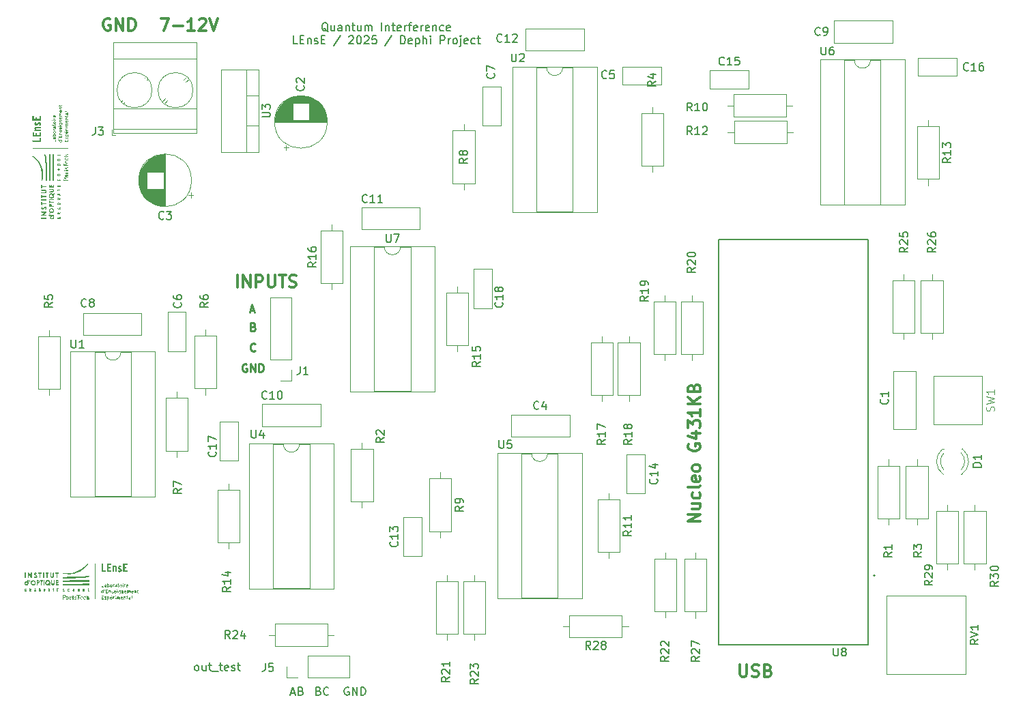
<source format=gbr>
%TF.GenerationSoftware,KiCad,Pcbnew,8.0.0*%
%TF.CreationDate,2025-03-10T21:38:56+01:00*%
%TF.ProjectId,Coincidence_board,436f696e-6369-4646-956e-63655f626f61,rev?*%
%TF.SameCoordinates,Original*%
%TF.FileFunction,Legend,Top*%
%TF.FilePolarity,Positive*%
%FSLAX46Y46*%
G04 Gerber Fmt 4.6, Leading zero omitted, Abs format (unit mm)*
G04 Created by KiCad (PCBNEW 8.0.0) date 2025-03-10 21:38:56*
%MOMM*%
%LPD*%
G01*
G04 APERTURE LIST*
%ADD10C,0.250000*%
%ADD11C,0.300000*%
%ADD12C,0.200000*%
%ADD13C,0.150000*%
%ADD14C,0.100000*%
%ADD15C,0.000000*%
%ADD16C,0.120000*%
%ADD17C,0.127000*%
G04 APERTURE END LIST*
D10*
X165264377Y-109910238D02*
X165169139Y-109862619D01*
X165169139Y-109862619D02*
X165026282Y-109862619D01*
X165026282Y-109862619D02*
X164883425Y-109910238D01*
X164883425Y-109910238D02*
X164788187Y-110005476D01*
X164788187Y-110005476D02*
X164740568Y-110100714D01*
X164740568Y-110100714D02*
X164692949Y-110291190D01*
X164692949Y-110291190D02*
X164692949Y-110434047D01*
X164692949Y-110434047D02*
X164740568Y-110624523D01*
X164740568Y-110624523D02*
X164788187Y-110719761D01*
X164788187Y-110719761D02*
X164883425Y-110815000D01*
X164883425Y-110815000D02*
X165026282Y-110862619D01*
X165026282Y-110862619D02*
X165121520Y-110862619D01*
X165121520Y-110862619D02*
X165264377Y-110815000D01*
X165264377Y-110815000D02*
X165311996Y-110767380D01*
X165311996Y-110767380D02*
X165311996Y-110434047D01*
X165311996Y-110434047D02*
X165121520Y-110434047D01*
X165740568Y-110862619D02*
X165740568Y-109862619D01*
X165740568Y-109862619D02*
X166311996Y-110862619D01*
X166311996Y-110862619D02*
X166311996Y-109862619D01*
X166788187Y-110862619D02*
X166788187Y-109862619D01*
X166788187Y-109862619D02*
X167026282Y-109862619D01*
X167026282Y-109862619D02*
X167169139Y-109910238D01*
X167169139Y-109910238D02*
X167264377Y-110005476D01*
X167264377Y-110005476D02*
X167311996Y-110100714D01*
X167311996Y-110100714D02*
X167359615Y-110291190D01*
X167359615Y-110291190D02*
X167359615Y-110434047D01*
X167359615Y-110434047D02*
X167311996Y-110624523D01*
X167311996Y-110624523D02*
X167264377Y-110719761D01*
X167264377Y-110719761D02*
X167169139Y-110815000D01*
X167169139Y-110815000D02*
X167026282Y-110862619D01*
X167026282Y-110862619D02*
X166788187Y-110862619D01*
X166327996Y-108227380D02*
X166280377Y-108275000D01*
X166280377Y-108275000D02*
X166137520Y-108322619D01*
X166137520Y-108322619D02*
X166042282Y-108322619D01*
X166042282Y-108322619D02*
X165899425Y-108275000D01*
X165899425Y-108275000D02*
X165804187Y-108179761D01*
X165804187Y-108179761D02*
X165756568Y-108084523D01*
X165756568Y-108084523D02*
X165708949Y-107894047D01*
X165708949Y-107894047D02*
X165708949Y-107751190D01*
X165708949Y-107751190D02*
X165756568Y-107560714D01*
X165756568Y-107560714D02*
X165804187Y-107465476D01*
X165804187Y-107465476D02*
X165899425Y-107370238D01*
X165899425Y-107370238D02*
X166042282Y-107322619D01*
X166042282Y-107322619D02*
X166137520Y-107322619D01*
X166137520Y-107322619D02*
X166280377Y-107370238D01*
X166280377Y-107370238D02*
X166327996Y-107417857D01*
X166089901Y-105258809D02*
X166232758Y-105306428D01*
X166232758Y-105306428D02*
X166280377Y-105354047D01*
X166280377Y-105354047D02*
X166327996Y-105449285D01*
X166327996Y-105449285D02*
X166327996Y-105592142D01*
X166327996Y-105592142D02*
X166280377Y-105687380D01*
X166280377Y-105687380D02*
X166232758Y-105735000D01*
X166232758Y-105735000D02*
X166137520Y-105782619D01*
X166137520Y-105782619D02*
X165756568Y-105782619D01*
X165756568Y-105782619D02*
X165756568Y-104782619D01*
X165756568Y-104782619D02*
X166089901Y-104782619D01*
X166089901Y-104782619D02*
X166185139Y-104830238D01*
X166185139Y-104830238D02*
X166232758Y-104877857D01*
X166232758Y-104877857D02*
X166280377Y-104973095D01*
X166280377Y-104973095D02*
X166280377Y-105068333D01*
X166280377Y-105068333D02*
X166232758Y-105163571D01*
X166232758Y-105163571D02*
X166185139Y-105211190D01*
X166185139Y-105211190D02*
X166089901Y-105258809D01*
X166089901Y-105258809D02*
X165756568Y-105258809D01*
X165708949Y-103210904D02*
X166185139Y-103210904D01*
X165613711Y-103496619D02*
X165947044Y-102496619D01*
X165947044Y-102496619D02*
X166280377Y-103496619D01*
D11*
X164130510Y-100384828D02*
X164130510Y-98884828D01*
X164844796Y-100384828D02*
X164844796Y-98884828D01*
X164844796Y-98884828D02*
X165701939Y-100384828D01*
X165701939Y-100384828D02*
X165701939Y-98884828D01*
X166416225Y-100384828D02*
X166416225Y-98884828D01*
X166416225Y-98884828D02*
X166987654Y-98884828D01*
X166987654Y-98884828D02*
X167130511Y-98956257D01*
X167130511Y-98956257D02*
X167201940Y-99027685D01*
X167201940Y-99027685D02*
X167273368Y-99170542D01*
X167273368Y-99170542D02*
X167273368Y-99384828D01*
X167273368Y-99384828D02*
X167201940Y-99527685D01*
X167201940Y-99527685D02*
X167130511Y-99599114D01*
X167130511Y-99599114D02*
X166987654Y-99670542D01*
X166987654Y-99670542D02*
X166416225Y-99670542D01*
X167916225Y-98884828D02*
X167916225Y-100099114D01*
X167916225Y-100099114D02*
X167987654Y-100241971D01*
X167987654Y-100241971D02*
X168059083Y-100313400D01*
X168059083Y-100313400D02*
X168201940Y-100384828D01*
X168201940Y-100384828D02*
X168487654Y-100384828D01*
X168487654Y-100384828D02*
X168630511Y-100313400D01*
X168630511Y-100313400D02*
X168701940Y-100241971D01*
X168701940Y-100241971D02*
X168773368Y-100099114D01*
X168773368Y-100099114D02*
X168773368Y-98884828D01*
X169273369Y-98884828D02*
X170130512Y-98884828D01*
X169701940Y-100384828D02*
X169701940Y-98884828D01*
X170559083Y-100313400D02*
X170773369Y-100384828D01*
X170773369Y-100384828D02*
X171130511Y-100384828D01*
X171130511Y-100384828D02*
X171273369Y-100313400D01*
X171273369Y-100313400D02*
X171344797Y-100241971D01*
X171344797Y-100241971D02*
X171416226Y-100099114D01*
X171416226Y-100099114D02*
X171416226Y-99956257D01*
X171416226Y-99956257D02*
X171344797Y-99813400D01*
X171344797Y-99813400D02*
X171273369Y-99741971D01*
X171273369Y-99741971D02*
X171130511Y-99670542D01*
X171130511Y-99670542D02*
X170844797Y-99599114D01*
X170844797Y-99599114D02*
X170701940Y-99527685D01*
X170701940Y-99527685D02*
X170630511Y-99456257D01*
X170630511Y-99456257D02*
X170559083Y-99313400D01*
X170559083Y-99313400D02*
X170559083Y-99170542D01*
X170559083Y-99170542D02*
X170630511Y-99027685D01*
X170630511Y-99027685D02*
X170701940Y-98956257D01*
X170701940Y-98956257D02*
X170844797Y-98884828D01*
X170844797Y-98884828D02*
X171201940Y-98884828D01*
X171201940Y-98884828D02*
X171416226Y-98956257D01*
D12*
X174185006Y-150473409D02*
X174327863Y-150521028D01*
X174327863Y-150521028D02*
X174375482Y-150568647D01*
X174375482Y-150568647D02*
X174423101Y-150663885D01*
X174423101Y-150663885D02*
X174423101Y-150806742D01*
X174423101Y-150806742D02*
X174375482Y-150901980D01*
X174375482Y-150901980D02*
X174327863Y-150949600D01*
X174327863Y-150949600D02*
X174232625Y-150997219D01*
X174232625Y-150997219D02*
X173851673Y-150997219D01*
X173851673Y-150997219D02*
X173851673Y-149997219D01*
X173851673Y-149997219D02*
X174185006Y-149997219D01*
X174185006Y-149997219D02*
X174280244Y-150044838D01*
X174280244Y-150044838D02*
X174327863Y-150092457D01*
X174327863Y-150092457D02*
X174375482Y-150187695D01*
X174375482Y-150187695D02*
X174375482Y-150282933D01*
X174375482Y-150282933D02*
X174327863Y-150378171D01*
X174327863Y-150378171D02*
X174280244Y-150425790D01*
X174280244Y-150425790D02*
X174185006Y-150473409D01*
X174185006Y-150473409D02*
X173851673Y-150473409D01*
X175423101Y-150901980D02*
X175375482Y-150949600D01*
X175375482Y-150949600D02*
X175232625Y-150997219D01*
X175232625Y-150997219D02*
X175137387Y-150997219D01*
X175137387Y-150997219D02*
X174994530Y-150949600D01*
X174994530Y-150949600D02*
X174899292Y-150854361D01*
X174899292Y-150854361D02*
X174851673Y-150759123D01*
X174851673Y-150759123D02*
X174804054Y-150568647D01*
X174804054Y-150568647D02*
X174804054Y-150425790D01*
X174804054Y-150425790D02*
X174851673Y-150235314D01*
X174851673Y-150235314D02*
X174899292Y-150140076D01*
X174899292Y-150140076D02*
X174994530Y-150044838D01*
X174994530Y-150044838D02*
X175137387Y-149997219D01*
X175137387Y-149997219D02*
X175232625Y-149997219D01*
X175232625Y-149997219D02*
X175375482Y-150044838D01*
X175375482Y-150044838D02*
X175423101Y-150092457D01*
X170756054Y-150711504D02*
X171232244Y-150711504D01*
X170660816Y-150997219D02*
X170994149Y-149997219D01*
X170994149Y-149997219D02*
X171327482Y-150997219D01*
X171994149Y-150473409D02*
X172137006Y-150521028D01*
X172137006Y-150521028D02*
X172184625Y-150568647D01*
X172184625Y-150568647D02*
X172232244Y-150663885D01*
X172232244Y-150663885D02*
X172232244Y-150806742D01*
X172232244Y-150806742D02*
X172184625Y-150901980D01*
X172184625Y-150901980D02*
X172137006Y-150949600D01*
X172137006Y-150949600D02*
X172041768Y-150997219D01*
X172041768Y-150997219D02*
X171660816Y-150997219D01*
X171660816Y-150997219D02*
X171660816Y-149997219D01*
X171660816Y-149997219D02*
X171994149Y-149997219D01*
X171994149Y-149997219D02*
X172089387Y-150044838D01*
X172089387Y-150044838D02*
X172137006Y-150092457D01*
X172137006Y-150092457D02*
X172184625Y-150187695D01*
X172184625Y-150187695D02*
X172184625Y-150282933D01*
X172184625Y-150282933D02*
X172137006Y-150378171D01*
X172137006Y-150378171D02*
X172089387Y-150425790D01*
X172089387Y-150425790D02*
X171994149Y-150473409D01*
X171994149Y-150473409D02*
X171660816Y-150473409D01*
X177931482Y-150044838D02*
X177836244Y-149997219D01*
X177836244Y-149997219D02*
X177693387Y-149997219D01*
X177693387Y-149997219D02*
X177550530Y-150044838D01*
X177550530Y-150044838D02*
X177455292Y-150140076D01*
X177455292Y-150140076D02*
X177407673Y-150235314D01*
X177407673Y-150235314D02*
X177360054Y-150425790D01*
X177360054Y-150425790D02*
X177360054Y-150568647D01*
X177360054Y-150568647D02*
X177407673Y-150759123D01*
X177407673Y-150759123D02*
X177455292Y-150854361D01*
X177455292Y-150854361D02*
X177550530Y-150949600D01*
X177550530Y-150949600D02*
X177693387Y-150997219D01*
X177693387Y-150997219D02*
X177788625Y-150997219D01*
X177788625Y-150997219D02*
X177931482Y-150949600D01*
X177931482Y-150949600D02*
X177979101Y-150901980D01*
X177979101Y-150901980D02*
X177979101Y-150568647D01*
X177979101Y-150568647D02*
X177788625Y-150568647D01*
X178407673Y-150997219D02*
X178407673Y-149997219D01*
X178407673Y-149997219D02*
X178979101Y-150997219D01*
X178979101Y-150997219D02*
X178979101Y-149997219D01*
X179455292Y-150997219D02*
X179455292Y-149997219D01*
X179455292Y-149997219D02*
X179693387Y-149997219D01*
X179693387Y-149997219D02*
X179836244Y-150044838D01*
X179836244Y-150044838D02*
X179931482Y-150140076D01*
X179931482Y-150140076D02*
X179979101Y-150235314D01*
X179979101Y-150235314D02*
X180026720Y-150425790D01*
X180026720Y-150425790D02*
X180026720Y-150568647D01*
X180026720Y-150568647D02*
X179979101Y-150759123D01*
X179979101Y-150759123D02*
X179931482Y-150854361D01*
X179931482Y-150854361D02*
X179836244Y-150949600D01*
X179836244Y-150949600D02*
X179693387Y-150997219D01*
X179693387Y-150997219D02*
X179455292Y-150997219D01*
X159008530Y-147949219D02*
X158913292Y-147901600D01*
X158913292Y-147901600D02*
X158865673Y-147853980D01*
X158865673Y-147853980D02*
X158818054Y-147758742D01*
X158818054Y-147758742D02*
X158818054Y-147473028D01*
X158818054Y-147473028D02*
X158865673Y-147377790D01*
X158865673Y-147377790D02*
X158913292Y-147330171D01*
X158913292Y-147330171D02*
X159008530Y-147282552D01*
X159008530Y-147282552D02*
X159151387Y-147282552D01*
X159151387Y-147282552D02*
X159246625Y-147330171D01*
X159246625Y-147330171D02*
X159294244Y-147377790D01*
X159294244Y-147377790D02*
X159341863Y-147473028D01*
X159341863Y-147473028D02*
X159341863Y-147758742D01*
X159341863Y-147758742D02*
X159294244Y-147853980D01*
X159294244Y-147853980D02*
X159246625Y-147901600D01*
X159246625Y-147901600D02*
X159151387Y-147949219D01*
X159151387Y-147949219D02*
X159008530Y-147949219D01*
X160199006Y-147282552D02*
X160199006Y-147949219D01*
X159770435Y-147282552D02*
X159770435Y-147806361D01*
X159770435Y-147806361D02*
X159818054Y-147901600D01*
X159818054Y-147901600D02*
X159913292Y-147949219D01*
X159913292Y-147949219D02*
X160056149Y-147949219D01*
X160056149Y-147949219D02*
X160151387Y-147901600D01*
X160151387Y-147901600D02*
X160199006Y-147853980D01*
X160532340Y-147282552D02*
X160913292Y-147282552D01*
X160675197Y-146949219D02*
X160675197Y-147806361D01*
X160675197Y-147806361D02*
X160722816Y-147901600D01*
X160722816Y-147901600D02*
X160818054Y-147949219D01*
X160818054Y-147949219D02*
X160913292Y-147949219D01*
X161008531Y-148044457D02*
X161770435Y-148044457D01*
X161865674Y-147282552D02*
X162246626Y-147282552D01*
X162008531Y-146949219D02*
X162008531Y-147806361D01*
X162008531Y-147806361D02*
X162056150Y-147901600D01*
X162056150Y-147901600D02*
X162151388Y-147949219D01*
X162151388Y-147949219D02*
X162246626Y-147949219D01*
X162960912Y-147901600D02*
X162865674Y-147949219D01*
X162865674Y-147949219D02*
X162675198Y-147949219D01*
X162675198Y-147949219D02*
X162579960Y-147901600D01*
X162579960Y-147901600D02*
X162532341Y-147806361D01*
X162532341Y-147806361D02*
X162532341Y-147425409D01*
X162532341Y-147425409D02*
X162579960Y-147330171D01*
X162579960Y-147330171D02*
X162675198Y-147282552D01*
X162675198Y-147282552D02*
X162865674Y-147282552D01*
X162865674Y-147282552D02*
X162960912Y-147330171D01*
X162960912Y-147330171D02*
X163008531Y-147425409D01*
X163008531Y-147425409D02*
X163008531Y-147520647D01*
X163008531Y-147520647D02*
X162532341Y-147615885D01*
X163389484Y-147901600D02*
X163484722Y-147949219D01*
X163484722Y-147949219D02*
X163675198Y-147949219D01*
X163675198Y-147949219D02*
X163770436Y-147901600D01*
X163770436Y-147901600D02*
X163818055Y-147806361D01*
X163818055Y-147806361D02*
X163818055Y-147758742D01*
X163818055Y-147758742D02*
X163770436Y-147663504D01*
X163770436Y-147663504D02*
X163675198Y-147615885D01*
X163675198Y-147615885D02*
X163532341Y-147615885D01*
X163532341Y-147615885D02*
X163437103Y-147568266D01*
X163437103Y-147568266D02*
X163389484Y-147473028D01*
X163389484Y-147473028D02*
X163389484Y-147425409D01*
X163389484Y-147425409D02*
X163437103Y-147330171D01*
X163437103Y-147330171D02*
X163532341Y-147282552D01*
X163532341Y-147282552D02*
X163675198Y-147282552D01*
X163675198Y-147282552D02*
X163770436Y-147330171D01*
X164103770Y-147282552D02*
X164484722Y-147282552D01*
X164246627Y-146949219D02*
X164246627Y-147806361D01*
X164246627Y-147806361D02*
X164294246Y-147901600D01*
X164294246Y-147901600D02*
X164389484Y-147949219D01*
X164389484Y-147949219D02*
X164484722Y-147949219D01*
D11*
X221550828Y-129420489D02*
X220050828Y-129420489D01*
X220050828Y-129420489D02*
X221550828Y-128563346D01*
X221550828Y-128563346D02*
X220050828Y-128563346D01*
X220550828Y-127206203D02*
X221550828Y-127206203D01*
X220550828Y-127849060D02*
X221336542Y-127849060D01*
X221336542Y-127849060D02*
X221479400Y-127777631D01*
X221479400Y-127777631D02*
X221550828Y-127634774D01*
X221550828Y-127634774D02*
X221550828Y-127420488D01*
X221550828Y-127420488D02*
X221479400Y-127277631D01*
X221479400Y-127277631D02*
X221407971Y-127206203D01*
X221479400Y-125849060D02*
X221550828Y-125991917D01*
X221550828Y-125991917D02*
X221550828Y-126277631D01*
X221550828Y-126277631D02*
X221479400Y-126420488D01*
X221479400Y-126420488D02*
X221407971Y-126491917D01*
X221407971Y-126491917D02*
X221265114Y-126563345D01*
X221265114Y-126563345D02*
X220836542Y-126563345D01*
X220836542Y-126563345D02*
X220693685Y-126491917D01*
X220693685Y-126491917D02*
X220622257Y-126420488D01*
X220622257Y-126420488D02*
X220550828Y-126277631D01*
X220550828Y-126277631D02*
X220550828Y-125991917D01*
X220550828Y-125991917D02*
X220622257Y-125849060D01*
X221550828Y-124991917D02*
X221479400Y-125134774D01*
X221479400Y-125134774D02*
X221336542Y-125206203D01*
X221336542Y-125206203D02*
X220050828Y-125206203D01*
X221479400Y-123849060D02*
X221550828Y-123991917D01*
X221550828Y-123991917D02*
X221550828Y-124277632D01*
X221550828Y-124277632D02*
X221479400Y-124420489D01*
X221479400Y-124420489D02*
X221336542Y-124491917D01*
X221336542Y-124491917D02*
X220765114Y-124491917D01*
X220765114Y-124491917D02*
X220622257Y-124420489D01*
X220622257Y-124420489D02*
X220550828Y-124277632D01*
X220550828Y-124277632D02*
X220550828Y-123991917D01*
X220550828Y-123991917D02*
X220622257Y-123849060D01*
X220622257Y-123849060D02*
X220765114Y-123777632D01*
X220765114Y-123777632D02*
X220907971Y-123777632D01*
X220907971Y-123777632D02*
X221050828Y-124491917D01*
X221550828Y-122920489D02*
X221479400Y-123063346D01*
X221479400Y-123063346D02*
X221407971Y-123134775D01*
X221407971Y-123134775D02*
X221265114Y-123206203D01*
X221265114Y-123206203D02*
X220836542Y-123206203D01*
X220836542Y-123206203D02*
X220693685Y-123134775D01*
X220693685Y-123134775D02*
X220622257Y-123063346D01*
X220622257Y-123063346D02*
X220550828Y-122920489D01*
X220550828Y-122920489D02*
X220550828Y-122706203D01*
X220550828Y-122706203D02*
X220622257Y-122563346D01*
X220622257Y-122563346D02*
X220693685Y-122491918D01*
X220693685Y-122491918D02*
X220836542Y-122420489D01*
X220836542Y-122420489D02*
X221265114Y-122420489D01*
X221265114Y-122420489D02*
X221407971Y-122491918D01*
X221407971Y-122491918D02*
X221479400Y-122563346D01*
X221479400Y-122563346D02*
X221550828Y-122706203D01*
X221550828Y-122706203D02*
X221550828Y-122920489D01*
X220122257Y-119849060D02*
X220050828Y-119991918D01*
X220050828Y-119991918D02*
X220050828Y-120206203D01*
X220050828Y-120206203D02*
X220122257Y-120420489D01*
X220122257Y-120420489D02*
X220265114Y-120563346D01*
X220265114Y-120563346D02*
X220407971Y-120634775D01*
X220407971Y-120634775D02*
X220693685Y-120706203D01*
X220693685Y-120706203D02*
X220907971Y-120706203D01*
X220907971Y-120706203D02*
X221193685Y-120634775D01*
X221193685Y-120634775D02*
X221336542Y-120563346D01*
X221336542Y-120563346D02*
X221479400Y-120420489D01*
X221479400Y-120420489D02*
X221550828Y-120206203D01*
X221550828Y-120206203D02*
X221550828Y-120063346D01*
X221550828Y-120063346D02*
X221479400Y-119849060D01*
X221479400Y-119849060D02*
X221407971Y-119777632D01*
X221407971Y-119777632D02*
X220907971Y-119777632D01*
X220907971Y-119777632D02*
X220907971Y-120063346D01*
X220550828Y-118491918D02*
X221550828Y-118491918D01*
X219979400Y-118849060D02*
X221050828Y-119206203D01*
X221050828Y-119206203D02*
X221050828Y-118277632D01*
X220050828Y-117849061D02*
X220050828Y-116920489D01*
X220050828Y-116920489D02*
X220622257Y-117420489D01*
X220622257Y-117420489D02*
X220622257Y-117206204D01*
X220622257Y-117206204D02*
X220693685Y-117063347D01*
X220693685Y-117063347D02*
X220765114Y-116991918D01*
X220765114Y-116991918D02*
X220907971Y-116920489D01*
X220907971Y-116920489D02*
X221265114Y-116920489D01*
X221265114Y-116920489D02*
X221407971Y-116991918D01*
X221407971Y-116991918D02*
X221479400Y-117063347D01*
X221479400Y-117063347D02*
X221550828Y-117206204D01*
X221550828Y-117206204D02*
X221550828Y-117634775D01*
X221550828Y-117634775D02*
X221479400Y-117777632D01*
X221479400Y-117777632D02*
X221407971Y-117849061D01*
X221550828Y-115491918D02*
X221550828Y-116349061D01*
X221550828Y-115920490D02*
X220050828Y-115920490D01*
X220050828Y-115920490D02*
X220265114Y-116063347D01*
X220265114Y-116063347D02*
X220407971Y-116206204D01*
X220407971Y-116206204D02*
X220479400Y-116349061D01*
X221550828Y-114849062D02*
X220050828Y-114849062D01*
X221550828Y-113991919D02*
X220693685Y-114634776D01*
X220050828Y-113991919D02*
X220907971Y-114849062D01*
X220765114Y-112849062D02*
X220836542Y-112634776D01*
X220836542Y-112634776D02*
X220907971Y-112563347D01*
X220907971Y-112563347D02*
X221050828Y-112491919D01*
X221050828Y-112491919D02*
X221265114Y-112491919D01*
X221265114Y-112491919D02*
X221407971Y-112563347D01*
X221407971Y-112563347D02*
X221479400Y-112634776D01*
X221479400Y-112634776D02*
X221550828Y-112777633D01*
X221550828Y-112777633D02*
X221550828Y-113349062D01*
X221550828Y-113349062D02*
X220050828Y-113349062D01*
X220050828Y-113349062D02*
X220050828Y-112849062D01*
X220050828Y-112849062D02*
X220122257Y-112706205D01*
X220122257Y-112706205D02*
X220193685Y-112634776D01*
X220193685Y-112634776D02*
X220336542Y-112563347D01*
X220336542Y-112563347D02*
X220479400Y-112563347D01*
X220479400Y-112563347D02*
X220622257Y-112634776D01*
X220622257Y-112634776D02*
X220693685Y-112706205D01*
X220693685Y-112706205D02*
X220765114Y-112849062D01*
X220765114Y-112849062D02*
X220765114Y-113349062D01*
D12*
X175361903Y-68652513D02*
X175266665Y-68604894D01*
X175266665Y-68604894D02*
X175171427Y-68509656D01*
X175171427Y-68509656D02*
X175028570Y-68366798D01*
X175028570Y-68366798D02*
X174933332Y-68319179D01*
X174933332Y-68319179D02*
X174838094Y-68319179D01*
X174885713Y-68557275D02*
X174790475Y-68509656D01*
X174790475Y-68509656D02*
X174695237Y-68414417D01*
X174695237Y-68414417D02*
X174647618Y-68223941D01*
X174647618Y-68223941D02*
X174647618Y-67890608D01*
X174647618Y-67890608D02*
X174695237Y-67700132D01*
X174695237Y-67700132D02*
X174790475Y-67604894D01*
X174790475Y-67604894D02*
X174885713Y-67557275D01*
X174885713Y-67557275D02*
X175076189Y-67557275D01*
X175076189Y-67557275D02*
X175171427Y-67604894D01*
X175171427Y-67604894D02*
X175266665Y-67700132D01*
X175266665Y-67700132D02*
X175314284Y-67890608D01*
X175314284Y-67890608D02*
X175314284Y-68223941D01*
X175314284Y-68223941D02*
X175266665Y-68414417D01*
X175266665Y-68414417D02*
X175171427Y-68509656D01*
X175171427Y-68509656D02*
X175076189Y-68557275D01*
X175076189Y-68557275D02*
X174885713Y-68557275D01*
X176171427Y-67890608D02*
X176171427Y-68557275D01*
X175742856Y-67890608D02*
X175742856Y-68414417D01*
X175742856Y-68414417D02*
X175790475Y-68509656D01*
X175790475Y-68509656D02*
X175885713Y-68557275D01*
X175885713Y-68557275D02*
X176028570Y-68557275D01*
X176028570Y-68557275D02*
X176123808Y-68509656D01*
X176123808Y-68509656D02*
X176171427Y-68462036D01*
X177076189Y-68557275D02*
X177076189Y-68033465D01*
X177076189Y-68033465D02*
X177028570Y-67938227D01*
X177028570Y-67938227D02*
X176933332Y-67890608D01*
X176933332Y-67890608D02*
X176742856Y-67890608D01*
X176742856Y-67890608D02*
X176647618Y-67938227D01*
X177076189Y-68509656D02*
X176980951Y-68557275D01*
X176980951Y-68557275D02*
X176742856Y-68557275D01*
X176742856Y-68557275D02*
X176647618Y-68509656D01*
X176647618Y-68509656D02*
X176599999Y-68414417D01*
X176599999Y-68414417D02*
X176599999Y-68319179D01*
X176599999Y-68319179D02*
X176647618Y-68223941D01*
X176647618Y-68223941D02*
X176742856Y-68176322D01*
X176742856Y-68176322D02*
X176980951Y-68176322D01*
X176980951Y-68176322D02*
X177076189Y-68128703D01*
X177552380Y-67890608D02*
X177552380Y-68557275D01*
X177552380Y-67985846D02*
X177599999Y-67938227D01*
X177599999Y-67938227D02*
X177695237Y-67890608D01*
X177695237Y-67890608D02*
X177838094Y-67890608D01*
X177838094Y-67890608D02*
X177933332Y-67938227D01*
X177933332Y-67938227D02*
X177980951Y-68033465D01*
X177980951Y-68033465D02*
X177980951Y-68557275D01*
X178314285Y-67890608D02*
X178695237Y-67890608D01*
X178457142Y-67557275D02*
X178457142Y-68414417D01*
X178457142Y-68414417D02*
X178504761Y-68509656D01*
X178504761Y-68509656D02*
X178599999Y-68557275D01*
X178599999Y-68557275D02*
X178695237Y-68557275D01*
X179457142Y-67890608D02*
X179457142Y-68557275D01*
X179028571Y-67890608D02*
X179028571Y-68414417D01*
X179028571Y-68414417D02*
X179076190Y-68509656D01*
X179076190Y-68509656D02*
X179171428Y-68557275D01*
X179171428Y-68557275D02*
X179314285Y-68557275D01*
X179314285Y-68557275D02*
X179409523Y-68509656D01*
X179409523Y-68509656D02*
X179457142Y-68462036D01*
X179933333Y-68557275D02*
X179933333Y-67890608D01*
X179933333Y-67985846D02*
X179980952Y-67938227D01*
X179980952Y-67938227D02*
X180076190Y-67890608D01*
X180076190Y-67890608D02*
X180219047Y-67890608D01*
X180219047Y-67890608D02*
X180314285Y-67938227D01*
X180314285Y-67938227D02*
X180361904Y-68033465D01*
X180361904Y-68033465D02*
X180361904Y-68557275D01*
X180361904Y-68033465D02*
X180409523Y-67938227D01*
X180409523Y-67938227D02*
X180504761Y-67890608D01*
X180504761Y-67890608D02*
X180647618Y-67890608D01*
X180647618Y-67890608D02*
X180742857Y-67938227D01*
X180742857Y-67938227D02*
X180790476Y-68033465D01*
X180790476Y-68033465D02*
X180790476Y-68557275D01*
X182028571Y-68557275D02*
X182028571Y-67557275D01*
X182504761Y-67890608D02*
X182504761Y-68557275D01*
X182504761Y-67985846D02*
X182552380Y-67938227D01*
X182552380Y-67938227D02*
X182647618Y-67890608D01*
X182647618Y-67890608D02*
X182790475Y-67890608D01*
X182790475Y-67890608D02*
X182885713Y-67938227D01*
X182885713Y-67938227D02*
X182933332Y-68033465D01*
X182933332Y-68033465D02*
X182933332Y-68557275D01*
X183266666Y-67890608D02*
X183647618Y-67890608D01*
X183409523Y-67557275D02*
X183409523Y-68414417D01*
X183409523Y-68414417D02*
X183457142Y-68509656D01*
X183457142Y-68509656D02*
X183552380Y-68557275D01*
X183552380Y-68557275D02*
X183647618Y-68557275D01*
X184361904Y-68509656D02*
X184266666Y-68557275D01*
X184266666Y-68557275D02*
X184076190Y-68557275D01*
X184076190Y-68557275D02*
X183980952Y-68509656D01*
X183980952Y-68509656D02*
X183933333Y-68414417D01*
X183933333Y-68414417D02*
X183933333Y-68033465D01*
X183933333Y-68033465D02*
X183980952Y-67938227D01*
X183980952Y-67938227D02*
X184076190Y-67890608D01*
X184076190Y-67890608D02*
X184266666Y-67890608D01*
X184266666Y-67890608D02*
X184361904Y-67938227D01*
X184361904Y-67938227D02*
X184409523Y-68033465D01*
X184409523Y-68033465D02*
X184409523Y-68128703D01*
X184409523Y-68128703D02*
X183933333Y-68223941D01*
X184838095Y-68557275D02*
X184838095Y-67890608D01*
X184838095Y-68081084D02*
X184885714Y-67985846D01*
X184885714Y-67985846D02*
X184933333Y-67938227D01*
X184933333Y-67938227D02*
X185028571Y-67890608D01*
X185028571Y-67890608D02*
X185123809Y-67890608D01*
X185314286Y-67890608D02*
X185695238Y-67890608D01*
X185457143Y-68557275D02*
X185457143Y-67700132D01*
X185457143Y-67700132D02*
X185504762Y-67604894D01*
X185504762Y-67604894D02*
X185600000Y-67557275D01*
X185600000Y-67557275D02*
X185695238Y-67557275D01*
X186409524Y-68509656D02*
X186314286Y-68557275D01*
X186314286Y-68557275D02*
X186123810Y-68557275D01*
X186123810Y-68557275D02*
X186028572Y-68509656D01*
X186028572Y-68509656D02*
X185980953Y-68414417D01*
X185980953Y-68414417D02*
X185980953Y-68033465D01*
X185980953Y-68033465D02*
X186028572Y-67938227D01*
X186028572Y-67938227D02*
X186123810Y-67890608D01*
X186123810Y-67890608D02*
X186314286Y-67890608D01*
X186314286Y-67890608D02*
X186409524Y-67938227D01*
X186409524Y-67938227D02*
X186457143Y-68033465D01*
X186457143Y-68033465D02*
X186457143Y-68128703D01*
X186457143Y-68128703D02*
X185980953Y-68223941D01*
X186885715Y-68557275D02*
X186885715Y-67890608D01*
X186885715Y-68081084D02*
X186933334Y-67985846D01*
X186933334Y-67985846D02*
X186980953Y-67938227D01*
X186980953Y-67938227D02*
X187076191Y-67890608D01*
X187076191Y-67890608D02*
X187171429Y-67890608D01*
X187885715Y-68509656D02*
X187790477Y-68557275D01*
X187790477Y-68557275D02*
X187600001Y-68557275D01*
X187600001Y-68557275D02*
X187504763Y-68509656D01*
X187504763Y-68509656D02*
X187457144Y-68414417D01*
X187457144Y-68414417D02*
X187457144Y-68033465D01*
X187457144Y-68033465D02*
X187504763Y-67938227D01*
X187504763Y-67938227D02*
X187600001Y-67890608D01*
X187600001Y-67890608D02*
X187790477Y-67890608D01*
X187790477Y-67890608D02*
X187885715Y-67938227D01*
X187885715Y-67938227D02*
X187933334Y-68033465D01*
X187933334Y-68033465D02*
X187933334Y-68128703D01*
X187933334Y-68128703D02*
X187457144Y-68223941D01*
X188361906Y-67890608D02*
X188361906Y-68557275D01*
X188361906Y-67985846D02*
X188409525Y-67938227D01*
X188409525Y-67938227D02*
X188504763Y-67890608D01*
X188504763Y-67890608D02*
X188647620Y-67890608D01*
X188647620Y-67890608D02*
X188742858Y-67938227D01*
X188742858Y-67938227D02*
X188790477Y-68033465D01*
X188790477Y-68033465D02*
X188790477Y-68557275D01*
X189695239Y-68509656D02*
X189600001Y-68557275D01*
X189600001Y-68557275D02*
X189409525Y-68557275D01*
X189409525Y-68557275D02*
X189314287Y-68509656D01*
X189314287Y-68509656D02*
X189266668Y-68462036D01*
X189266668Y-68462036D02*
X189219049Y-68366798D01*
X189219049Y-68366798D02*
X189219049Y-68081084D01*
X189219049Y-68081084D02*
X189266668Y-67985846D01*
X189266668Y-67985846D02*
X189314287Y-67938227D01*
X189314287Y-67938227D02*
X189409525Y-67890608D01*
X189409525Y-67890608D02*
X189600001Y-67890608D01*
X189600001Y-67890608D02*
X189695239Y-67938227D01*
X190504763Y-68509656D02*
X190409525Y-68557275D01*
X190409525Y-68557275D02*
X190219049Y-68557275D01*
X190219049Y-68557275D02*
X190123811Y-68509656D01*
X190123811Y-68509656D02*
X190076192Y-68414417D01*
X190076192Y-68414417D02*
X190076192Y-68033465D01*
X190076192Y-68033465D02*
X190123811Y-67938227D01*
X190123811Y-67938227D02*
X190219049Y-67890608D01*
X190219049Y-67890608D02*
X190409525Y-67890608D01*
X190409525Y-67890608D02*
X190504763Y-67938227D01*
X190504763Y-67938227D02*
X190552382Y-68033465D01*
X190552382Y-68033465D02*
X190552382Y-68128703D01*
X190552382Y-68128703D02*
X190076192Y-68223941D01*
X171576189Y-70167219D02*
X171099999Y-70167219D01*
X171099999Y-70167219D02*
X171099999Y-69167219D01*
X171909523Y-69643409D02*
X172242856Y-69643409D01*
X172385713Y-70167219D02*
X171909523Y-70167219D01*
X171909523Y-70167219D02*
X171909523Y-69167219D01*
X171909523Y-69167219D02*
X172385713Y-69167219D01*
X172814285Y-69500552D02*
X172814285Y-70167219D01*
X172814285Y-69595790D02*
X172861904Y-69548171D01*
X172861904Y-69548171D02*
X172957142Y-69500552D01*
X172957142Y-69500552D02*
X173099999Y-69500552D01*
X173099999Y-69500552D02*
X173195237Y-69548171D01*
X173195237Y-69548171D02*
X173242856Y-69643409D01*
X173242856Y-69643409D02*
X173242856Y-70167219D01*
X173671428Y-70119600D02*
X173766666Y-70167219D01*
X173766666Y-70167219D02*
X173957142Y-70167219D01*
X173957142Y-70167219D02*
X174052380Y-70119600D01*
X174052380Y-70119600D02*
X174099999Y-70024361D01*
X174099999Y-70024361D02*
X174099999Y-69976742D01*
X174099999Y-69976742D02*
X174052380Y-69881504D01*
X174052380Y-69881504D02*
X173957142Y-69833885D01*
X173957142Y-69833885D02*
X173814285Y-69833885D01*
X173814285Y-69833885D02*
X173719047Y-69786266D01*
X173719047Y-69786266D02*
X173671428Y-69691028D01*
X173671428Y-69691028D02*
X173671428Y-69643409D01*
X173671428Y-69643409D02*
X173719047Y-69548171D01*
X173719047Y-69548171D02*
X173814285Y-69500552D01*
X173814285Y-69500552D02*
X173957142Y-69500552D01*
X173957142Y-69500552D02*
X174052380Y-69548171D01*
X174528571Y-69643409D02*
X174861904Y-69643409D01*
X175004761Y-70167219D02*
X174528571Y-70167219D01*
X174528571Y-70167219D02*
X174528571Y-69167219D01*
X174528571Y-69167219D02*
X175004761Y-69167219D01*
X176909523Y-69119600D02*
X176052381Y-70405314D01*
X177957143Y-69262457D02*
X178004762Y-69214838D01*
X178004762Y-69214838D02*
X178100000Y-69167219D01*
X178100000Y-69167219D02*
X178338095Y-69167219D01*
X178338095Y-69167219D02*
X178433333Y-69214838D01*
X178433333Y-69214838D02*
X178480952Y-69262457D01*
X178480952Y-69262457D02*
X178528571Y-69357695D01*
X178528571Y-69357695D02*
X178528571Y-69452933D01*
X178528571Y-69452933D02*
X178480952Y-69595790D01*
X178480952Y-69595790D02*
X177909524Y-70167219D01*
X177909524Y-70167219D02*
X178528571Y-70167219D01*
X179147619Y-69167219D02*
X179242857Y-69167219D01*
X179242857Y-69167219D02*
X179338095Y-69214838D01*
X179338095Y-69214838D02*
X179385714Y-69262457D01*
X179385714Y-69262457D02*
X179433333Y-69357695D01*
X179433333Y-69357695D02*
X179480952Y-69548171D01*
X179480952Y-69548171D02*
X179480952Y-69786266D01*
X179480952Y-69786266D02*
X179433333Y-69976742D01*
X179433333Y-69976742D02*
X179385714Y-70071980D01*
X179385714Y-70071980D02*
X179338095Y-70119600D01*
X179338095Y-70119600D02*
X179242857Y-70167219D01*
X179242857Y-70167219D02*
X179147619Y-70167219D01*
X179147619Y-70167219D02*
X179052381Y-70119600D01*
X179052381Y-70119600D02*
X179004762Y-70071980D01*
X179004762Y-70071980D02*
X178957143Y-69976742D01*
X178957143Y-69976742D02*
X178909524Y-69786266D01*
X178909524Y-69786266D02*
X178909524Y-69548171D01*
X178909524Y-69548171D02*
X178957143Y-69357695D01*
X178957143Y-69357695D02*
X179004762Y-69262457D01*
X179004762Y-69262457D02*
X179052381Y-69214838D01*
X179052381Y-69214838D02*
X179147619Y-69167219D01*
X179861905Y-69262457D02*
X179909524Y-69214838D01*
X179909524Y-69214838D02*
X180004762Y-69167219D01*
X180004762Y-69167219D02*
X180242857Y-69167219D01*
X180242857Y-69167219D02*
X180338095Y-69214838D01*
X180338095Y-69214838D02*
X180385714Y-69262457D01*
X180385714Y-69262457D02*
X180433333Y-69357695D01*
X180433333Y-69357695D02*
X180433333Y-69452933D01*
X180433333Y-69452933D02*
X180385714Y-69595790D01*
X180385714Y-69595790D02*
X179814286Y-70167219D01*
X179814286Y-70167219D02*
X180433333Y-70167219D01*
X181338095Y-69167219D02*
X180861905Y-69167219D01*
X180861905Y-69167219D02*
X180814286Y-69643409D01*
X180814286Y-69643409D02*
X180861905Y-69595790D01*
X180861905Y-69595790D02*
X180957143Y-69548171D01*
X180957143Y-69548171D02*
X181195238Y-69548171D01*
X181195238Y-69548171D02*
X181290476Y-69595790D01*
X181290476Y-69595790D02*
X181338095Y-69643409D01*
X181338095Y-69643409D02*
X181385714Y-69738647D01*
X181385714Y-69738647D02*
X181385714Y-69976742D01*
X181385714Y-69976742D02*
X181338095Y-70071980D01*
X181338095Y-70071980D02*
X181290476Y-70119600D01*
X181290476Y-70119600D02*
X181195238Y-70167219D01*
X181195238Y-70167219D02*
X180957143Y-70167219D01*
X180957143Y-70167219D02*
X180861905Y-70119600D01*
X180861905Y-70119600D02*
X180814286Y-70071980D01*
X183290476Y-69119600D02*
X182433334Y-70405314D01*
X184385715Y-70167219D02*
X184385715Y-69167219D01*
X184385715Y-69167219D02*
X184623810Y-69167219D01*
X184623810Y-69167219D02*
X184766667Y-69214838D01*
X184766667Y-69214838D02*
X184861905Y-69310076D01*
X184861905Y-69310076D02*
X184909524Y-69405314D01*
X184909524Y-69405314D02*
X184957143Y-69595790D01*
X184957143Y-69595790D02*
X184957143Y-69738647D01*
X184957143Y-69738647D02*
X184909524Y-69929123D01*
X184909524Y-69929123D02*
X184861905Y-70024361D01*
X184861905Y-70024361D02*
X184766667Y-70119600D01*
X184766667Y-70119600D02*
X184623810Y-70167219D01*
X184623810Y-70167219D02*
X184385715Y-70167219D01*
X185766667Y-70119600D02*
X185671429Y-70167219D01*
X185671429Y-70167219D02*
X185480953Y-70167219D01*
X185480953Y-70167219D02*
X185385715Y-70119600D01*
X185385715Y-70119600D02*
X185338096Y-70024361D01*
X185338096Y-70024361D02*
X185338096Y-69643409D01*
X185338096Y-69643409D02*
X185385715Y-69548171D01*
X185385715Y-69548171D02*
X185480953Y-69500552D01*
X185480953Y-69500552D02*
X185671429Y-69500552D01*
X185671429Y-69500552D02*
X185766667Y-69548171D01*
X185766667Y-69548171D02*
X185814286Y-69643409D01*
X185814286Y-69643409D02*
X185814286Y-69738647D01*
X185814286Y-69738647D02*
X185338096Y-69833885D01*
X186242858Y-69500552D02*
X186242858Y-70500552D01*
X186242858Y-69548171D02*
X186338096Y-69500552D01*
X186338096Y-69500552D02*
X186528572Y-69500552D01*
X186528572Y-69500552D02*
X186623810Y-69548171D01*
X186623810Y-69548171D02*
X186671429Y-69595790D01*
X186671429Y-69595790D02*
X186719048Y-69691028D01*
X186719048Y-69691028D02*
X186719048Y-69976742D01*
X186719048Y-69976742D02*
X186671429Y-70071980D01*
X186671429Y-70071980D02*
X186623810Y-70119600D01*
X186623810Y-70119600D02*
X186528572Y-70167219D01*
X186528572Y-70167219D02*
X186338096Y-70167219D01*
X186338096Y-70167219D02*
X186242858Y-70119600D01*
X187147620Y-70167219D02*
X187147620Y-69167219D01*
X187576191Y-70167219D02*
X187576191Y-69643409D01*
X187576191Y-69643409D02*
X187528572Y-69548171D01*
X187528572Y-69548171D02*
X187433334Y-69500552D01*
X187433334Y-69500552D02*
X187290477Y-69500552D01*
X187290477Y-69500552D02*
X187195239Y-69548171D01*
X187195239Y-69548171D02*
X187147620Y-69595790D01*
X188052382Y-70167219D02*
X188052382Y-69500552D01*
X188052382Y-69167219D02*
X188004763Y-69214838D01*
X188004763Y-69214838D02*
X188052382Y-69262457D01*
X188052382Y-69262457D02*
X188100001Y-69214838D01*
X188100001Y-69214838D02*
X188052382Y-69167219D01*
X188052382Y-69167219D02*
X188052382Y-69262457D01*
X189290477Y-70167219D02*
X189290477Y-69167219D01*
X189290477Y-69167219D02*
X189671429Y-69167219D01*
X189671429Y-69167219D02*
X189766667Y-69214838D01*
X189766667Y-69214838D02*
X189814286Y-69262457D01*
X189814286Y-69262457D02*
X189861905Y-69357695D01*
X189861905Y-69357695D02*
X189861905Y-69500552D01*
X189861905Y-69500552D02*
X189814286Y-69595790D01*
X189814286Y-69595790D02*
X189766667Y-69643409D01*
X189766667Y-69643409D02*
X189671429Y-69691028D01*
X189671429Y-69691028D02*
X189290477Y-69691028D01*
X190290477Y-70167219D02*
X190290477Y-69500552D01*
X190290477Y-69691028D02*
X190338096Y-69595790D01*
X190338096Y-69595790D02*
X190385715Y-69548171D01*
X190385715Y-69548171D02*
X190480953Y-69500552D01*
X190480953Y-69500552D02*
X190576191Y-69500552D01*
X191052382Y-70167219D02*
X190957144Y-70119600D01*
X190957144Y-70119600D02*
X190909525Y-70071980D01*
X190909525Y-70071980D02*
X190861906Y-69976742D01*
X190861906Y-69976742D02*
X190861906Y-69691028D01*
X190861906Y-69691028D02*
X190909525Y-69595790D01*
X190909525Y-69595790D02*
X190957144Y-69548171D01*
X190957144Y-69548171D02*
X191052382Y-69500552D01*
X191052382Y-69500552D02*
X191195239Y-69500552D01*
X191195239Y-69500552D02*
X191290477Y-69548171D01*
X191290477Y-69548171D02*
X191338096Y-69595790D01*
X191338096Y-69595790D02*
X191385715Y-69691028D01*
X191385715Y-69691028D02*
X191385715Y-69976742D01*
X191385715Y-69976742D02*
X191338096Y-70071980D01*
X191338096Y-70071980D02*
X191290477Y-70119600D01*
X191290477Y-70119600D02*
X191195239Y-70167219D01*
X191195239Y-70167219D02*
X191052382Y-70167219D01*
X191814287Y-69500552D02*
X191814287Y-70357695D01*
X191814287Y-70357695D02*
X191766668Y-70452933D01*
X191766668Y-70452933D02*
X191671430Y-70500552D01*
X191671430Y-70500552D02*
X191623811Y-70500552D01*
X191814287Y-69167219D02*
X191766668Y-69214838D01*
X191766668Y-69214838D02*
X191814287Y-69262457D01*
X191814287Y-69262457D02*
X191861906Y-69214838D01*
X191861906Y-69214838D02*
X191814287Y-69167219D01*
X191814287Y-69167219D02*
X191814287Y-69262457D01*
X192671429Y-70119600D02*
X192576191Y-70167219D01*
X192576191Y-70167219D02*
X192385715Y-70167219D01*
X192385715Y-70167219D02*
X192290477Y-70119600D01*
X192290477Y-70119600D02*
X192242858Y-70024361D01*
X192242858Y-70024361D02*
X192242858Y-69643409D01*
X192242858Y-69643409D02*
X192290477Y-69548171D01*
X192290477Y-69548171D02*
X192385715Y-69500552D01*
X192385715Y-69500552D02*
X192576191Y-69500552D01*
X192576191Y-69500552D02*
X192671429Y-69548171D01*
X192671429Y-69548171D02*
X192719048Y-69643409D01*
X192719048Y-69643409D02*
X192719048Y-69738647D01*
X192719048Y-69738647D02*
X192242858Y-69833885D01*
X193576191Y-70119600D02*
X193480953Y-70167219D01*
X193480953Y-70167219D02*
X193290477Y-70167219D01*
X193290477Y-70167219D02*
X193195239Y-70119600D01*
X193195239Y-70119600D02*
X193147620Y-70071980D01*
X193147620Y-70071980D02*
X193100001Y-69976742D01*
X193100001Y-69976742D02*
X193100001Y-69691028D01*
X193100001Y-69691028D02*
X193147620Y-69595790D01*
X193147620Y-69595790D02*
X193195239Y-69548171D01*
X193195239Y-69548171D02*
X193290477Y-69500552D01*
X193290477Y-69500552D02*
X193480953Y-69500552D01*
X193480953Y-69500552D02*
X193576191Y-69548171D01*
X193861906Y-69500552D02*
X194242858Y-69500552D01*
X194004763Y-69167219D02*
X194004763Y-70024361D01*
X194004763Y-70024361D02*
X194052382Y-70119600D01*
X194052382Y-70119600D02*
X194147620Y-70167219D01*
X194147620Y-70167219D02*
X194242858Y-70167219D01*
D11*
X154611653Y-67000828D02*
X155611653Y-67000828D01*
X155611653Y-67000828D02*
X154968796Y-68500828D01*
X156183081Y-67929400D02*
X157325939Y-67929400D01*
X158825939Y-68500828D02*
X157968796Y-68500828D01*
X158397367Y-68500828D02*
X158397367Y-67000828D01*
X158397367Y-67000828D02*
X158254510Y-67215114D01*
X158254510Y-67215114D02*
X158111653Y-67357971D01*
X158111653Y-67357971D02*
X157968796Y-67429400D01*
X159397367Y-67143685D02*
X159468795Y-67072257D01*
X159468795Y-67072257D02*
X159611653Y-67000828D01*
X159611653Y-67000828D02*
X159968795Y-67000828D01*
X159968795Y-67000828D02*
X160111653Y-67072257D01*
X160111653Y-67072257D02*
X160183081Y-67143685D01*
X160183081Y-67143685D02*
X160254510Y-67286542D01*
X160254510Y-67286542D02*
X160254510Y-67429400D01*
X160254510Y-67429400D02*
X160183081Y-67643685D01*
X160183081Y-67643685D02*
X159325938Y-68500828D01*
X159325938Y-68500828D02*
X160254510Y-68500828D01*
X160683081Y-67000828D02*
X161183081Y-68500828D01*
X161183081Y-68500828D02*
X161683081Y-67000828D01*
X226454510Y-147200828D02*
X226454510Y-148415114D01*
X226454510Y-148415114D02*
X226525939Y-148557971D01*
X226525939Y-148557971D02*
X226597368Y-148629400D01*
X226597368Y-148629400D02*
X226740225Y-148700828D01*
X226740225Y-148700828D02*
X227025939Y-148700828D01*
X227025939Y-148700828D02*
X227168796Y-148629400D01*
X227168796Y-148629400D02*
X227240225Y-148557971D01*
X227240225Y-148557971D02*
X227311653Y-148415114D01*
X227311653Y-148415114D02*
X227311653Y-147200828D01*
X227954511Y-148629400D02*
X228168797Y-148700828D01*
X228168797Y-148700828D02*
X228525939Y-148700828D01*
X228525939Y-148700828D02*
X228668797Y-148629400D01*
X228668797Y-148629400D02*
X228740225Y-148557971D01*
X228740225Y-148557971D02*
X228811654Y-148415114D01*
X228811654Y-148415114D02*
X228811654Y-148272257D01*
X228811654Y-148272257D02*
X228740225Y-148129400D01*
X228740225Y-148129400D02*
X228668797Y-148057971D01*
X228668797Y-148057971D02*
X228525939Y-147986542D01*
X228525939Y-147986542D02*
X228240225Y-147915114D01*
X228240225Y-147915114D02*
X228097368Y-147843685D01*
X228097368Y-147843685D02*
X228025939Y-147772257D01*
X228025939Y-147772257D02*
X227954511Y-147629400D01*
X227954511Y-147629400D02*
X227954511Y-147486542D01*
X227954511Y-147486542D02*
X228025939Y-147343685D01*
X228025939Y-147343685D02*
X228097368Y-147272257D01*
X228097368Y-147272257D02*
X228240225Y-147200828D01*
X228240225Y-147200828D02*
X228597368Y-147200828D01*
X228597368Y-147200828D02*
X228811654Y-147272257D01*
X229954510Y-147915114D02*
X230168796Y-147986542D01*
X230168796Y-147986542D02*
X230240225Y-148057971D01*
X230240225Y-148057971D02*
X230311653Y-148200828D01*
X230311653Y-148200828D02*
X230311653Y-148415114D01*
X230311653Y-148415114D02*
X230240225Y-148557971D01*
X230240225Y-148557971D02*
X230168796Y-148629400D01*
X230168796Y-148629400D02*
X230025939Y-148700828D01*
X230025939Y-148700828D02*
X229454510Y-148700828D01*
X229454510Y-148700828D02*
X229454510Y-147200828D01*
X229454510Y-147200828D02*
X229954510Y-147200828D01*
X229954510Y-147200828D02*
X230097368Y-147272257D01*
X230097368Y-147272257D02*
X230168796Y-147343685D01*
X230168796Y-147343685D02*
X230240225Y-147486542D01*
X230240225Y-147486542D02*
X230240225Y-147629400D01*
X230240225Y-147629400D02*
X230168796Y-147772257D01*
X230168796Y-147772257D02*
X230097368Y-147843685D01*
X230097368Y-147843685D02*
X229954510Y-147915114D01*
X229954510Y-147915114D02*
X229454510Y-147915114D01*
X148340225Y-67072257D02*
X148197368Y-67000828D01*
X148197368Y-67000828D02*
X147983082Y-67000828D01*
X147983082Y-67000828D02*
X147768796Y-67072257D01*
X147768796Y-67072257D02*
X147625939Y-67215114D01*
X147625939Y-67215114D02*
X147554510Y-67357971D01*
X147554510Y-67357971D02*
X147483082Y-67643685D01*
X147483082Y-67643685D02*
X147483082Y-67857971D01*
X147483082Y-67857971D02*
X147554510Y-68143685D01*
X147554510Y-68143685D02*
X147625939Y-68286542D01*
X147625939Y-68286542D02*
X147768796Y-68429400D01*
X147768796Y-68429400D02*
X147983082Y-68500828D01*
X147983082Y-68500828D02*
X148125939Y-68500828D01*
X148125939Y-68500828D02*
X148340225Y-68429400D01*
X148340225Y-68429400D02*
X148411653Y-68357971D01*
X148411653Y-68357971D02*
X148411653Y-67857971D01*
X148411653Y-67857971D02*
X148125939Y-67857971D01*
X149054510Y-68500828D02*
X149054510Y-67000828D01*
X149054510Y-67000828D02*
X149911653Y-68500828D01*
X149911653Y-68500828D02*
X149911653Y-67000828D01*
X150625939Y-68500828D02*
X150625939Y-67000828D01*
X150625939Y-67000828D02*
X150983082Y-67000828D01*
X150983082Y-67000828D02*
X151197368Y-67072257D01*
X151197368Y-67072257D02*
X151340225Y-67215114D01*
X151340225Y-67215114D02*
X151411654Y-67357971D01*
X151411654Y-67357971D02*
X151483082Y-67643685D01*
X151483082Y-67643685D02*
X151483082Y-67857971D01*
X151483082Y-67857971D02*
X151411654Y-68143685D01*
X151411654Y-68143685D02*
X151340225Y-68286542D01*
X151340225Y-68286542D02*
X151197368Y-68429400D01*
X151197368Y-68429400D02*
X150983082Y-68500828D01*
X150983082Y-68500828D02*
X150625939Y-68500828D01*
D13*
X245310819Y-133262666D02*
X244834628Y-133595999D01*
X245310819Y-133834094D02*
X244310819Y-133834094D01*
X244310819Y-133834094D02*
X244310819Y-133453142D01*
X244310819Y-133453142D02*
X244358438Y-133357904D01*
X244358438Y-133357904D02*
X244406057Y-133310285D01*
X244406057Y-133310285D02*
X244501295Y-133262666D01*
X244501295Y-133262666D02*
X244644152Y-133262666D01*
X244644152Y-133262666D02*
X244739390Y-133310285D01*
X244739390Y-133310285D02*
X244787009Y-133357904D01*
X244787009Y-133357904D02*
X244834628Y-133453142D01*
X244834628Y-133453142D02*
X244834628Y-133834094D01*
X245310819Y-132310285D02*
X245310819Y-132881713D01*
X245310819Y-132595999D02*
X244310819Y-132595999D01*
X244310819Y-132595999D02*
X244453676Y-132691237D01*
X244453676Y-132691237D02*
X244548914Y-132786475D01*
X244548914Y-132786475D02*
X244596533Y-132881713D01*
X209750819Y-119260857D02*
X209274628Y-119594190D01*
X209750819Y-119832285D02*
X208750819Y-119832285D01*
X208750819Y-119832285D02*
X208750819Y-119451333D01*
X208750819Y-119451333D02*
X208798438Y-119356095D01*
X208798438Y-119356095D02*
X208846057Y-119308476D01*
X208846057Y-119308476D02*
X208941295Y-119260857D01*
X208941295Y-119260857D02*
X209084152Y-119260857D01*
X209084152Y-119260857D02*
X209179390Y-119308476D01*
X209179390Y-119308476D02*
X209227009Y-119356095D01*
X209227009Y-119356095D02*
X209274628Y-119451333D01*
X209274628Y-119451333D02*
X209274628Y-119832285D01*
X209750819Y-118308476D02*
X209750819Y-118879904D01*
X209750819Y-118594190D02*
X208750819Y-118594190D01*
X208750819Y-118594190D02*
X208893676Y-118689428D01*
X208893676Y-118689428D02*
X208988914Y-118784666D01*
X208988914Y-118784666D02*
X209036533Y-118879904D01*
X208750819Y-117975142D02*
X208750819Y-117308476D01*
X208750819Y-117308476D02*
X209750819Y-117737047D01*
X209933333Y-74379580D02*
X209885714Y-74427200D01*
X209885714Y-74427200D02*
X209742857Y-74474819D01*
X209742857Y-74474819D02*
X209647619Y-74474819D01*
X209647619Y-74474819D02*
X209504762Y-74427200D01*
X209504762Y-74427200D02*
X209409524Y-74331961D01*
X209409524Y-74331961D02*
X209361905Y-74236723D01*
X209361905Y-74236723D02*
X209314286Y-74046247D01*
X209314286Y-74046247D02*
X209314286Y-73903390D01*
X209314286Y-73903390D02*
X209361905Y-73712914D01*
X209361905Y-73712914D02*
X209409524Y-73617676D01*
X209409524Y-73617676D02*
X209504762Y-73522438D01*
X209504762Y-73522438D02*
X209647619Y-73474819D01*
X209647619Y-73474819D02*
X209742857Y-73474819D01*
X209742857Y-73474819D02*
X209885714Y-73522438D01*
X209885714Y-73522438D02*
X209933333Y-73570057D01*
X210838095Y-73474819D02*
X210361905Y-73474819D01*
X210361905Y-73474819D02*
X210314286Y-73951009D01*
X210314286Y-73951009D02*
X210361905Y-73903390D01*
X210361905Y-73903390D02*
X210457143Y-73855771D01*
X210457143Y-73855771D02*
X210695238Y-73855771D01*
X210695238Y-73855771D02*
X210790476Y-73903390D01*
X210790476Y-73903390D02*
X210838095Y-73951009D01*
X210838095Y-73951009D02*
X210885714Y-74046247D01*
X210885714Y-74046247D02*
X210885714Y-74284342D01*
X210885714Y-74284342D02*
X210838095Y-74379580D01*
X210838095Y-74379580D02*
X210790476Y-74427200D01*
X210790476Y-74427200D02*
X210695238Y-74474819D01*
X210695238Y-74474819D02*
X210457143Y-74474819D01*
X210457143Y-74474819D02*
X210361905Y-74427200D01*
X210361905Y-74427200D02*
X210314286Y-74379580D01*
X163187142Y-143964819D02*
X162853809Y-143488628D01*
X162615714Y-143964819D02*
X162615714Y-142964819D01*
X162615714Y-142964819D02*
X162996666Y-142964819D01*
X162996666Y-142964819D02*
X163091904Y-143012438D01*
X163091904Y-143012438D02*
X163139523Y-143060057D01*
X163139523Y-143060057D02*
X163187142Y-143155295D01*
X163187142Y-143155295D02*
X163187142Y-143298152D01*
X163187142Y-143298152D02*
X163139523Y-143393390D01*
X163139523Y-143393390D02*
X163091904Y-143441009D01*
X163091904Y-143441009D02*
X162996666Y-143488628D01*
X162996666Y-143488628D02*
X162615714Y-143488628D01*
X163568095Y-143060057D02*
X163615714Y-143012438D01*
X163615714Y-143012438D02*
X163710952Y-142964819D01*
X163710952Y-142964819D02*
X163949047Y-142964819D01*
X163949047Y-142964819D02*
X164044285Y-143012438D01*
X164044285Y-143012438D02*
X164091904Y-143060057D01*
X164091904Y-143060057D02*
X164139523Y-143155295D01*
X164139523Y-143155295D02*
X164139523Y-143250533D01*
X164139523Y-143250533D02*
X164091904Y-143393390D01*
X164091904Y-143393390D02*
X163520476Y-143964819D01*
X163520476Y-143964819D02*
X164139523Y-143964819D01*
X164996666Y-143298152D02*
X164996666Y-143964819D01*
X164758571Y-142917200D02*
X164520476Y-143631485D01*
X164520476Y-143631485D02*
X165139523Y-143631485D01*
X247284819Y-95427857D02*
X246808628Y-95761190D01*
X247284819Y-95999285D02*
X246284819Y-95999285D01*
X246284819Y-95999285D02*
X246284819Y-95618333D01*
X246284819Y-95618333D02*
X246332438Y-95523095D01*
X246332438Y-95523095D02*
X246380057Y-95475476D01*
X246380057Y-95475476D02*
X246475295Y-95427857D01*
X246475295Y-95427857D02*
X246618152Y-95427857D01*
X246618152Y-95427857D02*
X246713390Y-95475476D01*
X246713390Y-95475476D02*
X246761009Y-95523095D01*
X246761009Y-95523095D02*
X246808628Y-95618333D01*
X246808628Y-95618333D02*
X246808628Y-95999285D01*
X246380057Y-95046904D02*
X246332438Y-94999285D01*
X246332438Y-94999285D02*
X246284819Y-94904047D01*
X246284819Y-94904047D02*
X246284819Y-94665952D01*
X246284819Y-94665952D02*
X246332438Y-94570714D01*
X246332438Y-94570714D02*
X246380057Y-94523095D01*
X246380057Y-94523095D02*
X246475295Y-94475476D01*
X246475295Y-94475476D02*
X246570533Y-94475476D01*
X246570533Y-94475476D02*
X246713390Y-94523095D01*
X246713390Y-94523095D02*
X247284819Y-95094523D01*
X247284819Y-95094523D02*
X247284819Y-94475476D01*
X246284819Y-93570714D02*
X246284819Y-94046904D01*
X246284819Y-94046904D02*
X246761009Y-94094523D01*
X246761009Y-94094523D02*
X246713390Y-94046904D01*
X246713390Y-94046904D02*
X246665771Y-93951666D01*
X246665771Y-93951666D02*
X246665771Y-93713571D01*
X246665771Y-93713571D02*
X246713390Y-93618333D01*
X246713390Y-93618333D02*
X246761009Y-93570714D01*
X246761009Y-93570714D02*
X246856247Y-93523095D01*
X246856247Y-93523095D02*
X247094342Y-93523095D01*
X247094342Y-93523095D02*
X247189580Y-93570714D01*
X247189580Y-93570714D02*
X247237200Y-93618333D01*
X247237200Y-93618333D02*
X247284819Y-93713571D01*
X247284819Y-93713571D02*
X247284819Y-93951666D01*
X247284819Y-93951666D02*
X247237200Y-94046904D01*
X247237200Y-94046904D02*
X247189580Y-94094523D01*
X238078095Y-145119819D02*
X238078095Y-145929342D01*
X238078095Y-145929342D02*
X238125714Y-146024580D01*
X238125714Y-146024580D02*
X238173333Y-146072200D01*
X238173333Y-146072200D02*
X238268571Y-146119819D01*
X238268571Y-146119819D02*
X238459047Y-146119819D01*
X238459047Y-146119819D02*
X238554285Y-146072200D01*
X238554285Y-146072200D02*
X238601904Y-146024580D01*
X238601904Y-146024580D02*
X238649523Y-145929342D01*
X238649523Y-145929342D02*
X238649523Y-145119819D01*
X239268571Y-145548390D02*
X239173333Y-145500771D01*
X239173333Y-145500771D02*
X239125714Y-145453152D01*
X239125714Y-145453152D02*
X239078095Y-145357914D01*
X239078095Y-145357914D02*
X239078095Y-145310295D01*
X239078095Y-145310295D02*
X239125714Y-145215057D01*
X239125714Y-145215057D02*
X239173333Y-145167438D01*
X239173333Y-145167438D02*
X239268571Y-145119819D01*
X239268571Y-145119819D02*
X239459047Y-145119819D01*
X239459047Y-145119819D02*
X239554285Y-145167438D01*
X239554285Y-145167438D02*
X239601904Y-145215057D01*
X239601904Y-145215057D02*
X239649523Y-145310295D01*
X239649523Y-145310295D02*
X239649523Y-145357914D01*
X239649523Y-145357914D02*
X239601904Y-145453152D01*
X239601904Y-145453152D02*
X239554285Y-145500771D01*
X239554285Y-145500771D02*
X239459047Y-145548390D01*
X239459047Y-145548390D02*
X239268571Y-145548390D01*
X239268571Y-145548390D02*
X239173333Y-145596009D01*
X239173333Y-145596009D02*
X239125714Y-145643628D01*
X239125714Y-145643628D02*
X239078095Y-145738866D01*
X239078095Y-145738866D02*
X239078095Y-145929342D01*
X239078095Y-145929342D02*
X239125714Y-146024580D01*
X239125714Y-146024580D02*
X239173333Y-146072200D01*
X239173333Y-146072200D02*
X239268571Y-146119819D01*
X239268571Y-146119819D02*
X239459047Y-146119819D01*
X239459047Y-146119819D02*
X239554285Y-146072200D01*
X239554285Y-146072200D02*
X239601904Y-146024580D01*
X239601904Y-146024580D02*
X239649523Y-145929342D01*
X239649523Y-145929342D02*
X239649523Y-145738866D01*
X239649523Y-145738866D02*
X239601904Y-145643628D01*
X239601904Y-145643628D02*
X239554285Y-145596009D01*
X239554285Y-145596009D02*
X239459047Y-145548390D01*
X146478666Y-80480819D02*
X146478666Y-81195104D01*
X146478666Y-81195104D02*
X146431047Y-81337961D01*
X146431047Y-81337961D02*
X146335809Y-81433200D01*
X146335809Y-81433200D02*
X146192952Y-81480819D01*
X146192952Y-81480819D02*
X146097714Y-81480819D01*
X146859619Y-80480819D02*
X147478666Y-80480819D01*
X147478666Y-80480819D02*
X147145333Y-80861771D01*
X147145333Y-80861771D02*
X147288190Y-80861771D01*
X147288190Y-80861771D02*
X147383428Y-80909390D01*
X147383428Y-80909390D02*
X147431047Y-80957009D01*
X147431047Y-80957009D02*
X147478666Y-81052247D01*
X147478666Y-81052247D02*
X147478666Y-81290342D01*
X147478666Y-81290342D02*
X147431047Y-81385580D01*
X147431047Y-81385580D02*
X147383428Y-81433200D01*
X147383428Y-81433200D02*
X147288190Y-81480819D01*
X147288190Y-81480819D02*
X147002476Y-81480819D01*
X147002476Y-81480819D02*
X146907238Y-81433200D01*
X146907238Y-81433200D02*
X146859619Y-81385580D01*
X250354819Y-136742857D02*
X249878628Y-137076190D01*
X250354819Y-137314285D02*
X249354819Y-137314285D01*
X249354819Y-137314285D02*
X249354819Y-136933333D01*
X249354819Y-136933333D02*
X249402438Y-136838095D01*
X249402438Y-136838095D02*
X249450057Y-136790476D01*
X249450057Y-136790476D02*
X249545295Y-136742857D01*
X249545295Y-136742857D02*
X249688152Y-136742857D01*
X249688152Y-136742857D02*
X249783390Y-136790476D01*
X249783390Y-136790476D02*
X249831009Y-136838095D01*
X249831009Y-136838095D02*
X249878628Y-136933333D01*
X249878628Y-136933333D02*
X249878628Y-137314285D01*
X249450057Y-136361904D02*
X249402438Y-136314285D01*
X249402438Y-136314285D02*
X249354819Y-136219047D01*
X249354819Y-136219047D02*
X249354819Y-135980952D01*
X249354819Y-135980952D02*
X249402438Y-135885714D01*
X249402438Y-135885714D02*
X249450057Y-135838095D01*
X249450057Y-135838095D02*
X249545295Y-135790476D01*
X249545295Y-135790476D02*
X249640533Y-135790476D01*
X249640533Y-135790476D02*
X249783390Y-135838095D01*
X249783390Y-135838095D02*
X250354819Y-136409523D01*
X250354819Y-136409523D02*
X250354819Y-135790476D01*
X250354819Y-135314285D02*
X250354819Y-135123809D01*
X250354819Y-135123809D02*
X250307200Y-135028571D01*
X250307200Y-135028571D02*
X250259580Y-134980952D01*
X250259580Y-134980952D02*
X250116723Y-134885714D01*
X250116723Y-134885714D02*
X249926247Y-134838095D01*
X249926247Y-134838095D02*
X249545295Y-134838095D01*
X249545295Y-134838095D02*
X249450057Y-134885714D01*
X249450057Y-134885714D02*
X249402438Y-134933333D01*
X249402438Y-134933333D02*
X249354819Y-135028571D01*
X249354819Y-135028571D02*
X249354819Y-135219047D01*
X249354819Y-135219047D02*
X249402438Y-135314285D01*
X249402438Y-135314285D02*
X249450057Y-135361904D01*
X249450057Y-135361904D02*
X249545295Y-135409523D01*
X249545295Y-135409523D02*
X249783390Y-135409523D01*
X249783390Y-135409523D02*
X249878628Y-135361904D01*
X249878628Y-135361904D02*
X249926247Y-135314285D01*
X249926247Y-135314285D02*
X249973866Y-135219047D01*
X249973866Y-135219047D02*
X249973866Y-135028571D01*
X249973866Y-135028571D02*
X249926247Y-134933333D01*
X249926247Y-134933333D02*
X249878628Y-134885714D01*
X249878628Y-134885714D02*
X249783390Y-134838095D01*
X252624819Y-84322857D02*
X252148628Y-84656190D01*
X252624819Y-84894285D02*
X251624819Y-84894285D01*
X251624819Y-84894285D02*
X251624819Y-84513333D01*
X251624819Y-84513333D02*
X251672438Y-84418095D01*
X251672438Y-84418095D02*
X251720057Y-84370476D01*
X251720057Y-84370476D02*
X251815295Y-84322857D01*
X251815295Y-84322857D02*
X251958152Y-84322857D01*
X251958152Y-84322857D02*
X252053390Y-84370476D01*
X252053390Y-84370476D02*
X252101009Y-84418095D01*
X252101009Y-84418095D02*
X252148628Y-84513333D01*
X252148628Y-84513333D02*
X252148628Y-84894285D01*
X252624819Y-83370476D02*
X252624819Y-83941904D01*
X252624819Y-83656190D02*
X251624819Y-83656190D01*
X251624819Y-83656190D02*
X251767676Y-83751428D01*
X251767676Y-83751428D02*
X251862914Y-83846666D01*
X251862914Y-83846666D02*
X251910533Y-83941904D01*
X251624819Y-83037142D02*
X251624819Y-82418095D01*
X251624819Y-82418095D02*
X252005771Y-82751428D01*
X252005771Y-82751428D02*
X252005771Y-82608571D01*
X252005771Y-82608571D02*
X252053390Y-82513333D01*
X252053390Y-82513333D02*
X252101009Y-82465714D01*
X252101009Y-82465714D02*
X252196247Y-82418095D01*
X252196247Y-82418095D02*
X252434342Y-82418095D01*
X252434342Y-82418095D02*
X252529580Y-82465714D01*
X252529580Y-82465714D02*
X252577200Y-82513333D01*
X252577200Y-82513333D02*
X252624819Y-82608571D01*
X252624819Y-82608571D02*
X252624819Y-82894285D01*
X252624819Y-82894285D02*
X252577200Y-82989523D01*
X252577200Y-82989523D02*
X252529580Y-83037142D01*
X207927142Y-145299819D02*
X207593809Y-144823628D01*
X207355714Y-145299819D02*
X207355714Y-144299819D01*
X207355714Y-144299819D02*
X207736666Y-144299819D01*
X207736666Y-144299819D02*
X207831904Y-144347438D01*
X207831904Y-144347438D02*
X207879523Y-144395057D01*
X207879523Y-144395057D02*
X207927142Y-144490295D01*
X207927142Y-144490295D02*
X207927142Y-144633152D01*
X207927142Y-144633152D02*
X207879523Y-144728390D01*
X207879523Y-144728390D02*
X207831904Y-144776009D01*
X207831904Y-144776009D02*
X207736666Y-144823628D01*
X207736666Y-144823628D02*
X207355714Y-144823628D01*
X208308095Y-144395057D02*
X208355714Y-144347438D01*
X208355714Y-144347438D02*
X208450952Y-144299819D01*
X208450952Y-144299819D02*
X208689047Y-144299819D01*
X208689047Y-144299819D02*
X208784285Y-144347438D01*
X208784285Y-144347438D02*
X208831904Y-144395057D01*
X208831904Y-144395057D02*
X208879523Y-144490295D01*
X208879523Y-144490295D02*
X208879523Y-144585533D01*
X208879523Y-144585533D02*
X208831904Y-144728390D01*
X208831904Y-144728390D02*
X208260476Y-145299819D01*
X208260476Y-145299819D02*
X208879523Y-145299819D01*
X209450952Y-144728390D02*
X209355714Y-144680771D01*
X209355714Y-144680771D02*
X209308095Y-144633152D01*
X209308095Y-144633152D02*
X209260476Y-144537914D01*
X209260476Y-144537914D02*
X209260476Y-144490295D01*
X209260476Y-144490295D02*
X209308095Y-144395057D01*
X209308095Y-144395057D02*
X209355714Y-144347438D01*
X209355714Y-144347438D02*
X209450952Y-144299819D01*
X209450952Y-144299819D02*
X209641428Y-144299819D01*
X209641428Y-144299819D02*
X209736666Y-144347438D01*
X209736666Y-144347438D02*
X209784285Y-144395057D01*
X209784285Y-144395057D02*
X209831904Y-144490295D01*
X209831904Y-144490295D02*
X209831904Y-144537914D01*
X209831904Y-144537914D02*
X209784285Y-144633152D01*
X209784285Y-144633152D02*
X209736666Y-144680771D01*
X209736666Y-144680771D02*
X209641428Y-144728390D01*
X209641428Y-144728390D02*
X209450952Y-144728390D01*
X209450952Y-144728390D02*
X209355714Y-144776009D01*
X209355714Y-144776009D02*
X209308095Y-144823628D01*
X209308095Y-144823628D02*
X209260476Y-144918866D01*
X209260476Y-144918866D02*
X209260476Y-145109342D01*
X209260476Y-145109342D02*
X209308095Y-145204580D01*
X209308095Y-145204580D02*
X209355714Y-145252200D01*
X209355714Y-145252200D02*
X209450952Y-145299819D01*
X209450952Y-145299819D02*
X209641428Y-145299819D01*
X209641428Y-145299819D02*
X209736666Y-145252200D01*
X209736666Y-145252200D02*
X209784285Y-145204580D01*
X209784285Y-145204580D02*
X209831904Y-145109342D01*
X209831904Y-145109342D02*
X209831904Y-144918866D01*
X209831904Y-144918866D02*
X209784285Y-144823628D01*
X209784285Y-144823628D02*
X209736666Y-144776009D01*
X209736666Y-144776009D02*
X209641428Y-144728390D01*
X172317580Y-75350666D02*
X172365200Y-75398285D01*
X172365200Y-75398285D02*
X172412819Y-75541142D01*
X172412819Y-75541142D02*
X172412819Y-75636380D01*
X172412819Y-75636380D02*
X172365200Y-75779237D01*
X172365200Y-75779237D02*
X172269961Y-75874475D01*
X172269961Y-75874475D02*
X172174723Y-75922094D01*
X172174723Y-75922094D02*
X171984247Y-75969713D01*
X171984247Y-75969713D02*
X171841390Y-75969713D01*
X171841390Y-75969713D02*
X171650914Y-75922094D01*
X171650914Y-75922094D02*
X171555676Y-75874475D01*
X171555676Y-75874475D02*
X171460438Y-75779237D01*
X171460438Y-75779237D02*
X171412819Y-75636380D01*
X171412819Y-75636380D02*
X171412819Y-75541142D01*
X171412819Y-75541142D02*
X171460438Y-75398285D01*
X171460438Y-75398285D02*
X171508057Y-75350666D01*
X171508057Y-74969713D02*
X171460438Y-74922094D01*
X171460438Y-74922094D02*
X171412819Y-74826856D01*
X171412819Y-74826856D02*
X171412819Y-74588761D01*
X171412819Y-74588761D02*
X171460438Y-74493523D01*
X171460438Y-74493523D02*
X171508057Y-74445904D01*
X171508057Y-74445904D02*
X171603295Y-74398285D01*
X171603295Y-74398285D02*
X171698533Y-74398285D01*
X171698533Y-74398285D02*
X171841390Y-74445904D01*
X171841390Y-74445904D02*
X172412819Y-75017332D01*
X172412819Y-75017332D02*
X172412819Y-74398285D01*
D14*
X257965800Y-115718332D02*
X258013419Y-115575475D01*
X258013419Y-115575475D02*
X258013419Y-115337380D01*
X258013419Y-115337380D02*
X257965800Y-115242142D01*
X257965800Y-115242142D02*
X257918180Y-115194523D01*
X257918180Y-115194523D02*
X257822942Y-115146904D01*
X257822942Y-115146904D02*
X257727704Y-115146904D01*
X257727704Y-115146904D02*
X257632466Y-115194523D01*
X257632466Y-115194523D02*
X257584847Y-115242142D01*
X257584847Y-115242142D02*
X257537228Y-115337380D01*
X257537228Y-115337380D02*
X257489609Y-115527856D01*
X257489609Y-115527856D02*
X257441990Y-115623094D01*
X257441990Y-115623094D02*
X257394371Y-115670713D01*
X257394371Y-115670713D02*
X257299133Y-115718332D01*
X257299133Y-115718332D02*
X257203895Y-115718332D01*
X257203895Y-115718332D02*
X257108657Y-115670713D01*
X257108657Y-115670713D02*
X257061038Y-115623094D01*
X257061038Y-115623094D02*
X257013419Y-115527856D01*
X257013419Y-115527856D02*
X257013419Y-115289761D01*
X257013419Y-115289761D02*
X257061038Y-115146904D01*
X257013419Y-114813570D02*
X258013419Y-114575475D01*
X258013419Y-114575475D02*
X257299133Y-114384999D01*
X257299133Y-114384999D02*
X258013419Y-114194523D01*
X258013419Y-114194523D02*
X257013419Y-113956428D01*
X258013419Y-113051666D02*
X258013419Y-113623094D01*
X258013419Y-113337380D02*
X257013419Y-113337380D01*
X257013419Y-113337380D02*
X257156276Y-113432618D01*
X257156276Y-113432618D02*
X257251514Y-113527856D01*
X257251514Y-113527856D02*
X257299133Y-113623094D01*
D13*
X157077580Y-102274666D02*
X157125200Y-102322285D01*
X157125200Y-102322285D02*
X157172819Y-102465142D01*
X157172819Y-102465142D02*
X157172819Y-102560380D01*
X157172819Y-102560380D02*
X157125200Y-102703237D01*
X157125200Y-102703237D02*
X157029961Y-102798475D01*
X157029961Y-102798475D02*
X156934723Y-102846094D01*
X156934723Y-102846094D02*
X156744247Y-102893713D01*
X156744247Y-102893713D02*
X156601390Y-102893713D01*
X156601390Y-102893713D02*
X156410914Y-102846094D01*
X156410914Y-102846094D02*
X156315676Y-102798475D01*
X156315676Y-102798475D02*
X156220438Y-102703237D01*
X156220438Y-102703237D02*
X156172819Y-102560380D01*
X156172819Y-102560380D02*
X156172819Y-102465142D01*
X156172819Y-102465142D02*
X156220438Y-102322285D01*
X156220438Y-102322285D02*
X156268057Y-102274666D01*
X156172819Y-101417523D02*
X156172819Y-101607999D01*
X156172819Y-101607999D02*
X156220438Y-101703237D01*
X156220438Y-101703237D02*
X156268057Y-101750856D01*
X156268057Y-101750856D02*
X156410914Y-101846094D01*
X156410914Y-101846094D02*
X156601390Y-101893713D01*
X156601390Y-101893713D02*
X156982342Y-101893713D01*
X156982342Y-101893713D02*
X157077580Y-101846094D01*
X157077580Y-101846094D02*
X157125200Y-101798475D01*
X157125200Y-101798475D02*
X157172819Y-101703237D01*
X157172819Y-101703237D02*
X157172819Y-101512761D01*
X157172819Y-101512761D02*
X157125200Y-101417523D01*
X157125200Y-101417523D02*
X157077580Y-101369904D01*
X157077580Y-101369904D02*
X156982342Y-101322285D01*
X156982342Y-101322285D02*
X156744247Y-101322285D01*
X156744247Y-101322285D02*
X156649009Y-101369904D01*
X156649009Y-101369904D02*
X156601390Y-101417523D01*
X156601390Y-101417523D02*
X156553771Y-101512761D01*
X156553771Y-101512761D02*
X156553771Y-101703237D01*
X156553771Y-101703237D02*
X156601390Y-101798475D01*
X156601390Y-101798475D02*
X156649009Y-101846094D01*
X156649009Y-101846094D02*
X156744247Y-101893713D01*
X167179819Y-79234527D02*
X167989342Y-79234527D01*
X167989342Y-79234527D02*
X168084580Y-79186908D01*
X168084580Y-79186908D02*
X168132200Y-79139289D01*
X168132200Y-79139289D02*
X168179819Y-79044051D01*
X168179819Y-79044051D02*
X168179819Y-78853575D01*
X168179819Y-78853575D02*
X168132200Y-78758337D01*
X168132200Y-78758337D02*
X168084580Y-78710718D01*
X168084580Y-78710718D02*
X167989342Y-78663099D01*
X167989342Y-78663099D02*
X167179819Y-78663099D01*
X167179819Y-78282146D02*
X167179819Y-77663099D01*
X167179819Y-77663099D02*
X167560771Y-77996432D01*
X167560771Y-77996432D02*
X167560771Y-77853575D01*
X167560771Y-77853575D02*
X167608390Y-77758337D01*
X167608390Y-77758337D02*
X167656009Y-77710718D01*
X167656009Y-77710718D02*
X167751247Y-77663099D01*
X167751247Y-77663099D02*
X167989342Y-77663099D01*
X167989342Y-77663099D02*
X168084580Y-77710718D01*
X168084580Y-77710718D02*
X168132200Y-77758337D01*
X168132200Y-77758337D02*
X168179819Y-77853575D01*
X168179819Y-77853575D02*
X168179819Y-78139289D01*
X168179819Y-78139289D02*
X168132200Y-78234527D01*
X168132200Y-78234527D02*
X168084580Y-78282146D01*
X244784580Y-114266666D02*
X244832200Y-114314285D01*
X244832200Y-114314285D02*
X244879819Y-114457142D01*
X244879819Y-114457142D02*
X244879819Y-114552380D01*
X244879819Y-114552380D02*
X244832200Y-114695237D01*
X244832200Y-114695237D02*
X244736961Y-114790475D01*
X244736961Y-114790475D02*
X244641723Y-114838094D01*
X244641723Y-114838094D02*
X244451247Y-114885713D01*
X244451247Y-114885713D02*
X244308390Y-114885713D01*
X244308390Y-114885713D02*
X244117914Y-114838094D01*
X244117914Y-114838094D02*
X244022676Y-114790475D01*
X244022676Y-114790475D02*
X243927438Y-114695237D01*
X243927438Y-114695237D02*
X243879819Y-114552380D01*
X243879819Y-114552380D02*
X243879819Y-114457142D01*
X243879819Y-114457142D02*
X243927438Y-114314285D01*
X243927438Y-114314285D02*
X243975057Y-114266666D01*
X244879819Y-113314285D02*
X244879819Y-113885713D01*
X244879819Y-113599999D02*
X243879819Y-113599999D01*
X243879819Y-113599999D02*
X244022676Y-113695237D01*
X244022676Y-113695237D02*
X244117914Y-113790475D01*
X244117914Y-113790475D02*
X244165533Y-113885713D01*
X163268819Y-137548857D02*
X162792628Y-137882190D01*
X163268819Y-138120285D02*
X162268819Y-138120285D01*
X162268819Y-138120285D02*
X162268819Y-137739333D01*
X162268819Y-137739333D02*
X162316438Y-137644095D01*
X162316438Y-137644095D02*
X162364057Y-137596476D01*
X162364057Y-137596476D02*
X162459295Y-137548857D01*
X162459295Y-137548857D02*
X162602152Y-137548857D01*
X162602152Y-137548857D02*
X162697390Y-137596476D01*
X162697390Y-137596476D02*
X162745009Y-137644095D01*
X162745009Y-137644095D02*
X162792628Y-137739333D01*
X162792628Y-137739333D02*
X162792628Y-138120285D01*
X163268819Y-136596476D02*
X163268819Y-137167904D01*
X163268819Y-136882190D02*
X162268819Y-136882190D01*
X162268819Y-136882190D02*
X162411676Y-136977428D01*
X162411676Y-136977428D02*
X162506914Y-137072666D01*
X162506914Y-137072666D02*
X162554533Y-137167904D01*
X162602152Y-135739333D02*
X163268819Y-135739333D01*
X162221200Y-135977428D02*
X162935485Y-136215523D01*
X162935485Y-136215523D02*
X162935485Y-135596476D01*
X196596095Y-119342819D02*
X196596095Y-120152342D01*
X196596095Y-120152342D02*
X196643714Y-120247580D01*
X196643714Y-120247580D02*
X196691333Y-120295200D01*
X196691333Y-120295200D02*
X196786571Y-120342819D01*
X196786571Y-120342819D02*
X196977047Y-120342819D01*
X196977047Y-120342819D02*
X197072285Y-120295200D01*
X197072285Y-120295200D02*
X197119904Y-120247580D01*
X197119904Y-120247580D02*
X197167523Y-120152342D01*
X197167523Y-120152342D02*
X197167523Y-119342819D01*
X198119904Y-119342819D02*
X197643714Y-119342819D01*
X197643714Y-119342819D02*
X197596095Y-119819009D01*
X197596095Y-119819009D02*
X197643714Y-119771390D01*
X197643714Y-119771390D02*
X197738952Y-119723771D01*
X197738952Y-119723771D02*
X197977047Y-119723771D01*
X197977047Y-119723771D02*
X198072285Y-119771390D01*
X198072285Y-119771390D02*
X198119904Y-119819009D01*
X198119904Y-119819009D02*
X198167523Y-119914247D01*
X198167523Y-119914247D02*
X198167523Y-120152342D01*
X198167523Y-120152342D02*
X198119904Y-120247580D01*
X198119904Y-120247580D02*
X198072285Y-120295200D01*
X198072285Y-120295200D02*
X197977047Y-120342819D01*
X197977047Y-120342819D02*
X197738952Y-120342819D01*
X197738952Y-120342819D02*
X197643714Y-120295200D01*
X197643714Y-120295200D02*
X197596095Y-120247580D01*
X220507142Y-78479819D02*
X220173809Y-78003628D01*
X219935714Y-78479819D02*
X219935714Y-77479819D01*
X219935714Y-77479819D02*
X220316666Y-77479819D01*
X220316666Y-77479819D02*
X220411904Y-77527438D01*
X220411904Y-77527438D02*
X220459523Y-77575057D01*
X220459523Y-77575057D02*
X220507142Y-77670295D01*
X220507142Y-77670295D02*
X220507142Y-77813152D01*
X220507142Y-77813152D02*
X220459523Y-77908390D01*
X220459523Y-77908390D02*
X220411904Y-77956009D01*
X220411904Y-77956009D02*
X220316666Y-78003628D01*
X220316666Y-78003628D02*
X219935714Y-78003628D01*
X221459523Y-78479819D02*
X220888095Y-78479819D01*
X221173809Y-78479819D02*
X221173809Y-77479819D01*
X221173809Y-77479819D02*
X221078571Y-77622676D01*
X221078571Y-77622676D02*
X220983333Y-77717914D01*
X220983333Y-77717914D02*
X220888095Y-77765533D01*
X222078571Y-77479819D02*
X222173809Y-77479819D01*
X222173809Y-77479819D02*
X222269047Y-77527438D01*
X222269047Y-77527438D02*
X222316666Y-77575057D01*
X222316666Y-77575057D02*
X222364285Y-77670295D01*
X222364285Y-77670295D02*
X222411904Y-77860771D01*
X222411904Y-77860771D02*
X222411904Y-78098866D01*
X222411904Y-78098866D02*
X222364285Y-78289342D01*
X222364285Y-78289342D02*
X222316666Y-78384580D01*
X222316666Y-78384580D02*
X222269047Y-78432200D01*
X222269047Y-78432200D02*
X222173809Y-78479819D01*
X222173809Y-78479819D02*
X222078571Y-78479819D01*
X222078571Y-78479819D02*
X221983333Y-78432200D01*
X221983333Y-78432200D02*
X221935714Y-78384580D01*
X221935714Y-78384580D02*
X221888095Y-78289342D01*
X221888095Y-78289342D02*
X221840476Y-78098866D01*
X221840476Y-78098866D02*
X221840476Y-77860771D01*
X221840476Y-77860771D02*
X221888095Y-77670295D01*
X221888095Y-77670295D02*
X221935714Y-77575057D01*
X221935714Y-77575057D02*
X221983333Y-77527438D01*
X221983333Y-77527438D02*
X222078571Y-77479819D01*
X213052819Y-119260857D02*
X212576628Y-119594190D01*
X213052819Y-119832285D02*
X212052819Y-119832285D01*
X212052819Y-119832285D02*
X212052819Y-119451333D01*
X212052819Y-119451333D02*
X212100438Y-119356095D01*
X212100438Y-119356095D02*
X212148057Y-119308476D01*
X212148057Y-119308476D02*
X212243295Y-119260857D01*
X212243295Y-119260857D02*
X212386152Y-119260857D01*
X212386152Y-119260857D02*
X212481390Y-119308476D01*
X212481390Y-119308476D02*
X212529009Y-119356095D01*
X212529009Y-119356095D02*
X212576628Y-119451333D01*
X212576628Y-119451333D02*
X212576628Y-119832285D01*
X213052819Y-118308476D02*
X213052819Y-118879904D01*
X213052819Y-118594190D02*
X212052819Y-118594190D01*
X212052819Y-118594190D02*
X212195676Y-118689428D01*
X212195676Y-118689428D02*
X212290914Y-118784666D01*
X212290914Y-118784666D02*
X212338533Y-118879904D01*
X212481390Y-117737047D02*
X212433771Y-117832285D01*
X212433771Y-117832285D02*
X212386152Y-117879904D01*
X212386152Y-117879904D02*
X212290914Y-117927523D01*
X212290914Y-117927523D02*
X212243295Y-117927523D01*
X212243295Y-117927523D02*
X212148057Y-117879904D01*
X212148057Y-117879904D02*
X212100438Y-117832285D01*
X212100438Y-117832285D02*
X212052819Y-117737047D01*
X212052819Y-117737047D02*
X212052819Y-117546571D01*
X212052819Y-117546571D02*
X212100438Y-117451333D01*
X212100438Y-117451333D02*
X212148057Y-117403714D01*
X212148057Y-117403714D02*
X212243295Y-117356095D01*
X212243295Y-117356095D02*
X212290914Y-117356095D01*
X212290914Y-117356095D02*
X212386152Y-117403714D01*
X212386152Y-117403714D02*
X212433771Y-117451333D01*
X212433771Y-117451333D02*
X212481390Y-117546571D01*
X212481390Y-117546571D02*
X212481390Y-117737047D01*
X212481390Y-117737047D02*
X212529009Y-117832285D01*
X212529009Y-117832285D02*
X212576628Y-117879904D01*
X212576628Y-117879904D02*
X212671866Y-117927523D01*
X212671866Y-117927523D02*
X212862342Y-117927523D01*
X212862342Y-117927523D02*
X212957580Y-117879904D01*
X212957580Y-117879904D02*
X213005200Y-117832285D01*
X213005200Y-117832285D02*
X213052819Y-117737047D01*
X213052819Y-117737047D02*
X213052819Y-117546571D01*
X213052819Y-117546571D02*
X213005200Y-117451333D01*
X213005200Y-117451333D02*
X212957580Y-117403714D01*
X212957580Y-117403714D02*
X212862342Y-117356095D01*
X212862342Y-117356095D02*
X212671866Y-117356095D01*
X212671866Y-117356095D02*
X212576628Y-117403714D01*
X212576628Y-117403714D02*
X212529009Y-117451333D01*
X212529009Y-117451333D02*
X212481390Y-117546571D01*
X236403333Y-69014580D02*
X236355714Y-69062200D01*
X236355714Y-69062200D02*
X236212857Y-69109819D01*
X236212857Y-69109819D02*
X236117619Y-69109819D01*
X236117619Y-69109819D02*
X235974762Y-69062200D01*
X235974762Y-69062200D02*
X235879524Y-68966961D01*
X235879524Y-68966961D02*
X235831905Y-68871723D01*
X235831905Y-68871723D02*
X235784286Y-68681247D01*
X235784286Y-68681247D02*
X235784286Y-68538390D01*
X235784286Y-68538390D02*
X235831905Y-68347914D01*
X235831905Y-68347914D02*
X235879524Y-68252676D01*
X235879524Y-68252676D02*
X235974762Y-68157438D01*
X235974762Y-68157438D02*
X236117619Y-68109819D01*
X236117619Y-68109819D02*
X236212857Y-68109819D01*
X236212857Y-68109819D02*
X236355714Y-68157438D01*
X236355714Y-68157438D02*
X236403333Y-68205057D01*
X236879524Y-69109819D02*
X237070000Y-69109819D01*
X237070000Y-69109819D02*
X237165238Y-69062200D01*
X237165238Y-69062200D02*
X237212857Y-69014580D01*
X237212857Y-69014580D02*
X237308095Y-68871723D01*
X237308095Y-68871723D02*
X237355714Y-68681247D01*
X237355714Y-68681247D02*
X237355714Y-68300295D01*
X237355714Y-68300295D02*
X237308095Y-68205057D01*
X237308095Y-68205057D02*
X237260476Y-68157438D01*
X237260476Y-68157438D02*
X237165238Y-68109819D01*
X237165238Y-68109819D02*
X236974762Y-68109819D01*
X236974762Y-68109819D02*
X236879524Y-68157438D01*
X236879524Y-68157438D02*
X236831905Y-68205057D01*
X236831905Y-68205057D02*
X236784286Y-68300295D01*
X236784286Y-68300295D02*
X236784286Y-68538390D01*
X236784286Y-68538390D02*
X236831905Y-68633628D01*
X236831905Y-68633628D02*
X236879524Y-68681247D01*
X236879524Y-68681247D02*
X236974762Y-68728866D01*
X236974762Y-68728866D02*
X237165238Y-68728866D01*
X237165238Y-68728866D02*
X237260476Y-68681247D01*
X237260476Y-68681247D02*
X237308095Y-68633628D01*
X237308095Y-68633628D02*
X237355714Y-68538390D01*
X141170819Y-102274666D02*
X140694628Y-102607999D01*
X141170819Y-102846094D02*
X140170819Y-102846094D01*
X140170819Y-102846094D02*
X140170819Y-102465142D01*
X140170819Y-102465142D02*
X140218438Y-102369904D01*
X140218438Y-102369904D02*
X140266057Y-102322285D01*
X140266057Y-102322285D02*
X140361295Y-102274666D01*
X140361295Y-102274666D02*
X140504152Y-102274666D01*
X140504152Y-102274666D02*
X140599390Y-102322285D01*
X140599390Y-102322285D02*
X140647009Y-102369904D01*
X140647009Y-102369904D02*
X140694628Y-102465142D01*
X140694628Y-102465142D02*
X140694628Y-102846094D01*
X140170819Y-101369904D02*
X140170819Y-101846094D01*
X140170819Y-101846094D02*
X140647009Y-101893713D01*
X140647009Y-101893713D02*
X140599390Y-101846094D01*
X140599390Y-101846094D02*
X140551771Y-101750856D01*
X140551771Y-101750856D02*
X140551771Y-101512761D01*
X140551771Y-101512761D02*
X140599390Y-101417523D01*
X140599390Y-101417523D02*
X140647009Y-101369904D01*
X140647009Y-101369904D02*
X140742247Y-101322285D01*
X140742247Y-101322285D02*
X140980342Y-101322285D01*
X140980342Y-101322285D02*
X141075580Y-101369904D01*
X141075580Y-101369904D02*
X141123200Y-101417523D01*
X141123200Y-101417523D02*
X141170819Y-101512761D01*
X141170819Y-101512761D02*
X141170819Y-101750856D01*
X141170819Y-101750856D02*
X141123200Y-101846094D01*
X141123200Y-101846094D02*
X141075580Y-101893713D01*
X236563095Y-70529819D02*
X236563095Y-71339342D01*
X236563095Y-71339342D02*
X236610714Y-71434580D01*
X236610714Y-71434580D02*
X236658333Y-71482200D01*
X236658333Y-71482200D02*
X236753571Y-71529819D01*
X236753571Y-71529819D02*
X236944047Y-71529819D01*
X236944047Y-71529819D02*
X237039285Y-71482200D01*
X237039285Y-71482200D02*
X237086904Y-71434580D01*
X237086904Y-71434580D02*
X237134523Y-71339342D01*
X237134523Y-71339342D02*
X237134523Y-70529819D01*
X238039285Y-70529819D02*
X237848809Y-70529819D01*
X237848809Y-70529819D02*
X237753571Y-70577438D01*
X237753571Y-70577438D02*
X237705952Y-70625057D01*
X237705952Y-70625057D02*
X237610714Y-70767914D01*
X237610714Y-70767914D02*
X237563095Y-70958390D01*
X237563095Y-70958390D02*
X237563095Y-71339342D01*
X237563095Y-71339342D02*
X237610714Y-71434580D01*
X237610714Y-71434580D02*
X237658333Y-71482200D01*
X237658333Y-71482200D02*
X237753571Y-71529819D01*
X237753571Y-71529819D02*
X237944047Y-71529819D01*
X237944047Y-71529819D02*
X238039285Y-71482200D01*
X238039285Y-71482200D02*
X238086904Y-71434580D01*
X238086904Y-71434580D02*
X238134523Y-71339342D01*
X238134523Y-71339342D02*
X238134523Y-71101247D01*
X238134523Y-71101247D02*
X238086904Y-71006009D01*
X238086904Y-71006009D02*
X238039285Y-70958390D01*
X238039285Y-70958390D02*
X237944047Y-70910771D01*
X237944047Y-70910771D02*
X237753571Y-70910771D01*
X237753571Y-70910771D02*
X237658333Y-70958390D01*
X237658333Y-70958390D02*
X237610714Y-71006009D01*
X237610714Y-71006009D02*
X237563095Y-71101247D01*
X145375333Y-102721580D02*
X145327714Y-102769200D01*
X145327714Y-102769200D02*
X145184857Y-102816819D01*
X145184857Y-102816819D02*
X145089619Y-102816819D01*
X145089619Y-102816819D02*
X144946762Y-102769200D01*
X144946762Y-102769200D02*
X144851524Y-102673961D01*
X144851524Y-102673961D02*
X144803905Y-102578723D01*
X144803905Y-102578723D02*
X144756286Y-102388247D01*
X144756286Y-102388247D02*
X144756286Y-102245390D01*
X144756286Y-102245390D02*
X144803905Y-102054914D01*
X144803905Y-102054914D02*
X144851524Y-101959676D01*
X144851524Y-101959676D02*
X144946762Y-101864438D01*
X144946762Y-101864438D02*
X145089619Y-101816819D01*
X145089619Y-101816819D02*
X145184857Y-101816819D01*
X145184857Y-101816819D02*
X145327714Y-101864438D01*
X145327714Y-101864438D02*
X145375333Y-101912057D01*
X145946762Y-102245390D02*
X145851524Y-102197771D01*
X145851524Y-102197771D02*
X145803905Y-102150152D01*
X145803905Y-102150152D02*
X145756286Y-102054914D01*
X145756286Y-102054914D02*
X145756286Y-102007295D01*
X145756286Y-102007295D02*
X145803905Y-101912057D01*
X145803905Y-101912057D02*
X145851524Y-101864438D01*
X145851524Y-101864438D02*
X145946762Y-101816819D01*
X145946762Y-101816819D02*
X146137238Y-101816819D01*
X146137238Y-101816819D02*
X146232476Y-101864438D01*
X146232476Y-101864438D02*
X146280095Y-101912057D01*
X146280095Y-101912057D02*
X146327714Y-102007295D01*
X146327714Y-102007295D02*
X146327714Y-102054914D01*
X146327714Y-102054914D02*
X146280095Y-102150152D01*
X146280095Y-102150152D02*
X146232476Y-102197771D01*
X146232476Y-102197771D02*
X146137238Y-102245390D01*
X146137238Y-102245390D02*
X145946762Y-102245390D01*
X145946762Y-102245390D02*
X145851524Y-102293009D01*
X145851524Y-102293009D02*
X145803905Y-102340628D01*
X145803905Y-102340628D02*
X145756286Y-102435866D01*
X145756286Y-102435866D02*
X145756286Y-102626342D01*
X145756286Y-102626342D02*
X145803905Y-102721580D01*
X145803905Y-102721580D02*
X145851524Y-102769200D01*
X145851524Y-102769200D02*
X145946762Y-102816819D01*
X145946762Y-102816819D02*
X146137238Y-102816819D01*
X146137238Y-102816819D02*
X146232476Y-102769200D01*
X146232476Y-102769200D02*
X146280095Y-102721580D01*
X146280095Y-102721580D02*
X146327714Y-102626342D01*
X146327714Y-102626342D02*
X146327714Y-102435866D01*
X146327714Y-102435866D02*
X146280095Y-102340628D01*
X146280095Y-102340628D02*
X146232476Y-102293009D01*
X146232476Y-102293009D02*
X146137238Y-102245390D01*
X215084819Y-101480857D02*
X214608628Y-101814190D01*
X215084819Y-102052285D02*
X214084819Y-102052285D01*
X214084819Y-102052285D02*
X214084819Y-101671333D01*
X214084819Y-101671333D02*
X214132438Y-101576095D01*
X214132438Y-101576095D02*
X214180057Y-101528476D01*
X214180057Y-101528476D02*
X214275295Y-101480857D01*
X214275295Y-101480857D02*
X214418152Y-101480857D01*
X214418152Y-101480857D02*
X214513390Y-101528476D01*
X214513390Y-101528476D02*
X214561009Y-101576095D01*
X214561009Y-101576095D02*
X214608628Y-101671333D01*
X214608628Y-101671333D02*
X214608628Y-102052285D01*
X215084819Y-100528476D02*
X215084819Y-101099904D01*
X215084819Y-100814190D02*
X214084819Y-100814190D01*
X214084819Y-100814190D02*
X214227676Y-100909428D01*
X214227676Y-100909428D02*
X214322914Y-101004666D01*
X214322914Y-101004666D02*
X214370533Y-101099904D01*
X215084819Y-100052285D02*
X215084819Y-99861809D01*
X215084819Y-99861809D02*
X215037200Y-99766571D01*
X215037200Y-99766571D02*
X214989580Y-99718952D01*
X214989580Y-99718952D02*
X214846723Y-99623714D01*
X214846723Y-99623714D02*
X214656247Y-99576095D01*
X214656247Y-99576095D02*
X214275295Y-99576095D01*
X214275295Y-99576095D02*
X214180057Y-99623714D01*
X214180057Y-99623714D02*
X214132438Y-99671333D01*
X214132438Y-99671333D02*
X214084819Y-99766571D01*
X214084819Y-99766571D02*
X214084819Y-99957047D01*
X214084819Y-99957047D02*
X214132438Y-100052285D01*
X214132438Y-100052285D02*
X214180057Y-100099904D01*
X214180057Y-100099904D02*
X214275295Y-100147523D01*
X214275295Y-100147523D02*
X214513390Y-100147523D01*
X214513390Y-100147523D02*
X214608628Y-100099904D01*
X214608628Y-100099904D02*
X214656247Y-100052285D01*
X214656247Y-100052285D02*
X214703866Y-99957047D01*
X214703866Y-99957047D02*
X214703866Y-99766571D01*
X214703866Y-99766571D02*
X214656247Y-99671333D01*
X214656247Y-99671333D02*
X214608628Y-99623714D01*
X214608628Y-99623714D02*
X214513390Y-99576095D01*
X190446819Y-148724857D02*
X189970628Y-149058190D01*
X190446819Y-149296285D02*
X189446819Y-149296285D01*
X189446819Y-149296285D02*
X189446819Y-148915333D01*
X189446819Y-148915333D02*
X189494438Y-148820095D01*
X189494438Y-148820095D02*
X189542057Y-148772476D01*
X189542057Y-148772476D02*
X189637295Y-148724857D01*
X189637295Y-148724857D02*
X189780152Y-148724857D01*
X189780152Y-148724857D02*
X189875390Y-148772476D01*
X189875390Y-148772476D02*
X189923009Y-148820095D01*
X189923009Y-148820095D02*
X189970628Y-148915333D01*
X189970628Y-148915333D02*
X189970628Y-149296285D01*
X189542057Y-148343904D02*
X189494438Y-148296285D01*
X189494438Y-148296285D02*
X189446819Y-148201047D01*
X189446819Y-148201047D02*
X189446819Y-147962952D01*
X189446819Y-147962952D02*
X189494438Y-147867714D01*
X189494438Y-147867714D02*
X189542057Y-147820095D01*
X189542057Y-147820095D02*
X189637295Y-147772476D01*
X189637295Y-147772476D02*
X189732533Y-147772476D01*
X189732533Y-147772476D02*
X189875390Y-147820095D01*
X189875390Y-147820095D02*
X190446819Y-148391523D01*
X190446819Y-148391523D02*
X190446819Y-147772476D01*
X190446819Y-146820095D02*
X190446819Y-147391523D01*
X190446819Y-147105809D02*
X189446819Y-147105809D01*
X189446819Y-147105809D02*
X189589676Y-147201047D01*
X189589676Y-147201047D02*
X189684914Y-147296285D01*
X189684914Y-147296285D02*
X189732533Y-147391523D01*
X216149580Y-124162857D02*
X216197200Y-124210476D01*
X216197200Y-124210476D02*
X216244819Y-124353333D01*
X216244819Y-124353333D02*
X216244819Y-124448571D01*
X216244819Y-124448571D02*
X216197200Y-124591428D01*
X216197200Y-124591428D02*
X216101961Y-124686666D01*
X216101961Y-124686666D02*
X216006723Y-124734285D01*
X216006723Y-124734285D02*
X215816247Y-124781904D01*
X215816247Y-124781904D02*
X215673390Y-124781904D01*
X215673390Y-124781904D02*
X215482914Y-124734285D01*
X215482914Y-124734285D02*
X215387676Y-124686666D01*
X215387676Y-124686666D02*
X215292438Y-124591428D01*
X215292438Y-124591428D02*
X215244819Y-124448571D01*
X215244819Y-124448571D02*
X215244819Y-124353333D01*
X215244819Y-124353333D02*
X215292438Y-124210476D01*
X215292438Y-124210476D02*
X215340057Y-124162857D01*
X216244819Y-123210476D02*
X216244819Y-123781904D01*
X216244819Y-123496190D02*
X215244819Y-123496190D01*
X215244819Y-123496190D02*
X215387676Y-123591428D01*
X215387676Y-123591428D02*
X215482914Y-123686666D01*
X215482914Y-123686666D02*
X215530533Y-123781904D01*
X215578152Y-122353333D02*
X216244819Y-122353333D01*
X215197200Y-122591428D02*
X215911485Y-122829523D01*
X215911485Y-122829523D02*
X215911485Y-122210476D01*
X182318819Y-119038666D02*
X181842628Y-119371999D01*
X182318819Y-119610094D02*
X181318819Y-119610094D01*
X181318819Y-119610094D02*
X181318819Y-119229142D01*
X181318819Y-119229142D02*
X181366438Y-119133904D01*
X181366438Y-119133904D02*
X181414057Y-119086285D01*
X181414057Y-119086285D02*
X181509295Y-119038666D01*
X181509295Y-119038666D02*
X181652152Y-119038666D01*
X181652152Y-119038666D02*
X181747390Y-119086285D01*
X181747390Y-119086285D02*
X181795009Y-119133904D01*
X181795009Y-119133904D02*
X181842628Y-119229142D01*
X181842628Y-119229142D02*
X181842628Y-119610094D01*
X181414057Y-118657713D02*
X181366438Y-118610094D01*
X181366438Y-118610094D02*
X181318819Y-118514856D01*
X181318819Y-118514856D02*
X181318819Y-118276761D01*
X181318819Y-118276761D02*
X181366438Y-118181523D01*
X181366438Y-118181523D02*
X181414057Y-118133904D01*
X181414057Y-118133904D02*
X181509295Y-118086285D01*
X181509295Y-118086285D02*
X181604533Y-118086285D01*
X181604533Y-118086285D02*
X181747390Y-118133904D01*
X181747390Y-118133904D02*
X182318819Y-118705332D01*
X182318819Y-118705332D02*
X182318819Y-118086285D01*
X220507142Y-81429819D02*
X220173809Y-80953628D01*
X219935714Y-81429819D02*
X219935714Y-80429819D01*
X219935714Y-80429819D02*
X220316666Y-80429819D01*
X220316666Y-80429819D02*
X220411904Y-80477438D01*
X220411904Y-80477438D02*
X220459523Y-80525057D01*
X220459523Y-80525057D02*
X220507142Y-80620295D01*
X220507142Y-80620295D02*
X220507142Y-80763152D01*
X220507142Y-80763152D02*
X220459523Y-80858390D01*
X220459523Y-80858390D02*
X220411904Y-80906009D01*
X220411904Y-80906009D02*
X220316666Y-80953628D01*
X220316666Y-80953628D02*
X219935714Y-80953628D01*
X221459523Y-81429819D02*
X220888095Y-81429819D01*
X221173809Y-81429819D02*
X221173809Y-80429819D01*
X221173809Y-80429819D02*
X221078571Y-80572676D01*
X221078571Y-80572676D02*
X220983333Y-80667914D01*
X220983333Y-80667914D02*
X220888095Y-80715533D01*
X221840476Y-80525057D02*
X221888095Y-80477438D01*
X221888095Y-80477438D02*
X221983333Y-80429819D01*
X221983333Y-80429819D02*
X222221428Y-80429819D01*
X222221428Y-80429819D02*
X222316666Y-80477438D01*
X222316666Y-80477438D02*
X222364285Y-80525057D01*
X222364285Y-80525057D02*
X222411904Y-80620295D01*
X222411904Y-80620295D02*
X222411904Y-80715533D01*
X222411904Y-80715533D02*
X222364285Y-80858390D01*
X222364285Y-80858390D02*
X221792857Y-81429819D01*
X221792857Y-81429819D02*
X222411904Y-81429819D01*
X194256819Y-109608857D02*
X193780628Y-109942190D01*
X194256819Y-110180285D02*
X193256819Y-110180285D01*
X193256819Y-110180285D02*
X193256819Y-109799333D01*
X193256819Y-109799333D02*
X193304438Y-109704095D01*
X193304438Y-109704095D02*
X193352057Y-109656476D01*
X193352057Y-109656476D02*
X193447295Y-109608857D01*
X193447295Y-109608857D02*
X193590152Y-109608857D01*
X193590152Y-109608857D02*
X193685390Y-109656476D01*
X193685390Y-109656476D02*
X193733009Y-109704095D01*
X193733009Y-109704095D02*
X193780628Y-109799333D01*
X193780628Y-109799333D02*
X193780628Y-110180285D01*
X194256819Y-108656476D02*
X194256819Y-109227904D01*
X194256819Y-108942190D02*
X193256819Y-108942190D01*
X193256819Y-108942190D02*
X193399676Y-109037428D01*
X193399676Y-109037428D02*
X193494914Y-109132666D01*
X193494914Y-109132666D02*
X193542533Y-109227904D01*
X193256819Y-107751714D02*
X193256819Y-108227904D01*
X193256819Y-108227904D02*
X193733009Y-108275523D01*
X193733009Y-108275523D02*
X193685390Y-108227904D01*
X193685390Y-108227904D02*
X193637771Y-108132666D01*
X193637771Y-108132666D02*
X193637771Y-107894571D01*
X193637771Y-107894571D02*
X193685390Y-107799333D01*
X193685390Y-107799333D02*
X193733009Y-107751714D01*
X193733009Y-107751714D02*
X193828247Y-107704095D01*
X193828247Y-107704095D02*
X194066342Y-107704095D01*
X194066342Y-107704095D02*
X194161580Y-107751714D01*
X194161580Y-107751714D02*
X194209200Y-107799333D01*
X194209200Y-107799333D02*
X194256819Y-107894571D01*
X194256819Y-107894571D02*
X194256819Y-108132666D01*
X194256819Y-108132666D02*
X194209200Y-108227904D01*
X194209200Y-108227904D02*
X194161580Y-108275523D01*
X165862095Y-118072819D02*
X165862095Y-118882342D01*
X165862095Y-118882342D02*
X165909714Y-118977580D01*
X165909714Y-118977580D02*
X165957333Y-119025200D01*
X165957333Y-119025200D02*
X166052571Y-119072819D01*
X166052571Y-119072819D02*
X166243047Y-119072819D01*
X166243047Y-119072819D02*
X166338285Y-119025200D01*
X166338285Y-119025200D02*
X166385904Y-118977580D01*
X166385904Y-118977580D02*
X166433523Y-118882342D01*
X166433523Y-118882342D02*
X166433523Y-118072819D01*
X167338285Y-118406152D02*
X167338285Y-119072819D01*
X167100190Y-118025200D02*
X166862095Y-118739485D01*
X166862095Y-118739485D02*
X167481142Y-118739485D01*
X154983333Y-91859580D02*
X154935714Y-91907200D01*
X154935714Y-91907200D02*
X154792857Y-91954819D01*
X154792857Y-91954819D02*
X154697619Y-91954819D01*
X154697619Y-91954819D02*
X154554762Y-91907200D01*
X154554762Y-91907200D02*
X154459524Y-91811961D01*
X154459524Y-91811961D02*
X154411905Y-91716723D01*
X154411905Y-91716723D02*
X154364286Y-91526247D01*
X154364286Y-91526247D02*
X154364286Y-91383390D01*
X154364286Y-91383390D02*
X154411905Y-91192914D01*
X154411905Y-91192914D02*
X154459524Y-91097676D01*
X154459524Y-91097676D02*
X154554762Y-91002438D01*
X154554762Y-91002438D02*
X154697619Y-90954819D01*
X154697619Y-90954819D02*
X154792857Y-90954819D01*
X154792857Y-90954819D02*
X154935714Y-91002438D01*
X154935714Y-91002438D02*
X154983333Y-91050057D01*
X155316667Y-90954819D02*
X155935714Y-90954819D01*
X155935714Y-90954819D02*
X155602381Y-91335771D01*
X155602381Y-91335771D02*
X155745238Y-91335771D01*
X155745238Y-91335771D02*
X155840476Y-91383390D01*
X155840476Y-91383390D02*
X155888095Y-91431009D01*
X155888095Y-91431009D02*
X155935714Y-91526247D01*
X155935714Y-91526247D02*
X155935714Y-91764342D01*
X155935714Y-91764342D02*
X155888095Y-91859580D01*
X155888095Y-91859580D02*
X155840476Y-91907200D01*
X155840476Y-91907200D02*
X155745238Y-91954819D01*
X155745238Y-91954819D02*
X155459524Y-91954819D01*
X155459524Y-91954819D02*
X155364286Y-91907200D01*
X155364286Y-91907200D02*
X155316667Y-91859580D01*
X220926819Y-97924857D02*
X220450628Y-98258190D01*
X220926819Y-98496285D02*
X219926819Y-98496285D01*
X219926819Y-98496285D02*
X219926819Y-98115333D01*
X219926819Y-98115333D02*
X219974438Y-98020095D01*
X219974438Y-98020095D02*
X220022057Y-97972476D01*
X220022057Y-97972476D02*
X220117295Y-97924857D01*
X220117295Y-97924857D02*
X220260152Y-97924857D01*
X220260152Y-97924857D02*
X220355390Y-97972476D01*
X220355390Y-97972476D02*
X220403009Y-98020095D01*
X220403009Y-98020095D02*
X220450628Y-98115333D01*
X220450628Y-98115333D02*
X220450628Y-98496285D01*
X220022057Y-97543904D02*
X219974438Y-97496285D01*
X219974438Y-97496285D02*
X219926819Y-97401047D01*
X219926819Y-97401047D02*
X219926819Y-97162952D01*
X219926819Y-97162952D02*
X219974438Y-97067714D01*
X219974438Y-97067714D02*
X220022057Y-97020095D01*
X220022057Y-97020095D02*
X220117295Y-96972476D01*
X220117295Y-96972476D02*
X220212533Y-96972476D01*
X220212533Y-96972476D02*
X220355390Y-97020095D01*
X220355390Y-97020095D02*
X220926819Y-97591523D01*
X220926819Y-97591523D02*
X220926819Y-96972476D01*
X219926819Y-96353428D02*
X219926819Y-96258190D01*
X219926819Y-96258190D02*
X219974438Y-96162952D01*
X219974438Y-96162952D02*
X220022057Y-96115333D01*
X220022057Y-96115333D02*
X220117295Y-96067714D01*
X220117295Y-96067714D02*
X220307771Y-96020095D01*
X220307771Y-96020095D02*
X220545866Y-96020095D01*
X220545866Y-96020095D02*
X220736342Y-96067714D01*
X220736342Y-96067714D02*
X220831580Y-96115333D01*
X220831580Y-96115333D02*
X220879200Y-96162952D01*
X220879200Y-96162952D02*
X220926819Y-96258190D01*
X220926819Y-96258190D02*
X220926819Y-96353428D01*
X220926819Y-96353428D02*
X220879200Y-96448666D01*
X220879200Y-96448666D02*
X220831580Y-96496285D01*
X220831580Y-96496285D02*
X220736342Y-96543904D01*
X220736342Y-96543904D02*
X220545866Y-96591523D01*
X220545866Y-96591523D02*
X220307771Y-96591523D01*
X220307771Y-96591523D02*
X220117295Y-96543904D01*
X220117295Y-96543904D02*
X220022057Y-96496285D01*
X220022057Y-96496285D02*
X219974438Y-96448666D01*
X219974438Y-96448666D02*
X219926819Y-96353428D01*
X195939580Y-73826666D02*
X195987200Y-73874285D01*
X195987200Y-73874285D02*
X196034819Y-74017142D01*
X196034819Y-74017142D02*
X196034819Y-74112380D01*
X196034819Y-74112380D02*
X195987200Y-74255237D01*
X195987200Y-74255237D02*
X195891961Y-74350475D01*
X195891961Y-74350475D02*
X195796723Y-74398094D01*
X195796723Y-74398094D02*
X195606247Y-74445713D01*
X195606247Y-74445713D02*
X195463390Y-74445713D01*
X195463390Y-74445713D02*
X195272914Y-74398094D01*
X195272914Y-74398094D02*
X195177676Y-74350475D01*
X195177676Y-74350475D02*
X195082438Y-74255237D01*
X195082438Y-74255237D02*
X195034819Y-74112380D01*
X195034819Y-74112380D02*
X195034819Y-74017142D01*
X195034819Y-74017142D02*
X195082438Y-73874285D01*
X195082438Y-73874285D02*
X195130057Y-73826666D01*
X195034819Y-73493332D02*
X195034819Y-72826666D01*
X195034819Y-72826666D02*
X196034819Y-73255237D01*
X249004819Y-133216666D02*
X248528628Y-133549999D01*
X249004819Y-133788094D02*
X248004819Y-133788094D01*
X248004819Y-133788094D02*
X248004819Y-133407142D01*
X248004819Y-133407142D02*
X248052438Y-133311904D01*
X248052438Y-133311904D02*
X248100057Y-133264285D01*
X248100057Y-133264285D02*
X248195295Y-133216666D01*
X248195295Y-133216666D02*
X248338152Y-133216666D01*
X248338152Y-133216666D02*
X248433390Y-133264285D01*
X248433390Y-133264285D02*
X248481009Y-133311904D01*
X248481009Y-133311904D02*
X248528628Y-133407142D01*
X248528628Y-133407142D02*
X248528628Y-133788094D01*
X248004819Y-132883332D02*
X248004819Y-132264285D01*
X248004819Y-132264285D02*
X248385771Y-132597618D01*
X248385771Y-132597618D02*
X248385771Y-132454761D01*
X248385771Y-132454761D02*
X248433390Y-132359523D01*
X248433390Y-132359523D02*
X248481009Y-132311904D01*
X248481009Y-132311904D02*
X248576247Y-132264285D01*
X248576247Y-132264285D02*
X248814342Y-132264285D01*
X248814342Y-132264285D02*
X248909580Y-132311904D01*
X248909580Y-132311904D02*
X248957200Y-132359523D01*
X248957200Y-132359523D02*
X249004819Y-132454761D01*
X249004819Y-132454761D02*
X249004819Y-132740475D01*
X249004819Y-132740475D02*
X248957200Y-132835713D01*
X248957200Y-132835713D02*
X248909580Y-132883332D01*
X167560666Y-147028819D02*
X167560666Y-147743104D01*
X167560666Y-147743104D02*
X167513047Y-147885961D01*
X167513047Y-147885961D02*
X167417809Y-147981200D01*
X167417809Y-147981200D02*
X167274952Y-148028819D01*
X167274952Y-148028819D02*
X167179714Y-148028819D01*
X168513047Y-147028819D02*
X168036857Y-147028819D01*
X168036857Y-147028819D02*
X167989238Y-147505009D01*
X167989238Y-147505009D02*
X168036857Y-147457390D01*
X168036857Y-147457390D02*
X168132095Y-147409771D01*
X168132095Y-147409771D02*
X168370190Y-147409771D01*
X168370190Y-147409771D02*
X168465428Y-147457390D01*
X168465428Y-147457390D02*
X168513047Y-147505009D01*
X168513047Y-147505009D02*
X168560666Y-147600247D01*
X168560666Y-147600247D02*
X168560666Y-147838342D01*
X168560666Y-147838342D02*
X168513047Y-147933580D01*
X168513047Y-147933580D02*
X168465428Y-147981200D01*
X168465428Y-147981200D02*
X168370190Y-148028819D01*
X168370190Y-148028819D02*
X168132095Y-148028819D01*
X168132095Y-148028819D02*
X168036857Y-147981200D01*
X168036857Y-147981200D02*
X167989238Y-147933580D01*
X216029819Y-74816666D02*
X215553628Y-75149999D01*
X216029819Y-75388094D02*
X215029819Y-75388094D01*
X215029819Y-75388094D02*
X215029819Y-75007142D01*
X215029819Y-75007142D02*
X215077438Y-74911904D01*
X215077438Y-74911904D02*
X215125057Y-74864285D01*
X215125057Y-74864285D02*
X215220295Y-74816666D01*
X215220295Y-74816666D02*
X215363152Y-74816666D01*
X215363152Y-74816666D02*
X215458390Y-74864285D01*
X215458390Y-74864285D02*
X215506009Y-74911904D01*
X215506009Y-74911904D02*
X215553628Y-75007142D01*
X215553628Y-75007142D02*
X215553628Y-75388094D01*
X215363152Y-73959523D02*
X216029819Y-73959523D01*
X214982200Y-74197618D02*
X215696485Y-74435713D01*
X215696485Y-74435713D02*
X215696485Y-73816666D01*
X180205142Y-89767580D02*
X180157523Y-89815200D01*
X180157523Y-89815200D02*
X180014666Y-89862819D01*
X180014666Y-89862819D02*
X179919428Y-89862819D01*
X179919428Y-89862819D02*
X179776571Y-89815200D01*
X179776571Y-89815200D02*
X179681333Y-89719961D01*
X179681333Y-89719961D02*
X179633714Y-89624723D01*
X179633714Y-89624723D02*
X179586095Y-89434247D01*
X179586095Y-89434247D02*
X179586095Y-89291390D01*
X179586095Y-89291390D02*
X179633714Y-89100914D01*
X179633714Y-89100914D02*
X179681333Y-89005676D01*
X179681333Y-89005676D02*
X179776571Y-88910438D01*
X179776571Y-88910438D02*
X179919428Y-88862819D01*
X179919428Y-88862819D02*
X180014666Y-88862819D01*
X180014666Y-88862819D02*
X180157523Y-88910438D01*
X180157523Y-88910438D02*
X180205142Y-88958057D01*
X181157523Y-89862819D02*
X180586095Y-89862819D01*
X180871809Y-89862819D02*
X180871809Y-88862819D01*
X180871809Y-88862819D02*
X180776571Y-89005676D01*
X180776571Y-89005676D02*
X180681333Y-89100914D01*
X180681333Y-89100914D02*
X180586095Y-89148533D01*
X182109904Y-89862819D02*
X181538476Y-89862819D01*
X181824190Y-89862819D02*
X181824190Y-88862819D01*
X181824190Y-88862819D02*
X181728952Y-89005676D01*
X181728952Y-89005676D02*
X181633714Y-89100914D01*
X181633714Y-89100914D02*
X181538476Y-89148533D01*
X217624819Y-146184857D02*
X217148628Y-146518190D01*
X217624819Y-146756285D02*
X216624819Y-146756285D01*
X216624819Y-146756285D02*
X216624819Y-146375333D01*
X216624819Y-146375333D02*
X216672438Y-146280095D01*
X216672438Y-146280095D02*
X216720057Y-146232476D01*
X216720057Y-146232476D02*
X216815295Y-146184857D01*
X216815295Y-146184857D02*
X216958152Y-146184857D01*
X216958152Y-146184857D02*
X217053390Y-146232476D01*
X217053390Y-146232476D02*
X217101009Y-146280095D01*
X217101009Y-146280095D02*
X217148628Y-146375333D01*
X217148628Y-146375333D02*
X217148628Y-146756285D01*
X216720057Y-145803904D02*
X216672438Y-145756285D01*
X216672438Y-145756285D02*
X216624819Y-145661047D01*
X216624819Y-145661047D02*
X216624819Y-145422952D01*
X216624819Y-145422952D02*
X216672438Y-145327714D01*
X216672438Y-145327714D02*
X216720057Y-145280095D01*
X216720057Y-145280095D02*
X216815295Y-145232476D01*
X216815295Y-145232476D02*
X216910533Y-145232476D01*
X216910533Y-145232476D02*
X217053390Y-145280095D01*
X217053390Y-145280095D02*
X217624819Y-145851523D01*
X217624819Y-145851523D02*
X217624819Y-145232476D01*
X216720057Y-144851523D02*
X216672438Y-144803904D01*
X216672438Y-144803904D02*
X216624819Y-144708666D01*
X216624819Y-144708666D02*
X216624819Y-144470571D01*
X216624819Y-144470571D02*
X216672438Y-144375333D01*
X216672438Y-144375333D02*
X216720057Y-144327714D01*
X216720057Y-144327714D02*
X216815295Y-144280095D01*
X216815295Y-144280095D02*
X216910533Y-144280095D01*
X216910533Y-144280095D02*
X217053390Y-144327714D01*
X217053390Y-144327714D02*
X217624819Y-144899142D01*
X217624819Y-144899142D02*
X217624819Y-144280095D01*
X194002819Y-148978857D02*
X193526628Y-149312190D01*
X194002819Y-149550285D02*
X193002819Y-149550285D01*
X193002819Y-149550285D02*
X193002819Y-149169333D01*
X193002819Y-149169333D02*
X193050438Y-149074095D01*
X193050438Y-149074095D02*
X193098057Y-149026476D01*
X193098057Y-149026476D02*
X193193295Y-148978857D01*
X193193295Y-148978857D02*
X193336152Y-148978857D01*
X193336152Y-148978857D02*
X193431390Y-149026476D01*
X193431390Y-149026476D02*
X193479009Y-149074095D01*
X193479009Y-149074095D02*
X193526628Y-149169333D01*
X193526628Y-149169333D02*
X193526628Y-149550285D01*
X193098057Y-148597904D02*
X193050438Y-148550285D01*
X193050438Y-148550285D02*
X193002819Y-148455047D01*
X193002819Y-148455047D02*
X193002819Y-148216952D01*
X193002819Y-148216952D02*
X193050438Y-148121714D01*
X193050438Y-148121714D02*
X193098057Y-148074095D01*
X193098057Y-148074095D02*
X193193295Y-148026476D01*
X193193295Y-148026476D02*
X193288533Y-148026476D01*
X193288533Y-148026476D02*
X193431390Y-148074095D01*
X193431390Y-148074095D02*
X194002819Y-148645523D01*
X194002819Y-148645523D02*
X194002819Y-148026476D01*
X193002819Y-147693142D02*
X193002819Y-147074095D01*
X193002819Y-147074095D02*
X193383771Y-147407428D01*
X193383771Y-147407428D02*
X193383771Y-147264571D01*
X193383771Y-147264571D02*
X193431390Y-147169333D01*
X193431390Y-147169333D02*
X193479009Y-147121714D01*
X193479009Y-147121714D02*
X193574247Y-147074095D01*
X193574247Y-147074095D02*
X193812342Y-147074095D01*
X193812342Y-147074095D02*
X193907580Y-147121714D01*
X193907580Y-147121714D02*
X193955200Y-147169333D01*
X193955200Y-147169333D02*
X194002819Y-147264571D01*
X194002819Y-147264571D02*
X194002819Y-147550285D01*
X194002819Y-147550285D02*
X193955200Y-147645523D01*
X193955200Y-147645523D02*
X193907580Y-147693142D01*
X173884819Y-97262857D02*
X173408628Y-97596190D01*
X173884819Y-97834285D02*
X172884819Y-97834285D01*
X172884819Y-97834285D02*
X172884819Y-97453333D01*
X172884819Y-97453333D02*
X172932438Y-97358095D01*
X172932438Y-97358095D02*
X172980057Y-97310476D01*
X172980057Y-97310476D02*
X173075295Y-97262857D01*
X173075295Y-97262857D02*
X173218152Y-97262857D01*
X173218152Y-97262857D02*
X173313390Y-97310476D01*
X173313390Y-97310476D02*
X173361009Y-97358095D01*
X173361009Y-97358095D02*
X173408628Y-97453333D01*
X173408628Y-97453333D02*
X173408628Y-97834285D01*
X173884819Y-96310476D02*
X173884819Y-96881904D01*
X173884819Y-96596190D02*
X172884819Y-96596190D01*
X172884819Y-96596190D02*
X173027676Y-96691428D01*
X173027676Y-96691428D02*
X173122914Y-96786666D01*
X173122914Y-96786666D02*
X173170533Y-96881904D01*
X172884819Y-95453333D02*
X172884819Y-95643809D01*
X172884819Y-95643809D02*
X172932438Y-95739047D01*
X172932438Y-95739047D02*
X172980057Y-95786666D01*
X172980057Y-95786666D02*
X173122914Y-95881904D01*
X173122914Y-95881904D02*
X173313390Y-95929523D01*
X173313390Y-95929523D02*
X173694342Y-95929523D01*
X173694342Y-95929523D02*
X173789580Y-95881904D01*
X173789580Y-95881904D02*
X173837200Y-95834285D01*
X173837200Y-95834285D02*
X173884819Y-95739047D01*
X173884819Y-95739047D02*
X173884819Y-95548571D01*
X173884819Y-95548571D02*
X173837200Y-95453333D01*
X173837200Y-95453333D02*
X173789580Y-95405714D01*
X173789580Y-95405714D02*
X173694342Y-95358095D01*
X173694342Y-95358095D02*
X173456247Y-95358095D01*
X173456247Y-95358095D02*
X173361009Y-95405714D01*
X173361009Y-95405714D02*
X173313390Y-95453333D01*
X173313390Y-95453333D02*
X173265771Y-95548571D01*
X173265771Y-95548571D02*
X173265771Y-95739047D01*
X173265771Y-95739047D02*
X173313390Y-95834285D01*
X173313390Y-95834285D02*
X173361009Y-95881904D01*
X173361009Y-95881904D02*
X173456247Y-95929523D01*
X250759819Y-95427857D02*
X250283628Y-95761190D01*
X250759819Y-95999285D02*
X249759819Y-95999285D01*
X249759819Y-95999285D02*
X249759819Y-95618333D01*
X249759819Y-95618333D02*
X249807438Y-95523095D01*
X249807438Y-95523095D02*
X249855057Y-95475476D01*
X249855057Y-95475476D02*
X249950295Y-95427857D01*
X249950295Y-95427857D02*
X250093152Y-95427857D01*
X250093152Y-95427857D02*
X250188390Y-95475476D01*
X250188390Y-95475476D02*
X250236009Y-95523095D01*
X250236009Y-95523095D02*
X250283628Y-95618333D01*
X250283628Y-95618333D02*
X250283628Y-95999285D01*
X249855057Y-95046904D02*
X249807438Y-94999285D01*
X249807438Y-94999285D02*
X249759819Y-94904047D01*
X249759819Y-94904047D02*
X249759819Y-94665952D01*
X249759819Y-94665952D02*
X249807438Y-94570714D01*
X249807438Y-94570714D02*
X249855057Y-94523095D01*
X249855057Y-94523095D02*
X249950295Y-94475476D01*
X249950295Y-94475476D02*
X250045533Y-94475476D01*
X250045533Y-94475476D02*
X250188390Y-94523095D01*
X250188390Y-94523095D02*
X250759819Y-95094523D01*
X250759819Y-95094523D02*
X250759819Y-94475476D01*
X249759819Y-93618333D02*
X249759819Y-93808809D01*
X249759819Y-93808809D02*
X249807438Y-93904047D01*
X249807438Y-93904047D02*
X249855057Y-93951666D01*
X249855057Y-93951666D02*
X249997914Y-94046904D01*
X249997914Y-94046904D02*
X250188390Y-94094523D01*
X250188390Y-94094523D02*
X250569342Y-94094523D01*
X250569342Y-94094523D02*
X250664580Y-94046904D01*
X250664580Y-94046904D02*
X250712200Y-93999285D01*
X250712200Y-93999285D02*
X250759819Y-93904047D01*
X250759819Y-93904047D02*
X250759819Y-93713571D01*
X250759819Y-93713571D02*
X250712200Y-93618333D01*
X250712200Y-93618333D02*
X250664580Y-93570714D01*
X250664580Y-93570714D02*
X250569342Y-93523095D01*
X250569342Y-93523095D02*
X250331247Y-93523095D01*
X250331247Y-93523095D02*
X250236009Y-93570714D01*
X250236009Y-93570714D02*
X250188390Y-93618333D01*
X250188390Y-93618333D02*
X250140771Y-93713571D01*
X250140771Y-93713571D02*
X250140771Y-93904047D01*
X250140771Y-93904047D02*
X250188390Y-93999285D01*
X250188390Y-93999285D02*
X250236009Y-94046904D01*
X250236009Y-94046904D02*
X250331247Y-94094523D01*
X201509333Y-115421580D02*
X201461714Y-115469200D01*
X201461714Y-115469200D02*
X201318857Y-115516819D01*
X201318857Y-115516819D02*
X201223619Y-115516819D01*
X201223619Y-115516819D02*
X201080762Y-115469200D01*
X201080762Y-115469200D02*
X200985524Y-115373961D01*
X200985524Y-115373961D02*
X200937905Y-115278723D01*
X200937905Y-115278723D02*
X200890286Y-115088247D01*
X200890286Y-115088247D02*
X200890286Y-114945390D01*
X200890286Y-114945390D02*
X200937905Y-114754914D01*
X200937905Y-114754914D02*
X200985524Y-114659676D01*
X200985524Y-114659676D02*
X201080762Y-114564438D01*
X201080762Y-114564438D02*
X201223619Y-114516819D01*
X201223619Y-114516819D02*
X201318857Y-114516819D01*
X201318857Y-114516819D02*
X201461714Y-114564438D01*
X201461714Y-114564438D02*
X201509333Y-114612057D01*
X202366476Y-114850152D02*
X202366476Y-115516819D01*
X202128381Y-114469200D02*
X201890286Y-115183485D01*
X201890286Y-115183485D02*
X202509333Y-115183485D01*
X161395580Y-120784857D02*
X161443200Y-120832476D01*
X161443200Y-120832476D02*
X161490819Y-120975333D01*
X161490819Y-120975333D02*
X161490819Y-121070571D01*
X161490819Y-121070571D02*
X161443200Y-121213428D01*
X161443200Y-121213428D02*
X161347961Y-121308666D01*
X161347961Y-121308666D02*
X161252723Y-121356285D01*
X161252723Y-121356285D02*
X161062247Y-121403904D01*
X161062247Y-121403904D02*
X160919390Y-121403904D01*
X160919390Y-121403904D02*
X160728914Y-121356285D01*
X160728914Y-121356285D02*
X160633676Y-121308666D01*
X160633676Y-121308666D02*
X160538438Y-121213428D01*
X160538438Y-121213428D02*
X160490819Y-121070571D01*
X160490819Y-121070571D02*
X160490819Y-120975333D01*
X160490819Y-120975333D02*
X160538438Y-120832476D01*
X160538438Y-120832476D02*
X160586057Y-120784857D01*
X161490819Y-119832476D02*
X161490819Y-120403904D01*
X161490819Y-120118190D02*
X160490819Y-120118190D01*
X160490819Y-120118190D02*
X160633676Y-120213428D01*
X160633676Y-120213428D02*
X160728914Y-120308666D01*
X160728914Y-120308666D02*
X160776533Y-120403904D01*
X160490819Y-119499142D02*
X160490819Y-118832476D01*
X160490819Y-118832476D02*
X161490819Y-119261047D01*
X196955580Y-102242857D02*
X197003200Y-102290476D01*
X197003200Y-102290476D02*
X197050819Y-102433333D01*
X197050819Y-102433333D02*
X197050819Y-102528571D01*
X197050819Y-102528571D02*
X197003200Y-102671428D01*
X197003200Y-102671428D02*
X196907961Y-102766666D01*
X196907961Y-102766666D02*
X196812723Y-102814285D01*
X196812723Y-102814285D02*
X196622247Y-102861904D01*
X196622247Y-102861904D02*
X196479390Y-102861904D01*
X196479390Y-102861904D02*
X196288914Y-102814285D01*
X196288914Y-102814285D02*
X196193676Y-102766666D01*
X196193676Y-102766666D02*
X196098438Y-102671428D01*
X196098438Y-102671428D02*
X196050819Y-102528571D01*
X196050819Y-102528571D02*
X196050819Y-102433333D01*
X196050819Y-102433333D02*
X196098438Y-102290476D01*
X196098438Y-102290476D02*
X196146057Y-102242857D01*
X197050819Y-101290476D02*
X197050819Y-101861904D01*
X197050819Y-101576190D02*
X196050819Y-101576190D01*
X196050819Y-101576190D02*
X196193676Y-101671428D01*
X196193676Y-101671428D02*
X196288914Y-101766666D01*
X196288914Y-101766666D02*
X196336533Y-101861904D01*
X196479390Y-100719047D02*
X196431771Y-100814285D01*
X196431771Y-100814285D02*
X196384152Y-100861904D01*
X196384152Y-100861904D02*
X196288914Y-100909523D01*
X196288914Y-100909523D02*
X196241295Y-100909523D01*
X196241295Y-100909523D02*
X196146057Y-100861904D01*
X196146057Y-100861904D02*
X196098438Y-100814285D01*
X196098438Y-100814285D02*
X196050819Y-100719047D01*
X196050819Y-100719047D02*
X196050819Y-100528571D01*
X196050819Y-100528571D02*
X196098438Y-100433333D01*
X196098438Y-100433333D02*
X196146057Y-100385714D01*
X196146057Y-100385714D02*
X196241295Y-100338095D01*
X196241295Y-100338095D02*
X196288914Y-100338095D01*
X196288914Y-100338095D02*
X196384152Y-100385714D01*
X196384152Y-100385714D02*
X196431771Y-100433333D01*
X196431771Y-100433333D02*
X196479390Y-100528571D01*
X196479390Y-100528571D02*
X196479390Y-100719047D01*
X196479390Y-100719047D02*
X196527009Y-100814285D01*
X196527009Y-100814285D02*
X196574628Y-100861904D01*
X196574628Y-100861904D02*
X196669866Y-100909523D01*
X196669866Y-100909523D02*
X196860342Y-100909523D01*
X196860342Y-100909523D02*
X196955580Y-100861904D01*
X196955580Y-100861904D02*
X197003200Y-100814285D01*
X197003200Y-100814285D02*
X197050819Y-100719047D01*
X197050819Y-100719047D02*
X197050819Y-100528571D01*
X197050819Y-100528571D02*
X197003200Y-100433333D01*
X197003200Y-100433333D02*
X196955580Y-100385714D01*
X196955580Y-100385714D02*
X196860342Y-100338095D01*
X196860342Y-100338095D02*
X196669866Y-100338095D01*
X196669866Y-100338095D02*
X196574628Y-100385714D01*
X196574628Y-100385714D02*
X196527009Y-100433333D01*
X196527009Y-100433333D02*
X196479390Y-100528571D01*
X256379819Y-122688094D02*
X255379819Y-122688094D01*
X255379819Y-122688094D02*
X255379819Y-122449999D01*
X255379819Y-122449999D02*
X255427438Y-122307142D01*
X255427438Y-122307142D02*
X255522676Y-122211904D01*
X255522676Y-122211904D02*
X255617914Y-122164285D01*
X255617914Y-122164285D02*
X255808390Y-122116666D01*
X255808390Y-122116666D02*
X255951247Y-122116666D01*
X255951247Y-122116666D02*
X256141723Y-122164285D01*
X256141723Y-122164285D02*
X256236961Y-122211904D01*
X256236961Y-122211904D02*
X256332200Y-122307142D01*
X256332200Y-122307142D02*
X256379819Y-122449999D01*
X256379819Y-122449999D02*
X256379819Y-122688094D01*
X256379819Y-121164285D02*
X256379819Y-121735713D01*
X256379819Y-121449999D02*
X255379819Y-121449999D01*
X255379819Y-121449999D02*
X255522676Y-121545237D01*
X255522676Y-121545237D02*
X255617914Y-121640475D01*
X255617914Y-121640475D02*
X255665533Y-121735713D01*
X160474819Y-102274666D02*
X159998628Y-102607999D01*
X160474819Y-102846094D02*
X159474819Y-102846094D01*
X159474819Y-102846094D02*
X159474819Y-102465142D01*
X159474819Y-102465142D02*
X159522438Y-102369904D01*
X159522438Y-102369904D02*
X159570057Y-102322285D01*
X159570057Y-102322285D02*
X159665295Y-102274666D01*
X159665295Y-102274666D02*
X159808152Y-102274666D01*
X159808152Y-102274666D02*
X159903390Y-102322285D01*
X159903390Y-102322285D02*
X159951009Y-102369904D01*
X159951009Y-102369904D02*
X159998628Y-102465142D01*
X159998628Y-102465142D02*
X159998628Y-102846094D01*
X159474819Y-101417523D02*
X159474819Y-101607999D01*
X159474819Y-101607999D02*
X159522438Y-101703237D01*
X159522438Y-101703237D02*
X159570057Y-101750856D01*
X159570057Y-101750856D02*
X159712914Y-101846094D01*
X159712914Y-101846094D02*
X159903390Y-101893713D01*
X159903390Y-101893713D02*
X160284342Y-101893713D01*
X160284342Y-101893713D02*
X160379580Y-101846094D01*
X160379580Y-101846094D02*
X160427200Y-101798475D01*
X160427200Y-101798475D02*
X160474819Y-101703237D01*
X160474819Y-101703237D02*
X160474819Y-101512761D01*
X160474819Y-101512761D02*
X160427200Y-101417523D01*
X160427200Y-101417523D02*
X160379580Y-101369904D01*
X160379580Y-101369904D02*
X160284342Y-101322285D01*
X160284342Y-101322285D02*
X160046247Y-101322285D01*
X160046247Y-101322285D02*
X159951009Y-101369904D01*
X159951009Y-101369904D02*
X159903390Y-101417523D01*
X159903390Y-101417523D02*
X159855771Y-101512761D01*
X159855771Y-101512761D02*
X159855771Y-101703237D01*
X159855771Y-101703237D02*
X159903390Y-101798475D01*
X159903390Y-101798475D02*
X159951009Y-101846094D01*
X159951009Y-101846094D02*
X160046247Y-101893713D01*
X196932142Y-69859580D02*
X196884523Y-69907200D01*
X196884523Y-69907200D02*
X196741666Y-69954819D01*
X196741666Y-69954819D02*
X196646428Y-69954819D01*
X196646428Y-69954819D02*
X196503571Y-69907200D01*
X196503571Y-69907200D02*
X196408333Y-69811961D01*
X196408333Y-69811961D02*
X196360714Y-69716723D01*
X196360714Y-69716723D02*
X196313095Y-69526247D01*
X196313095Y-69526247D02*
X196313095Y-69383390D01*
X196313095Y-69383390D02*
X196360714Y-69192914D01*
X196360714Y-69192914D02*
X196408333Y-69097676D01*
X196408333Y-69097676D02*
X196503571Y-69002438D01*
X196503571Y-69002438D02*
X196646428Y-68954819D01*
X196646428Y-68954819D02*
X196741666Y-68954819D01*
X196741666Y-68954819D02*
X196884523Y-69002438D01*
X196884523Y-69002438D02*
X196932142Y-69050057D01*
X197884523Y-69954819D02*
X197313095Y-69954819D01*
X197598809Y-69954819D02*
X197598809Y-68954819D01*
X197598809Y-68954819D02*
X197503571Y-69097676D01*
X197503571Y-69097676D02*
X197408333Y-69192914D01*
X197408333Y-69192914D02*
X197313095Y-69240533D01*
X198265476Y-69050057D02*
X198313095Y-69002438D01*
X198313095Y-69002438D02*
X198408333Y-68954819D01*
X198408333Y-68954819D02*
X198646428Y-68954819D01*
X198646428Y-68954819D02*
X198741666Y-69002438D01*
X198741666Y-69002438D02*
X198789285Y-69050057D01*
X198789285Y-69050057D02*
X198836904Y-69145295D01*
X198836904Y-69145295D02*
X198836904Y-69240533D01*
X198836904Y-69240533D02*
X198789285Y-69383390D01*
X198789285Y-69383390D02*
X198217857Y-69954819D01*
X198217857Y-69954819D02*
X198836904Y-69954819D01*
X182588095Y-93794819D02*
X182588095Y-94604342D01*
X182588095Y-94604342D02*
X182635714Y-94699580D01*
X182635714Y-94699580D02*
X182683333Y-94747200D01*
X182683333Y-94747200D02*
X182778571Y-94794819D01*
X182778571Y-94794819D02*
X182969047Y-94794819D01*
X182969047Y-94794819D02*
X183064285Y-94747200D01*
X183064285Y-94747200D02*
X183111904Y-94699580D01*
X183111904Y-94699580D02*
X183159523Y-94604342D01*
X183159523Y-94604342D02*
X183159523Y-93794819D01*
X183540476Y-93794819D02*
X184207142Y-93794819D01*
X184207142Y-93794819D02*
X183778571Y-94794819D01*
X143510095Y-106896819D02*
X143510095Y-107706342D01*
X143510095Y-107706342D02*
X143557714Y-107801580D01*
X143557714Y-107801580D02*
X143605333Y-107849200D01*
X143605333Y-107849200D02*
X143700571Y-107896819D01*
X143700571Y-107896819D02*
X143891047Y-107896819D01*
X143891047Y-107896819D02*
X143986285Y-107849200D01*
X143986285Y-107849200D02*
X144033904Y-107801580D01*
X144033904Y-107801580D02*
X144081523Y-107706342D01*
X144081523Y-107706342D02*
X144081523Y-106896819D01*
X145081523Y-107896819D02*
X144510095Y-107896819D01*
X144795809Y-107896819D02*
X144795809Y-106896819D01*
X144795809Y-106896819D02*
X144700571Y-107039676D01*
X144700571Y-107039676D02*
X144605333Y-107134914D01*
X144605333Y-107134914D02*
X144510095Y-107182533D01*
X254807142Y-73409580D02*
X254759523Y-73457200D01*
X254759523Y-73457200D02*
X254616666Y-73504819D01*
X254616666Y-73504819D02*
X254521428Y-73504819D01*
X254521428Y-73504819D02*
X254378571Y-73457200D01*
X254378571Y-73457200D02*
X254283333Y-73361961D01*
X254283333Y-73361961D02*
X254235714Y-73266723D01*
X254235714Y-73266723D02*
X254188095Y-73076247D01*
X254188095Y-73076247D02*
X254188095Y-72933390D01*
X254188095Y-72933390D02*
X254235714Y-72742914D01*
X254235714Y-72742914D02*
X254283333Y-72647676D01*
X254283333Y-72647676D02*
X254378571Y-72552438D01*
X254378571Y-72552438D02*
X254521428Y-72504819D01*
X254521428Y-72504819D02*
X254616666Y-72504819D01*
X254616666Y-72504819D02*
X254759523Y-72552438D01*
X254759523Y-72552438D02*
X254807142Y-72600057D01*
X255759523Y-73504819D02*
X255188095Y-73504819D01*
X255473809Y-73504819D02*
X255473809Y-72504819D01*
X255473809Y-72504819D02*
X255378571Y-72647676D01*
X255378571Y-72647676D02*
X255283333Y-72742914D01*
X255283333Y-72742914D02*
X255188095Y-72790533D01*
X256616666Y-72504819D02*
X256426190Y-72504819D01*
X256426190Y-72504819D02*
X256330952Y-72552438D01*
X256330952Y-72552438D02*
X256283333Y-72600057D01*
X256283333Y-72600057D02*
X256188095Y-72742914D01*
X256188095Y-72742914D02*
X256140476Y-72933390D01*
X256140476Y-72933390D02*
X256140476Y-73314342D01*
X256140476Y-73314342D02*
X256188095Y-73409580D01*
X256188095Y-73409580D02*
X256235714Y-73457200D01*
X256235714Y-73457200D02*
X256330952Y-73504819D01*
X256330952Y-73504819D02*
X256521428Y-73504819D01*
X256521428Y-73504819D02*
X256616666Y-73457200D01*
X256616666Y-73457200D02*
X256664285Y-73409580D01*
X256664285Y-73409580D02*
X256711904Y-73314342D01*
X256711904Y-73314342D02*
X256711904Y-73076247D01*
X256711904Y-73076247D02*
X256664285Y-72981009D01*
X256664285Y-72981009D02*
X256616666Y-72933390D01*
X256616666Y-72933390D02*
X256521428Y-72885771D01*
X256521428Y-72885771D02*
X256330952Y-72885771D01*
X256330952Y-72885771D02*
X256235714Y-72933390D01*
X256235714Y-72933390D02*
X256188095Y-72981009D01*
X256188095Y-72981009D02*
X256140476Y-73076247D01*
X224507142Y-72709580D02*
X224459523Y-72757200D01*
X224459523Y-72757200D02*
X224316666Y-72804819D01*
X224316666Y-72804819D02*
X224221428Y-72804819D01*
X224221428Y-72804819D02*
X224078571Y-72757200D01*
X224078571Y-72757200D02*
X223983333Y-72661961D01*
X223983333Y-72661961D02*
X223935714Y-72566723D01*
X223935714Y-72566723D02*
X223888095Y-72376247D01*
X223888095Y-72376247D02*
X223888095Y-72233390D01*
X223888095Y-72233390D02*
X223935714Y-72042914D01*
X223935714Y-72042914D02*
X223983333Y-71947676D01*
X223983333Y-71947676D02*
X224078571Y-71852438D01*
X224078571Y-71852438D02*
X224221428Y-71804819D01*
X224221428Y-71804819D02*
X224316666Y-71804819D01*
X224316666Y-71804819D02*
X224459523Y-71852438D01*
X224459523Y-71852438D02*
X224507142Y-71900057D01*
X225459523Y-72804819D02*
X224888095Y-72804819D01*
X225173809Y-72804819D02*
X225173809Y-71804819D01*
X225173809Y-71804819D02*
X225078571Y-71947676D01*
X225078571Y-71947676D02*
X224983333Y-72042914D01*
X224983333Y-72042914D02*
X224888095Y-72090533D01*
X226364285Y-71804819D02*
X225888095Y-71804819D01*
X225888095Y-71804819D02*
X225840476Y-72281009D01*
X225840476Y-72281009D02*
X225888095Y-72233390D01*
X225888095Y-72233390D02*
X225983333Y-72185771D01*
X225983333Y-72185771D02*
X226221428Y-72185771D01*
X226221428Y-72185771D02*
X226316666Y-72233390D01*
X226316666Y-72233390D02*
X226364285Y-72281009D01*
X226364285Y-72281009D02*
X226411904Y-72376247D01*
X226411904Y-72376247D02*
X226411904Y-72614342D01*
X226411904Y-72614342D02*
X226364285Y-72709580D01*
X226364285Y-72709580D02*
X226316666Y-72757200D01*
X226316666Y-72757200D02*
X226221428Y-72804819D01*
X226221428Y-72804819D02*
X225983333Y-72804819D01*
X225983333Y-72804819D02*
X225888095Y-72757200D01*
X225888095Y-72757200D02*
X225840476Y-72709580D01*
X221434819Y-146184857D02*
X220958628Y-146518190D01*
X221434819Y-146756285D02*
X220434819Y-146756285D01*
X220434819Y-146756285D02*
X220434819Y-146375333D01*
X220434819Y-146375333D02*
X220482438Y-146280095D01*
X220482438Y-146280095D02*
X220530057Y-146232476D01*
X220530057Y-146232476D02*
X220625295Y-146184857D01*
X220625295Y-146184857D02*
X220768152Y-146184857D01*
X220768152Y-146184857D02*
X220863390Y-146232476D01*
X220863390Y-146232476D02*
X220911009Y-146280095D01*
X220911009Y-146280095D02*
X220958628Y-146375333D01*
X220958628Y-146375333D02*
X220958628Y-146756285D01*
X220530057Y-145803904D02*
X220482438Y-145756285D01*
X220482438Y-145756285D02*
X220434819Y-145661047D01*
X220434819Y-145661047D02*
X220434819Y-145422952D01*
X220434819Y-145422952D02*
X220482438Y-145327714D01*
X220482438Y-145327714D02*
X220530057Y-145280095D01*
X220530057Y-145280095D02*
X220625295Y-145232476D01*
X220625295Y-145232476D02*
X220720533Y-145232476D01*
X220720533Y-145232476D02*
X220863390Y-145280095D01*
X220863390Y-145280095D02*
X221434819Y-145851523D01*
X221434819Y-145851523D02*
X221434819Y-145232476D01*
X220434819Y-144899142D02*
X220434819Y-144232476D01*
X220434819Y-144232476D02*
X221434819Y-144661047D01*
X167759142Y-114151580D02*
X167711523Y-114199200D01*
X167711523Y-114199200D02*
X167568666Y-114246819D01*
X167568666Y-114246819D02*
X167473428Y-114246819D01*
X167473428Y-114246819D02*
X167330571Y-114199200D01*
X167330571Y-114199200D02*
X167235333Y-114103961D01*
X167235333Y-114103961D02*
X167187714Y-114008723D01*
X167187714Y-114008723D02*
X167140095Y-113818247D01*
X167140095Y-113818247D02*
X167140095Y-113675390D01*
X167140095Y-113675390D02*
X167187714Y-113484914D01*
X167187714Y-113484914D02*
X167235333Y-113389676D01*
X167235333Y-113389676D02*
X167330571Y-113294438D01*
X167330571Y-113294438D02*
X167473428Y-113246819D01*
X167473428Y-113246819D02*
X167568666Y-113246819D01*
X167568666Y-113246819D02*
X167711523Y-113294438D01*
X167711523Y-113294438D02*
X167759142Y-113342057D01*
X168711523Y-114246819D02*
X168140095Y-114246819D01*
X168425809Y-114246819D02*
X168425809Y-113246819D01*
X168425809Y-113246819D02*
X168330571Y-113389676D01*
X168330571Y-113389676D02*
X168235333Y-113484914D01*
X168235333Y-113484914D02*
X168140095Y-113532533D01*
X169330571Y-113246819D02*
X169425809Y-113246819D01*
X169425809Y-113246819D02*
X169521047Y-113294438D01*
X169521047Y-113294438D02*
X169568666Y-113342057D01*
X169568666Y-113342057D02*
X169616285Y-113437295D01*
X169616285Y-113437295D02*
X169663904Y-113627771D01*
X169663904Y-113627771D02*
X169663904Y-113865866D01*
X169663904Y-113865866D02*
X169616285Y-114056342D01*
X169616285Y-114056342D02*
X169568666Y-114151580D01*
X169568666Y-114151580D02*
X169521047Y-114199200D01*
X169521047Y-114199200D02*
X169425809Y-114246819D01*
X169425809Y-114246819D02*
X169330571Y-114246819D01*
X169330571Y-114246819D02*
X169235333Y-114199200D01*
X169235333Y-114199200D02*
X169187714Y-114151580D01*
X169187714Y-114151580D02*
X169140095Y-114056342D01*
X169140095Y-114056342D02*
X169092476Y-113865866D01*
X169092476Y-113865866D02*
X169092476Y-113627771D01*
X169092476Y-113627771D02*
X169140095Y-113437295D01*
X169140095Y-113437295D02*
X169187714Y-113342057D01*
X169187714Y-113342057D02*
X169235333Y-113294438D01*
X169235333Y-113294438D02*
X169330571Y-113246819D01*
X198138095Y-71379819D02*
X198138095Y-72189342D01*
X198138095Y-72189342D02*
X198185714Y-72284580D01*
X198185714Y-72284580D02*
X198233333Y-72332200D01*
X198233333Y-72332200D02*
X198328571Y-72379819D01*
X198328571Y-72379819D02*
X198519047Y-72379819D01*
X198519047Y-72379819D02*
X198614285Y-72332200D01*
X198614285Y-72332200D02*
X198661904Y-72284580D01*
X198661904Y-72284580D02*
X198709523Y-72189342D01*
X198709523Y-72189342D02*
X198709523Y-71379819D01*
X199138095Y-71475057D02*
X199185714Y-71427438D01*
X199185714Y-71427438D02*
X199280952Y-71379819D01*
X199280952Y-71379819D02*
X199519047Y-71379819D01*
X199519047Y-71379819D02*
X199614285Y-71427438D01*
X199614285Y-71427438D02*
X199661904Y-71475057D01*
X199661904Y-71475057D02*
X199709523Y-71570295D01*
X199709523Y-71570295D02*
X199709523Y-71665533D01*
X199709523Y-71665533D02*
X199661904Y-71808390D01*
X199661904Y-71808390D02*
X199090476Y-72379819D01*
X199090476Y-72379819D02*
X199709523Y-72379819D01*
X157172819Y-125388666D02*
X156696628Y-125721999D01*
X157172819Y-125960094D02*
X156172819Y-125960094D01*
X156172819Y-125960094D02*
X156172819Y-125579142D01*
X156172819Y-125579142D02*
X156220438Y-125483904D01*
X156220438Y-125483904D02*
X156268057Y-125436285D01*
X156268057Y-125436285D02*
X156363295Y-125388666D01*
X156363295Y-125388666D02*
X156506152Y-125388666D01*
X156506152Y-125388666D02*
X156601390Y-125436285D01*
X156601390Y-125436285D02*
X156649009Y-125483904D01*
X156649009Y-125483904D02*
X156696628Y-125579142D01*
X156696628Y-125579142D02*
X156696628Y-125960094D01*
X156172819Y-125055332D02*
X156172819Y-124388666D01*
X156172819Y-124388666D02*
X157172819Y-124817237D01*
X256029819Y-144080238D02*
X255553628Y-144413571D01*
X256029819Y-144651666D02*
X255029819Y-144651666D01*
X255029819Y-144651666D02*
X255029819Y-144270714D01*
X255029819Y-144270714D02*
X255077438Y-144175476D01*
X255077438Y-144175476D02*
X255125057Y-144127857D01*
X255125057Y-144127857D02*
X255220295Y-144080238D01*
X255220295Y-144080238D02*
X255363152Y-144080238D01*
X255363152Y-144080238D02*
X255458390Y-144127857D01*
X255458390Y-144127857D02*
X255506009Y-144175476D01*
X255506009Y-144175476D02*
X255553628Y-144270714D01*
X255553628Y-144270714D02*
X255553628Y-144651666D01*
X255029819Y-143794523D02*
X256029819Y-143461190D01*
X256029819Y-143461190D02*
X255029819Y-143127857D01*
X256029819Y-142270714D02*
X256029819Y-142842142D01*
X256029819Y-142556428D02*
X255029819Y-142556428D01*
X255029819Y-142556428D02*
X255172676Y-142651666D01*
X255172676Y-142651666D02*
X255267914Y-142746904D01*
X255267914Y-142746904D02*
X255315533Y-142842142D01*
X213004819Y-130592857D02*
X212528628Y-130926190D01*
X213004819Y-131164285D02*
X212004819Y-131164285D01*
X212004819Y-131164285D02*
X212004819Y-130783333D01*
X212004819Y-130783333D02*
X212052438Y-130688095D01*
X212052438Y-130688095D02*
X212100057Y-130640476D01*
X212100057Y-130640476D02*
X212195295Y-130592857D01*
X212195295Y-130592857D02*
X212338152Y-130592857D01*
X212338152Y-130592857D02*
X212433390Y-130640476D01*
X212433390Y-130640476D02*
X212481009Y-130688095D01*
X212481009Y-130688095D02*
X212528628Y-130783333D01*
X212528628Y-130783333D02*
X212528628Y-131164285D01*
X213004819Y-129640476D02*
X213004819Y-130211904D01*
X213004819Y-129926190D02*
X212004819Y-129926190D01*
X212004819Y-129926190D02*
X212147676Y-130021428D01*
X212147676Y-130021428D02*
X212242914Y-130116666D01*
X212242914Y-130116666D02*
X212290533Y-130211904D01*
X213004819Y-128688095D02*
X213004819Y-129259523D01*
X213004819Y-128973809D02*
X212004819Y-128973809D01*
X212004819Y-128973809D02*
X212147676Y-129069047D01*
X212147676Y-129069047D02*
X212242914Y-129164285D01*
X212242914Y-129164285D02*
X212290533Y-129259523D01*
X192654819Y-84366666D02*
X192178628Y-84699999D01*
X192654819Y-84938094D02*
X191654819Y-84938094D01*
X191654819Y-84938094D02*
X191654819Y-84557142D01*
X191654819Y-84557142D02*
X191702438Y-84461904D01*
X191702438Y-84461904D02*
X191750057Y-84414285D01*
X191750057Y-84414285D02*
X191845295Y-84366666D01*
X191845295Y-84366666D02*
X191988152Y-84366666D01*
X191988152Y-84366666D02*
X192083390Y-84414285D01*
X192083390Y-84414285D02*
X192131009Y-84461904D01*
X192131009Y-84461904D02*
X192178628Y-84557142D01*
X192178628Y-84557142D02*
X192178628Y-84938094D01*
X192083390Y-83795237D02*
X192035771Y-83890475D01*
X192035771Y-83890475D02*
X191988152Y-83938094D01*
X191988152Y-83938094D02*
X191892914Y-83985713D01*
X191892914Y-83985713D02*
X191845295Y-83985713D01*
X191845295Y-83985713D02*
X191750057Y-83938094D01*
X191750057Y-83938094D02*
X191702438Y-83890475D01*
X191702438Y-83890475D02*
X191654819Y-83795237D01*
X191654819Y-83795237D02*
X191654819Y-83604761D01*
X191654819Y-83604761D02*
X191702438Y-83509523D01*
X191702438Y-83509523D02*
X191750057Y-83461904D01*
X191750057Y-83461904D02*
X191845295Y-83414285D01*
X191845295Y-83414285D02*
X191892914Y-83414285D01*
X191892914Y-83414285D02*
X191988152Y-83461904D01*
X191988152Y-83461904D02*
X192035771Y-83509523D01*
X192035771Y-83509523D02*
X192083390Y-83604761D01*
X192083390Y-83604761D02*
X192083390Y-83795237D01*
X192083390Y-83795237D02*
X192131009Y-83890475D01*
X192131009Y-83890475D02*
X192178628Y-83938094D01*
X192178628Y-83938094D02*
X192273866Y-83985713D01*
X192273866Y-83985713D02*
X192464342Y-83985713D01*
X192464342Y-83985713D02*
X192559580Y-83938094D01*
X192559580Y-83938094D02*
X192607200Y-83890475D01*
X192607200Y-83890475D02*
X192654819Y-83795237D01*
X192654819Y-83795237D02*
X192654819Y-83604761D01*
X192654819Y-83604761D02*
X192607200Y-83509523D01*
X192607200Y-83509523D02*
X192559580Y-83461904D01*
X192559580Y-83461904D02*
X192464342Y-83414285D01*
X192464342Y-83414285D02*
X192273866Y-83414285D01*
X192273866Y-83414285D02*
X192178628Y-83461904D01*
X192178628Y-83461904D02*
X192131009Y-83509523D01*
X192131009Y-83509523D02*
X192083390Y-83604761D01*
X183939580Y-131962857D02*
X183987200Y-132010476D01*
X183987200Y-132010476D02*
X184034819Y-132153333D01*
X184034819Y-132153333D02*
X184034819Y-132248571D01*
X184034819Y-132248571D02*
X183987200Y-132391428D01*
X183987200Y-132391428D02*
X183891961Y-132486666D01*
X183891961Y-132486666D02*
X183796723Y-132534285D01*
X183796723Y-132534285D02*
X183606247Y-132581904D01*
X183606247Y-132581904D02*
X183463390Y-132581904D01*
X183463390Y-132581904D02*
X183272914Y-132534285D01*
X183272914Y-132534285D02*
X183177676Y-132486666D01*
X183177676Y-132486666D02*
X183082438Y-132391428D01*
X183082438Y-132391428D02*
X183034819Y-132248571D01*
X183034819Y-132248571D02*
X183034819Y-132153333D01*
X183034819Y-132153333D02*
X183082438Y-132010476D01*
X183082438Y-132010476D02*
X183130057Y-131962857D01*
X184034819Y-131010476D02*
X184034819Y-131581904D01*
X184034819Y-131296190D02*
X183034819Y-131296190D01*
X183034819Y-131296190D02*
X183177676Y-131391428D01*
X183177676Y-131391428D02*
X183272914Y-131486666D01*
X183272914Y-131486666D02*
X183320533Y-131581904D01*
X183034819Y-130677142D02*
X183034819Y-130058095D01*
X183034819Y-130058095D02*
X183415771Y-130391428D01*
X183415771Y-130391428D02*
X183415771Y-130248571D01*
X183415771Y-130248571D02*
X183463390Y-130153333D01*
X183463390Y-130153333D02*
X183511009Y-130105714D01*
X183511009Y-130105714D02*
X183606247Y-130058095D01*
X183606247Y-130058095D02*
X183844342Y-130058095D01*
X183844342Y-130058095D02*
X183939580Y-130105714D01*
X183939580Y-130105714D02*
X183987200Y-130153333D01*
X183987200Y-130153333D02*
X184034819Y-130248571D01*
X184034819Y-130248571D02*
X184034819Y-130534285D01*
X184034819Y-130534285D02*
X183987200Y-130629523D01*
X183987200Y-130629523D02*
X183939580Y-130677142D01*
X171878666Y-110198819D02*
X171878666Y-110913104D01*
X171878666Y-110913104D02*
X171831047Y-111055961D01*
X171831047Y-111055961D02*
X171735809Y-111151200D01*
X171735809Y-111151200D02*
X171592952Y-111198819D01*
X171592952Y-111198819D02*
X171497714Y-111198819D01*
X172878666Y-111198819D02*
X172307238Y-111198819D01*
X172592952Y-111198819D02*
X172592952Y-110198819D01*
X172592952Y-110198819D02*
X172497714Y-110341676D01*
X172497714Y-110341676D02*
X172402476Y-110436914D01*
X172402476Y-110436914D02*
X172307238Y-110484533D01*
X258529819Y-136867857D02*
X258053628Y-137201190D01*
X258529819Y-137439285D02*
X257529819Y-137439285D01*
X257529819Y-137439285D02*
X257529819Y-137058333D01*
X257529819Y-137058333D02*
X257577438Y-136963095D01*
X257577438Y-136963095D02*
X257625057Y-136915476D01*
X257625057Y-136915476D02*
X257720295Y-136867857D01*
X257720295Y-136867857D02*
X257863152Y-136867857D01*
X257863152Y-136867857D02*
X257958390Y-136915476D01*
X257958390Y-136915476D02*
X258006009Y-136963095D01*
X258006009Y-136963095D02*
X258053628Y-137058333D01*
X258053628Y-137058333D02*
X258053628Y-137439285D01*
X257529819Y-136534523D02*
X257529819Y-135915476D01*
X257529819Y-135915476D02*
X257910771Y-136248809D01*
X257910771Y-136248809D02*
X257910771Y-136105952D01*
X257910771Y-136105952D02*
X257958390Y-136010714D01*
X257958390Y-136010714D02*
X258006009Y-135963095D01*
X258006009Y-135963095D02*
X258101247Y-135915476D01*
X258101247Y-135915476D02*
X258339342Y-135915476D01*
X258339342Y-135915476D02*
X258434580Y-135963095D01*
X258434580Y-135963095D02*
X258482200Y-136010714D01*
X258482200Y-136010714D02*
X258529819Y-136105952D01*
X258529819Y-136105952D02*
X258529819Y-136391666D01*
X258529819Y-136391666D02*
X258482200Y-136486904D01*
X258482200Y-136486904D02*
X258434580Y-136534523D01*
X257529819Y-135296428D02*
X257529819Y-135201190D01*
X257529819Y-135201190D02*
X257577438Y-135105952D01*
X257577438Y-135105952D02*
X257625057Y-135058333D01*
X257625057Y-135058333D02*
X257720295Y-135010714D01*
X257720295Y-135010714D02*
X257910771Y-134963095D01*
X257910771Y-134963095D02*
X258148866Y-134963095D01*
X258148866Y-134963095D02*
X258339342Y-135010714D01*
X258339342Y-135010714D02*
X258434580Y-135058333D01*
X258434580Y-135058333D02*
X258482200Y-135105952D01*
X258482200Y-135105952D02*
X258529819Y-135201190D01*
X258529819Y-135201190D02*
X258529819Y-135296428D01*
X258529819Y-135296428D02*
X258482200Y-135391666D01*
X258482200Y-135391666D02*
X258434580Y-135439285D01*
X258434580Y-135439285D02*
X258339342Y-135486904D01*
X258339342Y-135486904D02*
X258148866Y-135534523D01*
X258148866Y-135534523D02*
X257910771Y-135534523D01*
X257910771Y-135534523D02*
X257720295Y-135486904D01*
X257720295Y-135486904D02*
X257625057Y-135439285D01*
X257625057Y-135439285D02*
X257577438Y-135391666D01*
X257577438Y-135391666D02*
X257529819Y-135296428D01*
X192124819Y-127546666D02*
X191648628Y-127879999D01*
X192124819Y-128118094D02*
X191124819Y-128118094D01*
X191124819Y-128118094D02*
X191124819Y-127737142D01*
X191124819Y-127737142D02*
X191172438Y-127641904D01*
X191172438Y-127641904D02*
X191220057Y-127594285D01*
X191220057Y-127594285D02*
X191315295Y-127546666D01*
X191315295Y-127546666D02*
X191458152Y-127546666D01*
X191458152Y-127546666D02*
X191553390Y-127594285D01*
X191553390Y-127594285D02*
X191601009Y-127641904D01*
X191601009Y-127641904D02*
X191648628Y-127737142D01*
X191648628Y-127737142D02*
X191648628Y-128118094D01*
X192124819Y-127070475D02*
X192124819Y-126879999D01*
X192124819Y-126879999D02*
X192077200Y-126784761D01*
X192077200Y-126784761D02*
X192029580Y-126737142D01*
X192029580Y-126737142D02*
X191886723Y-126641904D01*
X191886723Y-126641904D02*
X191696247Y-126594285D01*
X191696247Y-126594285D02*
X191315295Y-126594285D01*
X191315295Y-126594285D02*
X191220057Y-126641904D01*
X191220057Y-126641904D02*
X191172438Y-126689523D01*
X191172438Y-126689523D02*
X191124819Y-126784761D01*
X191124819Y-126784761D02*
X191124819Y-126975237D01*
X191124819Y-126975237D02*
X191172438Y-127070475D01*
X191172438Y-127070475D02*
X191220057Y-127118094D01*
X191220057Y-127118094D02*
X191315295Y-127165713D01*
X191315295Y-127165713D02*
X191553390Y-127165713D01*
X191553390Y-127165713D02*
X191648628Y-127118094D01*
X191648628Y-127118094D02*
X191696247Y-127070475D01*
X191696247Y-127070475D02*
X191743866Y-126975237D01*
X191743866Y-126975237D02*
X191743866Y-126784761D01*
X191743866Y-126784761D02*
X191696247Y-126689523D01*
X191696247Y-126689523D02*
X191648628Y-126641904D01*
X191648628Y-126641904D02*
X191553390Y-126594285D01*
D15*
%TO.C,G\u002A\u002A\u002A*%
G36*
X149949056Y-137114266D02*
G01*
X149975528Y-137146404D01*
X149972858Y-137168258D01*
X149943240Y-137204296D01*
X149909865Y-137192857D01*
X149895791Y-137168124D01*
X149892361Y-137121170D01*
X149925321Y-137108005D01*
X149949056Y-137114266D01*
G37*
G36*
X149018141Y-138650766D02*
G01*
X149022553Y-138667820D01*
X149008478Y-138709437D01*
X148978439Y-138723582D01*
X148962536Y-138715243D01*
X148946010Y-138674821D01*
X148961206Y-138639491D01*
X148984415Y-138631183D01*
X149018141Y-138650766D01*
G37*
G36*
X149247277Y-137880831D02*
G01*
X149254252Y-137886545D01*
X149268487Y-137926638D01*
X149249942Y-137962079D01*
X149225957Y-137970121D01*
X149193348Y-137951601D01*
X149186449Y-137942481D01*
X149183479Y-137903705D01*
X149210380Y-137877690D01*
X149247277Y-137880831D01*
G37*
G36*
X143755702Y-138619240D02*
G01*
X143779528Y-138645730D01*
X143778567Y-138662978D01*
X143749005Y-138693959D01*
X143704725Y-138703853D01*
X143674549Y-138688584D01*
X143674176Y-138650570D01*
X143682325Y-138632620D01*
X143715642Y-138612454D01*
X143755702Y-138619240D01*
G37*
G36*
X147673487Y-137880194D02*
G01*
X147682407Y-137911140D01*
X147672996Y-137963858D01*
X147652216Y-138016010D01*
X147627035Y-138045256D01*
X147621668Y-138046398D01*
X147605435Y-138024328D01*
X147598729Y-137971622D01*
X147610177Y-137904538D01*
X147640203Y-137873542D01*
X147673487Y-137880194D01*
G37*
G36*
X148557361Y-138615173D02*
G01*
X148555109Y-138642911D01*
X148525535Y-138682466D01*
X148483857Y-138717802D01*
X148445646Y-138732884D01*
X148423764Y-138723378D01*
X148435160Y-138687036D01*
X148438537Y-138680597D01*
X148478612Y-138631651D01*
X148524902Y-138607628D01*
X148557361Y-138615173D01*
G37*
G36*
X147471602Y-135095514D02*
G01*
X147471602Y-135529281D01*
X147636868Y-135529281D01*
X147802133Y-135529281D01*
X147802133Y-135618270D01*
X147802133Y-135707259D01*
X147534639Y-135707259D01*
X147267146Y-135707259D01*
X147274029Y-135192394D01*
X147280912Y-134677529D01*
X147376257Y-134669638D01*
X147471602Y-134661747D01*
X147471602Y-135095514D01*
G37*
G36*
X137860791Y-136099664D02*
G01*
X137860791Y-136444596D01*
X137796430Y-136444596D01*
X137743038Y-136432899D01*
X137719305Y-136411334D01*
X137714888Y-136373977D01*
X137712382Y-136297130D01*
X137711972Y-136192125D01*
X137713746Y-136074447D01*
X137720952Y-135770822D01*
X137790872Y-135762777D01*
X137860791Y-135754732D01*
X137860791Y-136099664D01*
G37*
G36*
X143595264Y-138770576D02*
G01*
X143606938Y-138821075D01*
X143596327Y-138873231D01*
X143572282Y-138881746D01*
X143546485Y-138843815D01*
X143543893Y-138836220D01*
X143511394Y-138790498D01*
X143484972Y-138776591D01*
X143455367Y-138766274D01*
X143472595Y-138752860D01*
X143486167Y-138746812D01*
X143551860Y-138737855D01*
X143595264Y-138770576D01*
G37*
G36*
X138381190Y-136705451D02*
G01*
X138390102Y-136734147D01*
X138385325Y-136756057D01*
X138372363Y-136829692D01*
X138369647Y-136870472D01*
X138353465Y-136916216D01*
X138318986Y-136925605D01*
X138286168Y-136894724D01*
X138283031Y-136887461D01*
X138271531Y-136832642D01*
X138267598Y-136773047D01*
X138274739Y-136719660D01*
X138305551Y-136700502D01*
X138334127Y-136698850D01*
X138381190Y-136705451D01*
G37*
G36*
X140168931Y-137035428D02*
G01*
X140164834Y-137169425D01*
X140159030Y-137260453D01*
X140150370Y-137316391D01*
X140137704Y-137345116D01*
X140122414Y-137354124D01*
X140077210Y-137350954D01*
X140065207Y-137343840D01*
X140058237Y-137312790D01*
X140052544Y-137241584D01*
X140048725Y-137140914D01*
X140047378Y-137025143D01*
X140047378Y-136724276D01*
X140111724Y-136724276D01*
X140176070Y-136724276D01*
X140168931Y-137035428D01*
G37*
G36*
X149945877Y-137243251D02*
G01*
X149957736Y-137280886D01*
X149962738Y-137355043D01*
X149963294Y-137410762D01*
X149961051Y-137507461D01*
X149952986Y-137562804D01*
X149937096Y-137586145D01*
X149925156Y-137588740D01*
X149904435Y-137578273D01*
X149892575Y-137540638D01*
X149887574Y-137466482D01*
X149887018Y-137410762D01*
X149889261Y-137314064D01*
X149897325Y-137258720D01*
X149913216Y-137235379D01*
X149925156Y-137232784D01*
X149945877Y-137243251D01*
G37*
G36*
X149254687Y-137999757D02*
G01*
X149269429Y-138019843D01*
X149274278Y-138066991D01*
X149272168Y-138152386D01*
X149271613Y-138165142D01*
X149260843Y-138274106D01*
X149240586Y-138335437D01*
X149211311Y-138348130D01*
X149192586Y-138335082D01*
X149183484Y-138302272D01*
X149177162Y-138234174D01*
X149175106Y-138156575D01*
X149176718Y-138068637D01*
X149184013Y-138020099D01*
X149200676Y-137999547D01*
X149227118Y-137995547D01*
X149254687Y-137999757D01*
G37*
G36*
X151041399Y-138643021D02*
G01*
X151050280Y-138678181D01*
X151053248Y-138749811D01*
X151051217Y-138861863D01*
X151044418Y-138988397D01*
X151033018Y-139068190D01*
X151016373Y-139105198D01*
X151011106Y-139108300D01*
X150995499Y-139102428D01*
X150986618Y-139067267D01*
X150983650Y-138995637D01*
X150985681Y-138883585D01*
X150992480Y-138757051D01*
X151003880Y-138677258D01*
X151020525Y-138640250D01*
X151025792Y-138637148D01*
X151041399Y-138643021D01*
G37*
G36*
X149005136Y-138768776D02*
G01*
X149016995Y-138806412D01*
X149021997Y-138880568D01*
X149022553Y-138936288D01*
X149020310Y-139032986D01*
X149012246Y-139088330D01*
X148996355Y-139111671D01*
X148984415Y-139114266D01*
X148963694Y-139103799D01*
X148951835Y-139066163D01*
X148946833Y-138992007D01*
X148946277Y-138936288D01*
X148948520Y-138839589D01*
X148956585Y-138784246D01*
X148972475Y-138760905D01*
X148984415Y-138758310D01*
X149005136Y-138768776D01*
G37*
G36*
X140143474Y-136093235D02*
G01*
X140140256Y-136230010D01*
X140136331Y-136324177D01*
X140130171Y-136383968D01*
X140120244Y-136417620D01*
X140105022Y-136433368D01*
X140082974Y-136439445D01*
X140079046Y-136440023D01*
X140028820Y-136433013D01*
X140008277Y-136413117D01*
X140003591Y-136375024D01*
X140000866Y-136297523D01*
X140000313Y-136192030D01*
X140002034Y-136074447D01*
X140009240Y-135770822D01*
X140079910Y-135762705D01*
X140150580Y-135754587D01*
X140143474Y-136093235D01*
G37*
G36*
X150234874Y-137241957D02*
G01*
X150263752Y-137263240D01*
X150251664Y-137287280D01*
X150197761Y-137304306D01*
X150164837Y-137316857D01*
X150146767Y-137350795D01*
X150137677Y-137419270D01*
X150136189Y-137442147D01*
X150125696Y-137522473D01*
X150107478Y-137572897D01*
X150096777Y-137582504D01*
X150079161Y-137573569D01*
X150069008Y-137528193D01*
X150065126Y-137440019D01*
X150064996Y-137412881D01*
X150064996Y-137232784D01*
X150168816Y-137232784D01*
X150234874Y-137241957D01*
G37*
G36*
X143784916Y-138896070D02*
G01*
X143787228Y-138987759D01*
X143793246Y-139062534D01*
X143800349Y-139099473D01*
X143799918Y-139128711D01*
X143761374Y-139139241D01*
X143742310Y-139139691D01*
X143668839Y-139139691D01*
X143679064Y-138958735D01*
X143681891Y-138853662D01*
X143675111Y-138789740D01*
X143657634Y-138757986D01*
X143654470Y-138755720D01*
X143646120Y-138740124D01*
X143686221Y-138733570D01*
X143702283Y-138733274D01*
X143784916Y-138732884D01*
X143784916Y-138896070D01*
G37*
G36*
X141928860Y-135834386D02*
G01*
X141922018Y-135888898D01*
X141892937Y-135908840D01*
X141865296Y-135910662D01*
X141801732Y-135910662D01*
X141801732Y-136177629D01*
X141801732Y-136444596D01*
X141738169Y-136444596D01*
X141674605Y-136444596D01*
X141674605Y-136177629D01*
X141674605Y-135910662D01*
X141611042Y-135910662D01*
X141565615Y-135902453D01*
X141548996Y-135867555D01*
X141547478Y-135834386D01*
X141547478Y-135758109D01*
X141738169Y-135758109D01*
X141928860Y-135758109D01*
X141928860Y-135834386D01*
G37*
G36*
X140708439Y-135834386D02*
G01*
X140701598Y-135888898D01*
X140672517Y-135908840D01*
X140644876Y-135910662D01*
X140581312Y-135910662D01*
X140581312Y-136177629D01*
X140581312Y-136444596D01*
X140517748Y-136444596D01*
X140454185Y-136444596D01*
X140454185Y-136177629D01*
X140454185Y-135910662D01*
X140390621Y-135910662D01*
X140345194Y-135902453D01*
X140328576Y-135867555D01*
X140327058Y-135834386D01*
X140327058Y-135758109D01*
X140517748Y-135758109D01*
X140708439Y-135758109D01*
X140708439Y-135834386D01*
G37*
G36*
X148859934Y-137242462D02*
G01*
X148895193Y-137265130D01*
X148894249Y-137291244D01*
X148851849Y-137311258D01*
X148838219Y-137313648D01*
X148804007Y-137324993D01*
X148785235Y-137355372D01*
X148775833Y-137418031D01*
X148773327Y-137455257D01*
X148763656Y-137540363D01*
X148745685Y-137581871D01*
X148728832Y-137588740D01*
X148708662Y-137577110D01*
X148697135Y-137536300D01*
X148692417Y-137457429D01*
X148692023Y-137410762D01*
X148692023Y-137232784D01*
X148793724Y-137232784D01*
X148859934Y-137242462D01*
G37*
G36*
X148858843Y-138763238D02*
G01*
X148889185Y-138778941D01*
X148889197Y-138790091D01*
X148858312Y-138819141D01*
X148824788Y-138829831D01*
X148791864Y-138842383D01*
X148773794Y-138876321D01*
X148764704Y-138944796D01*
X148763216Y-138967672D01*
X148750629Y-139057561D01*
X148727221Y-139105165D01*
X148695165Y-139106909D01*
X148684077Y-139097845D01*
X148674976Y-139065035D01*
X148668653Y-138996936D01*
X148666597Y-138919337D01*
X148666597Y-138758310D01*
X148783130Y-138758310D01*
X148858843Y-138763238D01*
G37*
G36*
X145742673Y-136825792D02*
G01*
X145742673Y-136927679D01*
X144101935Y-136927679D01*
X143767231Y-136927548D01*
X143479899Y-136927103D01*
X143236460Y-136926269D01*
X143033437Y-136924969D01*
X142867351Y-136923128D01*
X142734723Y-136920667D01*
X142632076Y-136917512D01*
X142555931Y-136913586D01*
X142502810Y-136908813D01*
X142469234Y-136903116D01*
X142451725Y-136896419D01*
X142447272Y-136891390D01*
X142439476Y-136837858D01*
X142441714Y-136796045D01*
X142450081Y-136736988D01*
X144096377Y-136730447D01*
X145742673Y-136723905D01*
X145742673Y-136825792D01*
G37*
G36*
X147301706Y-137141609D02*
G01*
X147313570Y-137179437D01*
X147318528Y-137253933D01*
X147319050Y-137307599D01*
X147319050Y-137484115D01*
X147426888Y-137491933D01*
X147502696Y-137504337D01*
X147538214Y-137530094D01*
X147543167Y-137544246D01*
X147541287Y-137569026D01*
X147516675Y-137582538D01*
X147458789Y-137587992D01*
X147397190Y-137588740D01*
X147242773Y-137588740D01*
X147242773Y-137359911D01*
X147244260Y-137248275D01*
X147249684Y-137178738D01*
X147260495Y-137142611D01*
X147278140Y-137131203D01*
X147280912Y-137131082D01*
X147301706Y-137141609D01*
G37*
G36*
X145742673Y-137258024D02*
G01*
X145742673Y-137359911D01*
X144101935Y-137359911D01*
X143767231Y-137359780D01*
X143479899Y-137359336D01*
X143236460Y-137358502D01*
X143033437Y-137357202D01*
X142867351Y-137355360D01*
X142734723Y-137352899D01*
X142632076Y-137349744D01*
X142555931Y-137345818D01*
X142502810Y-137341045D01*
X142469234Y-137335348D01*
X142451725Y-137328651D01*
X142447272Y-137323622D01*
X142439476Y-137270091D01*
X142441714Y-137228277D01*
X142450081Y-137169221D01*
X144096377Y-137162679D01*
X145742673Y-137156137D01*
X145742673Y-137258024D01*
G37*
G36*
X145643066Y-137746443D02*
G01*
X145658409Y-137769387D01*
X145665032Y-137821359D01*
X145666397Y-137906558D01*
X145667982Y-137995997D01*
X145675041Y-138045861D01*
X145691033Y-138067387D01*
X145717248Y-138071823D01*
X145758661Y-138087721D01*
X145768099Y-138109961D01*
X145751305Y-138136480D01*
X145695636Y-138147407D01*
X145666397Y-138148099D01*
X145564695Y-138148099D01*
X145564695Y-137944696D01*
X145565757Y-137843352D01*
X145570647Y-137782614D01*
X145581922Y-137752253D01*
X145602139Y-137742041D01*
X145615546Y-137741293D01*
X145643066Y-137746443D01*
G37*
G36*
X143403812Y-138735267D02*
G01*
X143422748Y-138749120D01*
X143431373Y-138784691D01*
X143432502Y-138852173D01*
X143429656Y-138942644D01*
X143430923Y-139032549D01*
X143442088Y-139081514D01*
X143452046Y-139088840D01*
X143478593Y-139106833D01*
X143479810Y-139114266D01*
X143457580Y-139131577D01*
X143403432Y-139139639D01*
X143397178Y-139139713D01*
X143314545Y-139139735D01*
X143314545Y-138936364D01*
X143315396Y-138835373D01*
X143319886Y-138774884D01*
X143330925Y-138744556D01*
X143351421Y-138734045D01*
X143371752Y-138732939D01*
X143403812Y-138735267D01*
G37*
G36*
X139818549Y-135833272D02*
G01*
X139811939Y-135888296D01*
X139783684Y-135908660D01*
X139754986Y-135910662D01*
X139691422Y-135910662D01*
X139691422Y-136177629D01*
X139691422Y-136444596D01*
X139627859Y-136444596D01*
X139564295Y-136444596D01*
X139564295Y-136177629D01*
X139564295Y-135910662D01*
X139499043Y-135910662D01*
X139452551Y-135903334D01*
X139439729Y-135870812D01*
X139441835Y-135840742D01*
X139448416Y-135804601D01*
X139465389Y-135783132D01*
X139504132Y-135771757D01*
X139576025Y-135765898D01*
X139634215Y-135763352D01*
X139818549Y-135755882D01*
X139818549Y-135833272D01*
G37*
G36*
X141353552Y-137748365D02*
G01*
X141391807Y-137766198D01*
X141389502Y-137789714D01*
X141356787Y-137808374D01*
X141334292Y-137832227D01*
X141322239Y-137888128D01*
X141318649Y-137985260D01*
X141318649Y-137985554D01*
X141316029Y-138077383D01*
X141306680Y-138128071D01*
X141288371Y-138147128D01*
X141280511Y-138148099D01*
X141259119Y-138137066D01*
X141247229Y-138097642D01*
X141242652Y-138020341D01*
X141242373Y-137982834D01*
X141239827Y-137890134D01*
X141230729Y-137838612D01*
X141212890Y-137818779D01*
X141204235Y-137817569D01*
X141170527Y-137797217D01*
X141166097Y-137779431D01*
X141181070Y-137754293D01*
X141231983Y-137742843D01*
X141280511Y-137741293D01*
X141353552Y-137748365D01*
G37*
G36*
X151535073Y-138005854D02*
G01*
X151586713Y-138041738D01*
X151610127Y-138110648D01*
X151610948Y-138216897D01*
X151598768Y-138296229D01*
X151579120Y-138340060D01*
X151558508Y-138345003D01*
X151543439Y-138307673D01*
X151539670Y-138253999D01*
X151533225Y-138152942D01*
X151512000Y-138094662D01*
X151473160Y-138072509D01*
X151462003Y-138071823D01*
X151433320Y-138080836D01*
X151417086Y-138115613D01*
X151408490Y-138187760D01*
X151407516Y-138203308D01*
X151397047Y-138284527D01*
X151378902Y-138335420D01*
X151368049Y-138345267D01*
X151350432Y-138336331D01*
X151340279Y-138290955D01*
X151336398Y-138202782D01*
X151336267Y-138175644D01*
X151336267Y-137995547D01*
X151449787Y-137995547D01*
X151535073Y-138005854D01*
G37*
G36*
X148774675Y-134928329D02*
G01*
X148811195Y-134946711D01*
X148841886Y-134960602D01*
X148855919Y-134946711D01*
X148894115Y-134925924D01*
X148959684Y-134920012D01*
X149031318Y-134929164D01*
X149073963Y-134944795D01*
X149116054Y-134987740D01*
X149146246Y-135067460D01*
X149165342Y-135187839D01*
X149174144Y-135352763D01*
X149174964Y-135433935D01*
X149175106Y-135707259D01*
X149073404Y-135707259D01*
X148971702Y-135707259D01*
X148971702Y-135400465D01*
X148971702Y-135093671D01*
X148901782Y-135101716D01*
X148831863Y-135109761D01*
X148824699Y-135408510D01*
X148817536Y-135707259D01*
X148729354Y-135707259D01*
X148641172Y-135707259D01*
X148641172Y-135313165D01*
X148641172Y-134919070D01*
X148712363Y-134919070D01*
X148774675Y-134928329D01*
G37*
G36*
X141914830Y-137749581D02*
G01*
X141948786Y-137769144D01*
X141940783Y-137792031D01*
X141887744Y-137810291D01*
X141869692Y-137812901D01*
X141820460Y-137831413D01*
X141802295Y-137861358D01*
X141818532Y-137886958D01*
X141852583Y-137893845D01*
X141893996Y-137909743D01*
X141903434Y-137931983D01*
X141882237Y-137963043D01*
X141852583Y-137970121D01*
X141809137Y-137985204D01*
X141799093Y-138019191D01*
X141819734Y-138055194D01*
X141868345Y-138076323D01*
X141869692Y-138076491D01*
X141933070Y-138092661D01*
X141950735Y-138115212D01*
X141925762Y-138136190D01*
X141861227Y-138147647D01*
X141841989Y-138148099D01*
X141725456Y-138148099D01*
X141725456Y-137944696D01*
X141725456Y-137741293D01*
X141841989Y-137741293D01*
X141914830Y-137749581D01*
G37*
G36*
X144534966Y-137944696D02*
G01*
X144534966Y-138135387D01*
X144439416Y-138143290D01*
X144363001Y-138140126D01*
X144330049Y-138115187D01*
X144323954Y-138072055D01*
X144321929Y-137995866D01*
X144322977Y-137953668D01*
X144397783Y-137953668D01*
X144398660Y-138022121D01*
X144407068Y-138066271D01*
X144427799Y-138094564D01*
X144447366Y-138080909D01*
X144461933Y-138034141D01*
X144467666Y-137963092D01*
X144466584Y-137929174D01*
X144457361Y-137857555D01*
X144442583Y-137812625D01*
X144433264Y-137804856D01*
X144416862Y-137827302D01*
X144404443Y-137882817D01*
X144397783Y-137953668D01*
X144322977Y-137953668D01*
X144323897Y-137916593D01*
X144331562Y-137754005D01*
X144433264Y-137754005D01*
X144534966Y-137754005D01*
X144534966Y-137944696D01*
G37*
G36*
X150471802Y-134766518D02*
G01*
X150471802Y-134868220D01*
X150306537Y-134868220D01*
X150141272Y-134868220D01*
X150141272Y-134969921D01*
X150141272Y-135071623D01*
X150255686Y-135071623D01*
X150325988Y-135073523D01*
X150359277Y-135086398D01*
X150369395Y-135121011D01*
X150370101Y-135160612D01*
X150367658Y-135215291D01*
X150351105Y-135241183D01*
X150306601Y-135249052D01*
X150255686Y-135249601D01*
X150141272Y-135249601D01*
X150141272Y-135389441D01*
X150141272Y-135529281D01*
X150319250Y-135529281D01*
X150497228Y-135529281D01*
X150497228Y-135618270D01*
X150497228Y-135707259D01*
X150217548Y-135707259D01*
X149937869Y-135707259D01*
X149937869Y-135186037D01*
X149937869Y-134664816D01*
X150204835Y-134664816D01*
X150471802Y-134664816D01*
X150471802Y-134766518D01*
G37*
G36*
X148475907Y-134766518D02*
G01*
X148475907Y-134855507D01*
X148304285Y-134863025D01*
X148132663Y-134870543D01*
X148132663Y-134971083D01*
X148132663Y-135071623D01*
X148247078Y-135071623D01*
X148317379Y-135073523D01*
X148350669Y-135086398D01*
X148360786Y-135121011D01*
X148361492Y-135160612D01*
X148359050Y-135215291D01*
X148342496Y-135241183D01*
X148297993Y-135249052D01*
X148247078Y-135249601D01*
X148132663Y-135249601D01*
X148132663Y-135389441D01*
X148132663Y-135529281D01*
X148310641Y-135529281D01*
X148488619Y-135529281D01*
X148488619Y-135618270D01*
X148488619Y-135707259D01*
X148208413Y-135707259D01*
X147928207Y-135707259D01*
X147935090Y-135192394D01*
X147941973Y-134677529D01*
X148208940Y-134677529D01*
X148475907Y-134677529D01*
X148475907Y-134766518D01*
G37*
G36*
X149725591Y-137248686D02*
G01*
X149783305Y-137300984D01*
X149809693Y-137388263D01*
X149810741Y-137413261D01*
X149792517Y-137497780D01*
X149745691Y-137557896D01*
X149682034Y-137586953D01*
X149613318Y-137578293D01*
X149571054Y-137548824D01*
X149523743Y-137474173D01*
X149511942Y-137391714D01*
X149517216Y-137372101D01*
X149591348Y-137372101D01*
X149595964Y-137435256D01*
X149606824Y-137460653D01*
X149643041Y-137506020D01*
X149681006Y-137501883D01*
X149707878Y-137475725D01*
X149731797Y-137417856D01*
X149722681Y-137359134D01*
X149685622Y-137319582D01*
X149666729Y-137313935D01*
X149616963Y-137326697D01*
X149591348Y-137372101D01*
X149517216Y-137372101D01*
X149532486Y-137315322D01*
X149582207Y-137258871D01*
X149642170Y-137237235D01*
X149725591Y-137248686D01*
G37*
G36*
X139638829Y-137749505D02*
G01*
X139686932Y-137780219D01*
X139710583Y-137842550D01*
X139716848Y-137944696D01*
X139710483Y-138047431D01*
X139686680Y-138109499D01*
X139638373Y-138140017D01*
X139559210Y-138148099D01*
X139462593Y-138148099D01*
X139462593Y-137944696D01*
X139564295Y-137944696D01*
X139566490Y-138029286D01*
X139574818Y-138072495D01*
X139591896Y-138083674D01*
X139602433Y-138081018D01*
X139628860Y-138049013D01*
X139639974Y-137975618D01*
X139640571Y-137944696D01*
X139633719Y-137857747D01*
X139612052Y-137813971D01*
X139602433Y-137808374D01*
X139580849Y-137808780D01*
X139569125Y-137837247D01*
X139564645Y-137903124D01*
X139564295Y-137944696D01*
X139462593Y-137944696D01*
X139462593Y-137741293D01*
X139559210Y-137741293D01*
X139638829Y-137749505D01*
G37*
G36*
X150208077Y-138766497D02*
G01*
X150258321Y-138796821D01*
X150284721Y-138857924D01*
X150293596Y-138958447D01*
X150293824Y-138985467D01*
X150289565Y-139066921D01*
X150275156Y-139106668D01*
X150257015Y-139114266D01*
X150232550Y-139096964D01*
X150217851Y-139040463D01*
X150212521Y-138980782D01*
X150205205Y-138901784D01*
X150191518Y-138861543D01*
X150166161Y-138847980D01*
X150153985Y-138847299D01*
X150123472Y-138854563D01*
X150106424Y-138884410D01*
X150097543Y-138948922D01*
X150095449Y-138980782D01*
X150085778Y-139065889D01*
X150067807Y-139107396D01*
X150050954Y-139114266D01*
X150030784Y-139102636D01*
X150019258Y-139061826D01*
X150014539Y-138982954D01*
X150014145Y-138936288D01*
X150014145Y-138758310D01*
X150127665Y-138758310D01*
X150208077Y-138766497D01*
G37*
G36*
X140285032Y-137750066D02*
G01*
X140295477Y-137782646D01*
X140298521Y-137848423D01*
X140296345Y-137938340D01*
X140288920Y-138135387D01*
X140212518Y-138142889D01*
X140147449Y-138138474D01*
X140104460Y-138118735D01*
X140085604Y-138076842D01*
X140074532Y-138006752D01*
X140071034Y-137923395D01*
X140074900Y-137841700D01*
X140085918Y-137776598D01*
X140103879Y-137743019D01*
X140109780Y-137741293D01*
X140131218Y-137754756D01*
X140144917Y-137800644D01*
X140153015Y-137887205D01*
X140154274Y-137912914D01*
X140163441Y-138014895D01*
X140177691Y-138066997D01*
X140193841Y-138069517D01*
X140208708Y-138022750D01*
X140219108Y-137926993D01*
X140220161Y-137906788D01*
X140227354Y-137812751D01*
X140239828Y-137760701D01*
X140260000Y-137741855D01*
X140265725Y-137741293D01*
X140285032Y-137750066D01*
G37*
G36*
X148342339Y-138002257D02*
G01*
X148397298Y-138019038D01*
X148407258Y-138026057D01*
X148426521Y-138068243D01*
X148436870Y-138136487D01*
X148438612Y-138214798D01*
X148432058Y-138287182D01*
X148417518Y-138337646D01*
X148400959Y-138351503D01*
X148376494Y-138334202D01*
X148361795Y-138277700D01*
X148356465Y-138218019D01*
X148349149Y-138139021D01*
X148335462Y-138098781D01*
X148310105Y-138085217D01*
X148297929Y-138084536D01*
X148267416Y-138091800D01*
X148250368Y-138121648D01*
X148241486Y-138186159D01*
X148239393Y-138218019D01*
X148229722Y-138303126D01*
X148211751Y-138344634D01*
X148194898Y-138351503D01*
X148174728Y-138339873D01*
X148163201Y-138299063D01*
X148158483Y-138220192D01*
X148158089Y-138173525D01*
X148158089Y-137995547D01*
X148267418Y-137995547D01*
X148342339Y-138002257D01*
G37*
G36*
X149902487Y-138005384D02*
G01*
X149954520Y-138030598D01*
X149980513Y-138085182D01*
X149988553Y-138178616D01*
X149988719Y-138202064D01*
X149985681Y-138289616D01*
X149974935Y-138336178D01*
X149954035Y-138351338D01*
X149950581Y-138351503D01*
X149927708Y-138339076D01*
X149915856Y-138295403D01*
X149912443Y-138210893D01*
X149912443Y-138209895D01*
X149910846Y-138129446D01*
X149902754Y-138088277D01*
X149883219Y-138074841D01*
X149855236Y-138076411D01*
X149821024Y-138087756D01*
X149802252Y-138118135D01*
X149792850Y-138180794D01*
X149790344Y-138218019D01*
X149780846Y-138305826D01*
X149763938Y-138346773D01*
X149737571Y-138344570D01*
X149725990Y-138334553D01*
X149717093Y-138301975D01*
X149710955Y-138234231D01*
X149709040Y-138159572D01*
X149709040Y-138001541D01*
X149816320Y-138000061D01*
X149902487Y-138005384D01*
G37*
G36*
X148697210Y-138016304D02*
G01*
X148732905Y-138035172D01*
X148729320Y-138056967D01*
X148682352Y-138073795D01*
X148661784Y-138076454D01*
X148577608Y-138084536D01*
X148672954Y-138140886D01*
X148740984Y-138193573D01*
X148768131Y-138244236D01*
X148768299Y-138248049D01*
X148746170Y-138301948D01*
X148689921Y-138337574D01*
X148614759Y-138349004D01*
X148545826Y-138334664D01*
X148516511Y-138301081D01*
X148514045Y-138286456D01*
X148529929Y-138262902D01*
X148582801Y-138264848D01*
X148587237Y-138265711D01*
X148651692Y-138269513D01*
X148673156Y-138251754D01*
X148650324Y-138219989D01*
X148600292Y-138190051D01*
X148540900Y-138155024D01*
X148518541Y-138117065D01*
X148518749Y-138077803D01*
X148529611Y-138032529D01*
X148558596Y-138012760D01*
X148621530Y-138008267D01*
X148626340Y-138008260D01*
X148697210Y-138016304D01*
G37*
G36*
X138648980Y-136099664D02*
G01*
X138648980Y-136444596D01*
X138586319Y-136444596D01*
X138550976Y-136436457D01*
X138513174Y-136407125D01*
X138465984Y-136349228D01*
X138402482Y-136255394D01*
X138389272Y-136234879D01*
X138254886Y-136025161D01*
X138247501Y-136234879D01*
X138243149Y-136337671D01*
X138236733Y-136399833D01*
X138224853Y-136431570D01*
X138204106Y-136443086D01*
X138177581Y-136444596D01*
X138115046Y-136444596D01*
X138115046Y-136101353D01*
X138115046Y-135758109D01*
X138175528Y-135758109D01*
X138212851Y-135768103D01*
X138254372Y-135802930D01*
X138307154Y-135869857D01*
X138359862Y-135947759D01*
X138483714Y-136137408D01*
X138496427Y-135954115D01*
X138504020Y-135859301D01*
X138513668Y-135803864D01*
X138530292Y-135776411D01*
X138558813Y-135765547D01*
X138579060Y-135762777D01*
X138648980Y-135754732D01*
X138648980Y-136099664D01*
G37*
G36*
X148541327Y-137255020D02*
G01*
X148595691Y-137315722D01*
X148615746Y-137405883D01*
X148615746Y-137406408D01*
X148596613Y-137487795D01*
X148547760Y-137553091D01*
X148482011Y-137586968D01*
X148463194Y-137588740D01*
X148407844Y-137571484D01*
X148361492Y-137537889D01*
X148319551Y-137467254D01*
X148317213Y-137439054D01*
X148396501Y-137439054D01*
X148412617Y-137474656D01*
X148454820Y-137509212D01*
X148493676Y-137496079D01*
X148512883Y-137475725D01*
X148537011Y-137417426D01*
X148527440Y-137358667D01*
X148489366Y-137319280D01*
X148470449Y-137313766D01*
X148423725Y-137320968D01*
X148398735Y-137367272D01*
X148397690Y-137371304D01*
X148396501Y-137439054D01*
X148317213Y-137439054D01*
X148312910Y-137387146D01*
X148336925Y-137311848D01*
X148386953Y-137255640D01*
X148458351Y-137232804D01*
X148460695Y-137232784D01*
X148541327Y-137255020D01*
G37*
G36*
X144596013Y-138560910D02*
G01*
X144635178Y-138569447D01*
X144648926Y-138584850D01*
X144649380Y-138589704D01*
X144636887Y-138612519D01*
X144592338Y-138617271D01*
X144547678Y-138612703D01*
X144445977Y-138599062D01*
X144445977Y-138856664D01*
X144445295Y-138973281D01*
X144442048Y-139048200D01*
X144434430Y-139090566D01*
X144420634Y-139109525D01*
X144398856Y-139114225D01*
X144395126Y-139114266D01*
X144372054Y-139110799D01*
X144357254Y-139094285D01*
X144348905Y-139055554D01*
X144345187Y-138985435D01*
X144344281Y-138874758D01*
X144344275Y-138858063D01*
X144344275Y-138601861D01*
X144248930Y-138610076D01*
X144187849Y-138609592D01*
X144160043Y-138597281D01*
X144159811Y-138592954D01*
X144186227Y-138581304D01*
X144252126Y-138570827D01*
X144346144Y-138563018D01*
X144407709Y-138560342D01*
X144523000Y-138558217D01*
X144596013Y-138560910D01*
G37*
G36*
X142636174Y-137758088D02*
G01*
X142657423Y-137780527D01*
X142661112Y-137827037D01*
X142631101Y-137840162D01*
X142589943Y-137823483D01*
X142543975Y-137805759D01*
X142526882Y-137820405D01*
X142540178Y-137856926D01*
X142578962Y-137899462D01*
X142649138Y-137978680D01*
X142673888Y-138054303D01*
X142662298Y-138103605D01*
X142619498Y-138137673D01*
X142554725Y-138147113D01*
X142490826Y-138131325D01*
X142461899Y-138108884D01*
X142442416Y-138069352D01*
X142460369Y-138038964D01*
X142490643Y-138023922D01*
X142516491Y-138052754D01*
X142547815Y-138089508D01*
X142565759Y-138097249D01*
X142589040Y-138081428D01*
X142575535Y-138037119D01*
X142526959Y-137969051D01*
X142513644Y-137953524D01*
X142457616Y-137880397D01*
X142439762Y-137827141D01*
X142457447Y-137783293D01*
X142467879Y-137771803D01*
X142517746Y-137746993D01*
X142581379Y-137742768D01*
X142636174Y-137758088D01*
G37*
G36*
X145096255Y-137752663D02*
G01*
X145135888Y-137792039D01*
X145154598Y-137867318D01*
X145157889Y-137944696D01*
X145150782Y-138049485D01*
X145126172Y-138112899D01*
X145079123Y-138142834D01*
X145030761Y-138148099D01*
X144968757Y-138137000D01*
X144934145Y-138117589D01*
X144915723Y-138072951D01*
X144906044Y-137997435D01*
X144905479Y-137944696D01*
X145005336Y-137944696D01*
X145009196Y-138025954D01*
X145019279Y-138081045D01*
X145030761Y-138097249D01*
X145044304Y-138074090D01*
X145053486Y-138013590D01*
X145056187Y-137944696D01*
X145052327Y-137863438D01*
X145042244Y-137808348D01*
X145030761Y-137792144D01*
X145017218Y-137815302D01*
X145008037Y-137875802D01*
X145005336Y-137944696D01*
X144905479Y-137944696D01*
X144905110Y-137910259D01*
X144912920Y-137830637D01*
X144929474Y-137777786D01*
X144934145Y-137771803D01*
X144981689Y-137748309D01*
X145030761Y-137741293D01*
X145096255Y-137752663D01*
G37*
G36*
X148021668Y-137897079D02*
G01*
X148067549Y-137907675D01*
X148075599Y-137925627D01*
X148045981Y-137947082D01*
X147984438Y-137962476D01*
X147959066Y-137965227D01*
X147892335Y-137979198D01*
X147854756Y-138003198D01*
X147851175Y-138027977D01*
X147886436Y-138044286D01*
X147916547Y-138046398D01*
X147966391Y-138058316D01*
X147980111Y-138097249D01*
X147965213Y-138137124D01*
X147916547Y-138148099D01*
X147866703Y-138160017D01*
X147852984Y-138198950D01*
X147860470Y-138230728D01*
X147891555Y-138245755D01*
X147959179Y-138249782D01*
X147967398Y-138249801D01*
X148038898Y-138253128D01*
X148072708Y-138266944D01*
X148081769Y-138296999D01*
X148081812Y-138300652D01*
X148076246Y-138329053D01*
X148051795Y-138344400D01*
X147996828Y-138350568D01*
X147929260Y-138351503D01*
X147776707Y-138351503D01*
X147776707Y-138122674D01*
X147776707Y-137893845D01*
X147931379Y-137893845D01*
X148021668Y-137897079D01*
G37*
G36*
X150467932Y-138662010D02*
G01*
X150471802Y-138692627D01*
X150484701Y-138745334D01*
X150509941Y-138758310D01*
X150543649Y-138778662D01*
X150548079Y-138796448D01*
X150527727Y-138830156D01*
X150509941Y-138834586D01*
X150483422Y-138851380D01*
X150472495Y-138907049D01*
X150471802Y-138936288D01*
X150477554Y-139005751D01*
X150497393Y-139035190D01*
X150512059Y-139037989D01*
X150541436Y-139053496D01*
X150541734Y-139069771D01*
X150507900Y-139101662D01*
X150450138Y-139104749D01*
X150427308Y-139097719D01*
X150406762Y-139064235D01*
X150396318Y-138991680D01*
X150395526Y-138959594D01*
X150390880Y-138887773D01*
X150379019Y-138842569D01*
X150370101Y-138834586D01*
X150347544Y-138813992D01*
X150344675Y-138796448D01*
X150357466Y-138762599D01*
X150368332Y-138758310D01*
X150390221Y-138736760D01*
X150400114Y-138703094D01*
X150419216Y-138651934D01*
X150446636Y-138637536D01*
X150467932Y-138662010D01*
G37*
G36*
X145740753Y-136170377D02*
G01*
X145738184Y-136217719D01*
X145727703Y-136272022D01*
X145700187Y-136304176D01*
X145641226Y-136328176D01*
X145617051Y-136335361D01*
X145441350Y-136375995D01*
X145216989Y-136410925D01*
X144945853Y-136440016D01*
X144629824Y-136463136D01*
X144270789Y-136480152D01*
X143870632Y-136490931D01*
X143431237Y-136495340D01*
X143347601Y-136495447D01*
X142437368Y-136495447D01*
X142437368Y-136410553D01*
X142437368Y-136325659D01*
X143449302Y-136308312D01*
X143688669Y-136303704D01*
X143926882Y-136298184D01*
X144155711Y-136292007D01*
X144366929Y-136285432D01*
X144552306Y-136278714D01*
X144703616Y-136272111D01*
X144812628Y-136265880D01*
X144815919Y-136265648D01*
X144986707Y-136251701D01*
X145159223Y-136234497D01*
X145323908Y-136215282D01*
X145471203Y-136195302D01*
X145591549Y-136175803D01*
X145675387Y-136158032D01*
X145700136Y-136150373D01*
X145730810Y-136145251D01*
X145740753Y-136170377D01*
G37*
G36*
X149374639Y-137136485D02*
G01*
X149378509Y-137167102D01*
X149391408Y-137219808D01*
X149416647Y-137232784D01*
X149450356Y-137253136D01*
X149454785Y-137270922D01*
X149434433Y-137304631D01*
X149416647Y-137309060D01*
X149390129Y-137325854D01*
X149379201Y-137381524D01*
X149378509Y-137410762D01*
X149384261Y-137480225D01*
X149404099Y-137509665D01*
X149418766Y-137512464D01*
X149446636Y-137526652D01*
X149442567Y-137555925D01*
X149411487Y-137580343D01*
X149401298Y-137583126D01*
X149352967Y-137573076D01*
X149333485Y-137558972D01*
X149313975Y-137515382D01*
X149303066Y-137444269D01*
X149302233Y-137418390D01*
X149296963Y-137351941D01*
X149283693Y-137313159D01*
X149276807Y-137309060D01*
X149254251Y-137288467D01*
X149251382Y-137270922D01*
X149264173Y-137237073D01*
X149275039Y-137232784D01*
X149296928Y-137211235D01*
X149306821Y-137177568D01*
X149325923Y-137126408D01*
X149353343Y-137112011D01*
X149374639Y-137136485D01*
G37*
G36*
X147507243Y-137880218D02*
G01*
X147516125Y-137915405D01*
X147519112Y-137987026D01*
X147517083Y-138100026D01*
X147509740Y-138336528D01*
X147413038Y-138342659D01*
X147322836Y-138334153D01*
X147266842Y-138299295D01*
X147226016Y-138231054D01*
X147223172Y-138201816D01*
X147303208Y-138201816D01*
X147319324Y-138237419D01*
X147361527Y-138271975D01*
X147400383Y-138258842D01*
X147419590Y-138238488D01*
X147443717Y-138180188D01*
X147434146Y-138121430D01*
X147396073Y-138082043D01*
X147377156Y-138076529D01*
X147330432Y-138083731D01*
X147305441Y-138130035D01*
X147304396Y-138134066D01*
X147303208Y-138201816D01*
X147223172Y-138201816D01*
X147218470Y-138153471D01*
X147239433Y-138080095D01*
X147284133Y-138024473D01*
X147347802Y-138000151D01*
X147371794Y-138001248D01*
X147424637Y-138001924D01*
X147446645Y-137974586D01*
X147451287Y-137948427D01*
X147468791Y-137896153D01*
X147491658Y-137874289D01*
X147507243Y-137880218D01*
G37*
G36*
X151790054Y-137899247D02*
G01*
X151793925Y-137929865D01*
X151806823Y-137982571D01*
X151832063Y-137995547D01*
X151865771Y-138015899D01*
X151870201Y-138033685D01*
X151849849Y-138067393D01*
X151832063Y-138071823D01*
X151805544Y-138088617D01*
X151794617Y-138144286D01*
X151793925Y-138173525D01*
X151799676Y-138242988D01*
X151819515Y-138272428D01*
X151834182Y-138275227D01*
X151863618Y-138290741D01*
X151863972Y-138307008D01*
X151832308Y-138336147D01*
X151780233Y-138348317D01*
X151737108Y-138336969D01*
X151735671Y-138335625D01*
X151725092Y-138301488D01*
X151718609Y-138235173D01*
X151717648Y-138194713D01*
X151712926Y-138123596D01*
X151700893Y-138079226D01*
X151692223Y-138071823D01*
X151669666Y-138051230D01*
X151666797Y-138033685D01*
X151679588Y-137999836D01*
X151690455Y-137995547D01*
X151712344Y-137973998D01*
X151722236Y-137940331D01*
X151741338Y-137889171D01*
X151768758Y-137874773D01*
X151790054Y-137899247D01*
G37*
G36*
X147483906Y-138659537D02*
G01*
X147531465Y-138669920D01*
X147547578Y-138690151D01*
X147547879Y-138694746D01*
X147532905Y-138719883D01*
X147481992Y-138731334D01*
X147433464Y-138732884D01*
X147358052Y-138737875D01*
X147323702Y-138754846D01*
X147319050Y-138771022D01*
X147341152Y-138801696D01*
X147382613Y-138809161D01*
X147432457Y-138821079D01*
X147446177Y-138860011D01*
X147431279Y-138899887D01*
X147382613Y-138910862D01*
X147332769Y-138922780D01*
X147319050Y-138961713D01*
X147326536Y-138993491D01*
X147357621Y-139008518D01*
X147425245Y-139012545D01*
X147433464Y-139012564D01*
X147504964Y-139015891D01*
X147538774Y-139029707D01*
X147547835Y-139059762D01*
X147547879Y-139063415D01*
X147542312Y-139091816D01*
X147517861Y-139107163D01*
X147462894Y-139113331D01*
X147395326Y-139114266D01*
X147242773Y-139114266D01*
X147242773Y-138885437D01*
X147242773Y-138656608D01*
X147395326Y-138656608D01*
X147483906Y-138659537D01*
G37*
G36*
X147799036Y-137239737D02*
G01*
X147847347Y-137269761D01*
X147871875Y-137334789D01*
X147878409Y-137436304D01*
X147878409Y-137582746D01*
X147783064Y-137584015D01*
X147707454Y-137578364D01*
X147648258Y-137562863D01*
X147643224Y-137560324D01*
X147607441Y-137515038D01*
X147602833Y-137469323D01*
X147682078Y-137469323D01*
X147686832Y-137485604D01*
X147724225Y-137506980D01*
X147770456Y-137498313D01*
X147794744Y-137471102D01*
X147785565Y-137439738D01*
X147747581Y-137425069D01*
X147702101Y-137435164D01*
X147701224Y-137435697D01*
X147682078Y-137469323D01*
X147602833Y-137469323D01*
X147601025Y-137451384D01*
X147625990Y-137393861D01*
X147629240Y-137390422D01*
X147676091Y-137367611D01*
X147730942Y-137359911D01*
X147787536Y-137351592D01*
X147799250Y-137332965D01*
X147768039Y-137313531D01*
X147719500Y-137304315D01*
X147655709Y-137289350D01*
X147640021Y-137267153D01*
X147672222Y-137246345D01*
X147721161Y-137237406D01*
X147799036Y-137239737D01*
G37*
G36*
X143236549Y-137754270D02*
G01*
X143287969Y-137795327D01*
X143301832Y-137846108D01*
X143287235Y-137885848D01*
X143255565Y-137890166D01*
X143225004Y-137860284D01*
X143217520Y-137840436D01*
X143198507Y-137800822D01*
X143177854Y-137804597D01*
X143160188Y-137844690D01*
X143150141Y-137914026D01*
X143149280Y-137944696D01*
X143155463Y-138022806D01*
X143170926Y-138074211D01*
X143191040Y-138091839D01*
X143211174Y-138068616D01*
X143217520Y-138048956D01*
X143241880Y-138008873D01*
X143275219Y-137996060D01*
X143299077Y-138014317D01*
X143301832Y-138031606D01*
X143287453Y-138104827D01*
X143240171Y-138141233D01*
X143183900Y-138148099D01*
X143119296Y-138138728D01*
X143084258Y-138115140D01*
X143083610Y-138113640D01*
X143077830Y-138071385D01*
X143076015Y-137995876D01*
X143078051Y-137916593D01*
X143083448Y-137828472D01*
X143092892Y-137778981D01*
X143112032Y-137755924D01*
X143146521Y-137747104D01*
X143157174Y-137745812D01*
X143236549Y-137754270D01*
G37*
G36*
X150247448Y-138003779D02*
G01*
X150313245Y-138041552D01*
X150339579Y-138078283D01*
X150360618Y-138143216D01*
X150344039Y-138181018D01*
X150285249Y-138197220D01*
X150239354Y-138198950D01*
X150169908Y-138204915D01*
X150146633Y-138223585D01*
X150147753Y-138230732D01*
X150178356Y-138254909D01*
X150225193Y-138263677D01*
X150289206Y-138273232D01*
X150315601Y-138295184D01*
X150298117Y-138323687D01*
X150293088Y-138327071D01*
X150216401Y-138349793D01*
X150141423Y-138322536D01*
X150115847Y-138300652D01*
X150077131Y-138232530D01*
X150065952Y-138147622D01*
X150076876Y-138097249D01*
X150153985Y-138097249D01*
X150162986Y-138116102D01*
X150203335Y-138122674D01*
X150251830Y-138114154D01*
X150268399Y-138097249D01*
X150247171Y-138076386D01*
X150219049Y-138071823D01*
X150170376Y-138083498D01*
X150153985Y-138097249D01*
X150076876Y-138097249D01*
X150083118Y-138068467D01*
X150106323Y-138034128D01*
X150171953Y-138000070D01*
X150247448Y-138003779D01*
G37*
G36*
X145249891Y-138723200D02*
G01*
X145294181Y-138746326D01*
X145309679Y-138795868D01*
X145310346Y-138818273D01*
X145310251Y-138898150D01*
X145259869Y-138815517D01*
X145222026Y-138757771D01*
X145193332Y-138736834D01*
X145157383Y-138745550D01*
X145130792Y-138759204D01*
X145097190Y-138792523D01*
X145083027Y-138853933D01*
X145081612Y-138896965D01*
X145085013Y-138975414D01*
X145093516Y-139036464D01*
X145097045Y-139048623D01*
X145132487Y-139082264D01*
X145188164Y-139085182D01*
X145245195Y-139059147D01*
X145270861Y-139032332D01*
X145300029Y-138998985D01*
X145310351Y-139010727D01*
X145310441Y-139014534D01*
X145289144Y-139069619D01*
X145235141Y-139104059D01*
X145163267Y-139115263D01*
X145088354Y-139100637D01*
X145030761Y-139063415D01*
X144991181Y-138992329D01*
X144980914Y-138901634D01*
X145002374Y-138814873D01*
X145004799Y-138810163D01*
X145053478Y-138763587D01*
X145130436Y-138730460D01*
X145213404Y-138718685D01*
X145249891Y-138723200D01*
G37*
G36*
X148148633Y-138767149D02*
G01*
X148197671Y-138789520D01*
X148220872Y-138815761D01*
X148253520Y-138893947D01*
X148253059Y-138974475D01*
X148225027Y-139044955D01*
X148174966Y-139092999D01*
X148108414Y-139106215D01*
X148092322Y-139103272D01*
X148046853Y-139099222D01*
X148031857Y-139128197D01*
X148030962Y-139151919D01*
X148017785Y-139203405D01*
X147992823Y-139215967D01*
X147974104Y-139206975D01*
X147962494Y-139174177D01*
X147956516Y-139108840D01*
X147954696Y-139002231D01*
X147954685Y-138990363D01*
X147954685Y-138905905D01*
X148035366Y-138905905D01*
X148041150Y-138969315D01*
X148070177Y-139014925D01*
X148110247Y-139035418D01*
X148149162Y-139023476D01*
X148170801Y-138987138D01*
X148176706Y-138920027D01*
X148170331Y-138883955D01*
X148138271Y-138844014D01*
X148092121Y-138839374D01*
X148051093Y-138866910D01*
X148035366Y-138905905D01*
X147954685Y-138905905D01*
X147954685Y-138764759D01*
X148068319Y-138762478D01*
X148148633Y-138767149D01*
G37*
G36*
X139913721Y-136725246D02*
G01*
X139966751Y-136730483D01*
X139989879Y-136743477D01*
X139993575Y-136767719D01*
X139991939Y-136781483D01*
X139963026Y-136832904D01*
X139927508Y-136846697D01*
X139901442Y-136853595D01*
X139884511Y-136871827D01*
X139874284Y-136911109D01*
X139868328Y-136981160D01*
X139864211Y-137091697D01*
X139863945Y-137100656D01*
X139858940Y-137218516D01*
X139851244Y-137294135D01*
X139839272Y-137336114D01*
X139821445Y-137353051D01*
X139817309Y-137354139D01*
X139772103Y-137350955D01*
X139760102Y-137343840D01*
X139752320Y-137312108D01*
X139746259Y-137241816D01*
X139742778Y-137145246D01*
X139742273Y-137088707D01*
X139741479Y-136977615D01*
X139737739Y-136907853D01*
X139729014Y-136869909D01*
X139713267Y-136854270D01*
X139691422Y-136851403D01*
X139651547Y-136836505D01*
X139640571Y-136787839D01*
X139643153Y-136754757D01*
X139658249Y-136735758D01*
X139696886Y-136726940D01*
X139770092Y-136724406D01*
X139820318Y-136724276D01*
X139913721Y-136725246D01*
G37*
G36*
X149121232Y-137239765D02*
G01*
X149169564Y-137269885D01*
X149194064Y-137335063D01*
X149200531Y-137435834D01*
X149200531Y-137581806D01*
X149102186Y-137581806D01*
X149026803Y-137575980D01*
X148968688Y-137561652D01*
X148962346Y-137558584D01*
X148928846Y-137514681D01*
X148925475Y-137477046D01*
X148997128Y-137477046D01*
X149016743Y-137504453D01*
X149059637Y-137511487D01*
X149101879Y-137496674D01*
X149113299Y-137484196D01*
X149112242Y-137450799D01*
X149079299Y-137427716D01*
X149033372Y-137427763D01*
X149031215Y-137428547D01*
X149000050Y-137461618D01*
X148997128Y-137477046D01*
X148925475Y-137477046D01*
X148923226Y-137451932D01*
X148947099Y-137395032D01*
X148951362Y-137390422D01*
X148998213Y-137367611D01*
X149053064Y-137359911D01*
X149109658Y-137351592D01*
X149121372Y-137332965D01*
X149090161Y-137313531D01*
X149041622Y-137304315D01*
X148977831Y-137289350D01*
X148962143Y-137267153D01*
X148994344Y-137246345D01*
X149043283Y-137237406D01*
X149121232Y-137239765D01*
G37*
G36*
X151176735Y-138015499D02*
G01*
X151234657Y-138068227D01*
X151259794Y-138145862D01*
X151259991Y-138153757D01*
X151250510Y-138182089D01*
X151214058Y-138195613D01*
X151142463Y-138198950D01*
X151072894Y-138200912D01*
X151045209Y-138209592D01*
X151050502Y-138229180D01*
X151057944Y-138238723D01*
X151111449Y-138266768D01*
X151148488Y-138264055D01*
X151201966Y-138262444D01*
X151222319Y-138283402D01*
X151202016Y-138314765D01*
X151186098Y-138324802D01*
X151106038Y-138349916D01*
X151040119Y-138328665D01*
X151020303Y-138311587D01*
X150971578Y-138235386D01*
X150960133Y-138152708D01*
X150976552Y-138097249D01*
X151056587Y-138097249D01*
X151078391Y-138116199D01*
X151121651Y-138122674D01*
X151164910Y-138114603D01*
X151171002Y-138097249D01*
X151135140Y-138075890D01*
X151105938Y-138071823D01*
X151065444Y-138082760D01*
X151056587Y-138097249D01*
X150976552Y-138097249D01*
X150982565Y-138076938D01*
X151035471Y-138021459D01*
X151099432Y-138000475D01*
X151176735Y-138015499D01*
G37*
G36*
X150783673Y-138761292D02*
G01*
X150836220Y-138779497D01*
X150848099Y-138788820D01*
X150865044Y-138829854D01*
X150876122Y-138902885D01*
X150878609Y-138961395D01*
X150878609Y-139103460D01*
X150777359Y-139107498D01*
X150692453Y-139099719D01*
X150637519Y-139072946D01*
X150600485Y-139009418D01*
X150602177Y-138994849D01*
X150682279Y-138994849D01*
X150687032Y-139011129D01*
X150724425Y-139032506D01*
X150770656Y-139023838D01*
X150794944Y-138996627D01*
X150785765Y-138965263D01*
X150747781Y-138950595D01*
X150702301Y-138960690D01*
X150701425Y-138961223D01*
X150682279Y-138994849D01*
X150602177Y-138994849D01*
X150607505Y-138948974D01*
X150652576Y-138903640D01*
X150729694Y-138885442D01*
X150731142Y-138885437D01*
X150782458Y-138877590D01*
X150802333Y-138860011D01*
X150780239Y-138842159D01*
X150727006Y-138834588D01*
X150726057Y-138834586D01*
X150665501Y-138823215D01*
X150649780Y-138796448D01*
X150671106Y-138770512D01*
X150722186Y-138758545D01*
X150783673Y-138761292D01*
G37*
G36*
X147678500Y-138764785D02*
G01*
X147715725Y-138790983D01*
X147724593Y-138802804D01*
X147747883Y-138833762D01*
X147767284Y-138819974D01*
X147777971Y-138802804D01*
X147816393Y-138765928D01*
X147841534Y-138758310D01*
X147870399Y-138762909D01*
X147874456Y-138784348D01*
X147853442Y-138834092D01*
X147839164Y-138862151D01*
X147815364Y-138917506D01*
X147819344Y-138958823D01*
X147851877Y-139011010D01*
X147891929Y-139072113D01*
X147900452Y-139103395D01*
X147878774Y-139113847D01*
X147867138Y-139114266D01*
X147826299Y-139095154D01*
X147790862Y-139057757D01*
X147751282Y-139001249D01*
X147711702Y-139057757D01*
X147669582Y-139102922D01*
X147637144Y-139111830D01*
X147624155Y-139081800D01*
X147624155Y-139081785D01*
X147637822Y-139038294D01*
X147665926Y-138989667D01*
X147692456Y-138943804D01*
X147690103Y-138905330D01*
X147665926Y-138859316D01*
X147636999Y-138806100D01*
X147624190Y-138774137D01*
X147624155Y-138773456D01*
X147641153Y-138756949D01*
X147678500Y-138764785D01*
G37*
G36*
X148505193Y-138768092D02*
G01*
X148570218Y-138806926D01*
X148609919Y-138873737D01*
X148615746Y-138916520D01*
X148606265Y-138944852D01*
X148569814Y-138958375D01*
X148498219Y-138961713D01*
X148428650Y-138963675D01*
X148400965Y-138972355D01*
X148406257Y-138991943D01*
X148413700Y-139001486D01*
X148467464Y-139029531D01*
X148505802Y-139026427D01*
X148552266Y-139029452D01*
X148566525Y-139056606D01*
X148543688Y-139089128D01*
X148524678Y-139098833D01*
X148447380Y-139112478D01*
X148381948Y-139082083D01*
X148361492Y-139063415D01*
X148321554Y-138993889D01*
X148311844Y-138909576D01*
X148325194Y-138860011D01*
X148399630Y-138860011D01*
X148408632Y-138878865D01*
X148448981Y-138885437D01*
X148497476Y-138876917D01*
X148514045Y-138860011D01*
X148492817Y-138839149D01*
X148464694Y-138834586D01*
X148416021Y-138846261D01*
X148399630Y-138860011D01*
X148325194Y-138860011D01*
X148332718Y-138832077D01*
X148357138Y-138800388D01*
X148429336Y-138763743D01*
X148505193Y-138768092D01*
G37*
G36*
X150524826Y-137250028D02*
G01*
X150542921Y-137264708D01*
X150568845Y-137312622D01*
X150586929Y-137366410D01*
X150594855Y-137408625D01*
X150582978Y-137429065D01*
X150539782Y-137435626D01*
X150485153Y-137436188D01*
X150408444Y-137440903D01*
X150376909Y-137456003D01*
X150376582Y-137467969D01*
X150407185Y-137492146D01*
X150454021Y-137500914D01*
X150518035Y-137510469D01*
X150544430Y-137532421D01*
X150526945Y-137560924D01*
X150521917Y-137564308D01*
X150445230Y-137587030D01*
X150370252Y-137559773D01*
X150344675Y-137537889D01*
X150306291Y-137470497D01*
X150294643Y-137386233D01*
X150305187Y-137334486D01*
X150382813Y-137334486D01*
X150391815Y-137353339D01*
X150432164Y-137359911D01*
X150480659Y-137351391D01*
X150497228Y-137334486D01*
X150476000Y-137313623D01*
X150447878Y-137309060D01*
X150399204Y-137320736D01*
X150382813Y-137334486D01*
X150305187Y-137334486D01*
X150310656Y-137307643D01*
X150333779Y-137272738D01*
X150390896Y-137242061D01*
X150462623Y-137234182D01*
X150524826Y-137250028D01*
G37*
G36*
X149050151Y-138012790D02*
G01*
X149068247Y-138027471D01*
X149094171Y-138075385D01*
X149112254Y-138129173D01*
X149120181Y-138171388D01*
X149108304Y-138191828D01*
X149065107Y-138198388D01*
X149010478Y-138198950D01*
X148933769Y-138203666D01*
X148902234Y-138218766D01*
X148901908Y-138230732D01*
X148932510Y-138254909D01*
X148979347Y-138263677D01*
X149043360Y-138273232D01*
X149069755Y-138295184D01*
X149052271Y-138323687D01*
X149047242Y-138327071D01*
X148970556Y-138349793D01*
X148895577Y-138322536D01*
X148870001Y-138300652D01*
X148831617Y-138233259D01*
X148819968Y-138148996D01*
X148830512Y-138097249D01*
X148908139Y-138097249D01*
X148917140Y-138116102D01*
X148957489Y-138122674D01*
X149005985Y-138114154D01*
X149022553Y-138097249D01*
X149001325Y-138076386D01*
X148973203Y-138071823D01*
X148924530Y-138083498D01*
X148908139Y-138097249D01*
X148830512Y-138097249D01*
X148835981Y-138070406D01*
X148859104Y-138035501D01*
X148916221Y-138004824D01*
X148987948Y-137996945D01*
X149050151Y-138012790D01*
G37*
G36*
X149880727Y-138784490D02*
G01*
X149897914Y-138798264D01*
X149929866Y-138855001D01*
X149937869Y-138899966D01*
X149932170Y-138939497D01*
X149905666Y-138957272D01*
X149844243Y-138961683D01*
X149834048Y-138961713D01*
X149763983Y-138967526D01*
X149739937Y-138985781D01*
X149741033Y-138993495D01*
X149771700Y-139017453D01*
X149817168Y-139025277D01*
X149880011Y-139034174D01*
X149907829Y-139056326D01*
X149893327Y-139084918D01*
X149886281Y-139089833D01*
X149807131Y-139112897D01*
X149729048Y-139090454D01*
X149695183Y-139062150D01*
X149659769Y-138992995D01*
X149649262Y-138906531D01*
X149658408Y-138860011D01*
X149734465Y-138860011D01*
X149756269Y-138878962D01*
X149799529Y-138885437D01*
X149842788Y-138877366D01*
X149848880Y-138860011D01*
X149813018Y-138838652D01*
X149783815Y-138834586D01*
X149743322Y-138845523D01*
X149734465Y-138860011D01*
X149658408Y-138860011D01*
X149664906Y-138826956D01*
X149681642Y-138798824D01*
X149737696Y-138766015D01*
X149812101Y-138761217D01*
X149880727Y-138784490D01*
G37*
G36*
X138185738Y-137021261D02*
G01*
X138178609Y-137347199D01*
X138026057Y-137351445D01*
X137919270Y-137347311D01*
X137832697Y-137330750D01*
X137805644Y-137319931D01*
X137745617Y-137263678D01*
X137704211Y-137179611D01*
X137695188Y-137121340D01*
X137829010Y-137121340D01*
X137848695Y-137186894D01*
X137896958Y-137225864D01*
X137957612Y-137234547D01*
X138014470Y-137209243D01*
X138042921Y-137170262D01*
X138057651Y-137112402D01*
X138037377Y-137056333D01*
X138029077Y-137043135D01*
X137973761Y-136990983D01*
X137914772Y-136982622D01*
X137863963Y-137013416D01*
X137833187Y-137078735D01*
X137829010Y-137121340D01*
X137695188Y-137121340D01*
X137690307Y-137089821D01*
X137696693Y-137048849D01*
X137744712Y-136956922D01*
X137817453Y-136893539D01*
X137902751Y-136866277D01*
X137973742Y-136876272D01*
X138014752Y-136887526D01*
X138034064Y-136871715D01*
X138042627Y-136817792D01*
X138043662Y-136805722D01*
X138054218Y-136742069D01*
X138079834Y-136712998D01*
X138122175Y-136703443D01*
X138192868Y-136695323D01*
X138185738Y-137021261D01*
G37*
G36*
X140779959Y-137747915D02*
G01*
X140801967Y-137775150D01*
X140820100Y-137834047D01*
X140833708Y-137900202D01*
X140851657Y-137991069D01*
X140867738Y-138066296D01*
X140876867Y-138103605D01*
X140871529Y-138138641D01*
X140841541Y-138148365D01*
X140807212Y-138131223D01*
X140793910Y-138109961D01*
X140761897Y-138076170D01*
X140743857Y-138071823D01*
X140712524Y-138092234D01*
X140708439Y-138109961D01*
X140687512Y-138141741D01*
X140661815Y-138148099D01*
X140639395Y-138145216D01*
X140628475Y-138129872D01*
X140628667Y-138092029D01*
X140639582Y-138021647D01*
X140653957Y-137944696D01*
X140656563Y-137931983D01*
X140733865Y-137931983D01*
X140741368Y-137979783D01*
X140755764Y-137995547D01*
X140767998Y-137974393D01*
X140765513Y-137931983D01*
X140753094Y-137884346D01*
X140743613Y-137868420D01*
X140736276Y-137890245D01*
X140733865Y-137931983D01*
X140656563Y-137931983D01*
X140674749Y-137843280D01*
X140692570Y-137782250D01*
X140712002Y-137751706D01*
X140737629Y-137741749D01*
X140748124Y-137741293D01*
X140779959Y-137747915D01*
G37*
G36*
X139051030Y-137747915D02*
G01*
X139073038Y-137775150D01*
X139091171Y-137834047D01*
X139104779Y-137900202D01*
X139122728Y-137991069D01*
X139138809Y-138066296D01*
X139147938Y-138103605D01*
X139142600Y-138138641D01*
X139112612Y-138148365D01*
X139078283Y-138131223D01*
X139064981Y-138109961D01*
X139032968Y-138076170D01*
X139014928Y-138071823D01*
X138983595Y-138092234D01*
X138979510Y-138109961D01*
X138958583Y-138141741D01*
X138932886Y-138148099D01*
X138910466Y-138145216D01*
X138899546Y-138129872D01*
X138899738Y-138092029D01*
X138910653Y-138021647D01*
X138925028Y-137944696D01*
X138927635Y-137931983D01*
X139004936Y-137931983D01*
X139012439Y-137979783D01*
X139026835Y-137995547D01*
X139039069Y-137974393D01*
X139036584Y-137931983D01*
X139024165Y-137884346D01*
X139014684Y-137868420D01*
X139007347Y-137890245D01*
X139004936Y-137931983D01*
X138927635Y-137931983D01*
X138945821Y-137843280D01*
X138963641Y-137782250D01*
X138983073Y-137751706D01*
X139008700Y-137741749D01*
X139019195Y-137741293D01*
X139051030Y-137747915D01*
G37*
G36*
X138482320Y-137757106D02*
G01*
X138530655Y-137802299D01*
X138536363Y-137873502D01*
X138522833Y-137916902D01*
X138507692Y-138003134D01*
X138520704Y-138056091D01*
X138541831Y-138115579D01*
X138542442Y-138141582D01*
X138520596Y-138147947D01*
X138507817Y-138148099D01*
X138472832Y-138126488D01*
X138442630Y-138074245D01*
X138441766Y-138071823D01*
X138416923Y-138018999D01*
X138393202Y-137995611D01*
X138392238Y-137995547D01*
X138376129Y-138017651D01*
X138369302Y-138070906D01*
X138369300Y-138071823D01*
X138357929Y-138132379D01*
X138331162Y-138148099D01*
X138311593Y-138138519D01*
X138299850Y-138103758D01*
X138294238Y-138034789D01*
X138293024Y-137944696D01*
X138293024Y-137862063D01*
X138373888Y-137862063D01*
X138380052Y-137908684D01*
X138407438Y-137919271D01*
X138438908Y-137901720D01*
X138440988Y-137862063D01*
X138425027Y-137817351D01*
X138407438Y-137804856D01*
X138384495Y-137826481D01*
X138373888Y-137862063D01*
X138293024Y-137862063D01*
X138293024Y-137741293D01*
X138393831Y-137741293D01*
X138482320Y-137757106D01*
G37*
G36*
X149632763Y-138186236D02*
G01*
X149628808Y-138299812D01*
X149615830Y-138372540D01*
X149592809Y-138413250D01*
X149538252Y-138445802D01*
X149480400Y-138450863D01*
X149442073Y-138427779D01*
X149447232Y-138405526D01*
X149462884Y-138402354D01*
X149507842Y-138384327D01*
X149534105Y-138360548D01*
X149554267Y-138331217D01*
X149535441Y-138329806D01*
X149512754Y-138336531D01*
X149438594Y-138338654D01*
X149380041Y-138301733D01*
X149343716Y-138236776D01*
X149336239Y-138154806D01*
X149429360Y-138154806D01*
X149436545Y-138231844D01*
X149461400Y-138267212D01*
X149504396Y-138269401D01*
X149534840Y-138239796D01*
X149543774Y-138173177D01*
X149537527Y-138110863D01*
X149512640Y-138082929D01*
X149486567Y-138076411D01*
X149447662Y-138077751D01*
X149431879Y-138105915D01*
X149429360Y-138154806D01*
X149336239Y-138154806D01*
X149336237Y-138154788D01*
X149357909Y-138079085D01*
X149386082Y-138034731D01*
X149426551Y-138012720D01*
X149497117Y-138004364D01*
X149512283Y-138003718D01*
X149632763Y-137999176D01*
X149632763Y-138186236D01*
G37*
G36*
X148021141Y-137124454D02*
G01*
X148030803Y-137167444D01*
X148030962Y-137178328D01*
X148036776Y-137227997D01*
X148064913Y-137242282D01*
X148104098Y-137238668D01*
X148173521Y-137250068D01*
X148225953Y-137297706D01*
X148255770Y-137368256D01*
X148257352Y-137448393D01*
X148225077Y-137524793D01*
X148224908Y-137525024D01*
X148182461Y-137553183D01*
X148114123Y-137573721D01*
X148040908Y-137583023D01*
X147983833Y-137577473D01*
X147968912Y-137569066D01*
X147962342Y-137538707D01*
X147957379Y-137470470D01*
X147954930Y-137380380D01*
X148035366Y-137380380D01*
X148041150Y-137443790D01*
X148070177Y-137489400D01*
X148110247Y-137509892D01*
X148149162Y-137497950D01*
X148170801Y-137461613D01*
X148176706Y-137394502D01*
X148170331Y-137358429D01*
X148138271Y-137318489D01*
X148092121Y-137313849D01*
X148051093Y-137341385D01*
X148035366Y-137380380D01*
X147954930Y-137380380D01*
X147954847Y-137377319D01*
X147954685Y-137345681D01*
X147956863Y-137235930D01*
X147964435Y-137167754D01*
X147978956Y-137132024D01*
X147992823Y-137121888D01*
X148021141Y-137124454D01*
G37*
G36*
X143911953Y-137745539D02*
G01*
X143927138Y-137765098D01*
X143934728Y-137810198D01*
X143937281Y-137891067D01*
X143937468Y-137944696D01*
X143936406Y-138046040D01*
X143931517Y-138106778D01*
X143920242Y-138137139D01*
X143900024Y-138147351D01*
X143886617Y-138148099D01*
X143851570Y-138138145D01*
X143837429Y-138099284D01*
X143835766Y-138059110D01*
X143827496Y-137993293D01*
X143801102Y-137970282D01*
X143797628Y-137970121D01*
X143769421Y-137989419D01*
X143759559Y-138051006D01*
X143759490Y-138059110D01*
X143751220Y-138124928D01*
X143724825Y-138147939D01*
X143721352Y-138148099D01*
X143701784Y-138138519D01*
X143690040Y-138103758D01*
X143684428Y-138034789D01*
X143683214Y-137944696D01*
X143685010Y-137840332D01*
X143691528Y-137777698D01*
X143704460Y-137747768D01*
X143721352Y-137741293D01*
X143751630Y-137764034D01*
X143759490Y-137817569D01*
X143770861Y-137878125D01*
X143797628Y-137893845D01*
X143827906Y-137871104D01*
X143835766Y-137817569D01*
X143843758Y-137761737D01*
X143873491Y-137742080D01*
X143886617Y-137741293D01*
X143911953Y-137745539D01*
G37*
G36*
X145538847Y-134664521D02*
G01*
X145539040Y-134664816D01*
X145554591Y-134691331D01*
X145558966Y-134716314D01*
X145548007Y-134748771D01*
X145517555Y-134797707D01*
X145463453Y-134872129D01*
X145411237Y-134941618D01*
X145174562Y-135214107D01*
X144904097Y-135449262D01*
X144602144Y-135645572D01*
X144271001Y-135801527D01*
X143937468Y-135909384D01*
X143774154Y-135941295D01*
X143576032Y-135963805D01*
X143358358Y-135976422D01*
X143136386Y-135978655D01*
X142925374Y-135970014D01*
X142740577Y-135950006D01*
X142729760Y-135948288D01*
X142591466Y-135920968D01*
X142503393Y-135892163D01*
X142469413Y-135868240D01*
X142447881Y-135829997D01*
X142447237Y-135816042D01*
X142474718Y-135814799D01*
X142542195Y-135818526D01*
X142639134Y-135826490D01*
X142740690Y-135836446D01*
X143119576Y-135851355D01*
X143502168Y-135818894D01*
X143879020Y-135740728D01*
X144240684Y-135618519D01*
X144411106Y-135542278D01*
X144747389Y-135351973D01*
X145051500Y-135125161D01*
X145319537Y-134864960D01*
X145444793Y-134715667D01*
X145490048Y-134662860D01*
X145518069Y-134647608D01*
X145538847Y-134664521D01*
G37*
G36*
X141038970Y-136007562D02*
G01*
X141040732Y-136131282D01*
X141046909Y-136213715D01*
X141058832Y-136264334D01*
X141077834Y-136292610D01*
X141079239Y-136293812D01*
X141128224Y-136313489D01*
X141161872Y-136300579D01*
X141182197Y-136278193D01*
X141195984Y-136235195D01*
X141204857Y-136162261D01*
X141210442Y-136050068D01*
X141211481Y-136016017D01*
X141215189Y-135899656D01*
X141220098Y-135824917D01*
X141228705Y-135782589D01*
X141243508Y-135763459D01*
X141267005Y-135758316D01*
X141281401Y-135758109D01*
X141344075Y-135758109D01*
X141344075Y-136048656D01*
X141343591Y-136174204D01*
X141340797Y-136259222D01*
X141333679Y-136314031D01*
X141320222Y-136348953D01*
X141298412Y-136374307D01*
X141277082Y-136391900D01*
X141181840Y-136437211D01*
X141078836Y-136437846D01*
X140983732Y-136394133D01*
X140973184Y-136385570D01*
X140943010Y-136357247D01*
X140923168Y-136327148D01*
X140911359Y-136284405D01*
X140905279Y-136218148D01*
X140902627Y-136117510D01*
X140901846Y-136048684D01*
X140899130Y-135770822D01*
X140969050Y-135762777D01*
X141038970Y-135754732D01*
X141038970Y-136007562D01*
G37*
G36*
X137867719Y-137753270D02*
G01*
X137920656Y-137788413D01*
X137937068Y-137833395D01*
X137920564Y-137863633D01*
X137885664Y-137864079D01*
X137854282Y-137835935D01*
X137850979Y-137828670D01*
X137828964Y-137798007D01*
X137807775Y-137810802D01*
X137791581Y-137859773D01*
X137784556Y-137937637D01*
X137784515Y-137944696D01*
X137790709Y-138025798D01*
X137806580Y-138076509D01*
X137828059Y-138090210D01*
X137851080Y-138060280D01*
X137852833Y-138055890D01*
X137853964Y-138013865D01*
X137839940Y-138001309D01*
X137810290Y-137979153D01*
X137822505Y-137956208D01*
X137869307Y-137944751D01*
X137873504Y-137944696D01*
X137914457Y-137950247D01*
X137932659Y-137976430D01*
X137937045Y-138037541D01*
X137937068Y-138046398D01*
X137937068Y-138148099D01*
X137834568Y-138148099D01*
X137759239Y-138139657D01*
X137720323Y-138116729D01*
X137718845Y-138113640D01*
X137713065Y-138071385D01*
X137711250Y-137995876D01*
X137713287Y-137916593D01*
X137718683Y-137828472D01*
X137728127Y-137778981D01*
X137747268Y-137755924D01*
X137781756Y-137747104D01*
X137792409Y-137745812D01*
X137867719Y-137753270D01*
G37*
G36*
X138925918Y-136737801D02*
G01*
X139009651Y-136797874D01*
X139070866Y-136884608D01*
X139100646Y-136995724D01*
X139099531Y-137074825D01*
X139063753Y-137196642D01*
X138989877Y-137286080D01*
X138881851Y-137339357D01*
X138810251Y-137351798D01*
X138713532Y-137351599D01*
X138638717Y-137327941D01*
X138606001Y-137308618D01*
X138532580Y-137235663D01*
X138481776Y-137142258D01*
X138456763Y-137068813D01*
X138453390Y-137029381D01*
X138598129Y-137029381D01*
X138618436Y-137123152D01*
X138671469Y-137190181D01*
X138745391Y-137225235D01*
X138828366Y-137223084D01*
X138908560Y-137178495D01*
X138917102Y-137170376D01*
X138969092Y-137088456D01*
X138979510Y-137029381D01*
X138958769Y-136948904D01*
X138906147Y-136878480D01*
X138836045Y-136833846D01*
X138793404Y-136825977D01*
X138703865Y-136848923D01*
X138635833Y-136909905D01*
X138600620Y-136997142D01*
X138598129Y-137029381D01*
X138453390Y-137029381D01*
X138452159Y-137014986D01*
X138467940Y-136953831D01*
X138481575Y-136917029D01*
X138544145Y-136809648D01*
X138628781Y-136740311D01*
X138726566Y-136706743D01*
X138828584Y-136706665D01*
X138925918Y-136737801D01*
G37*
G36*
X150638762Y-137999343D02*
G01*
X150744475Y-138001019D01*
X150810567Y-138005982D01*
X150848268Y-138017350D01*
X150868808Y-138038244D01*
X150881528Y-138066786D01*
X150898075Y-138138907D01*
X150900481Y-138217557D01*
X150890398Y-138286873D01*
X150869480Y-138330994D01*
X150853184Y-138338790D01*
X150828480Y-138323483D01*
X150813669Y-138272070D01*
X150807305Y-138203709D01*
X150799915Y-138124271D01*
X150786752Y-138085154D01*
X150763606Y-138075852D01*
X150756454Y-138076820D01*
X150728756Y-138095631D01*
X150712744Y-138145858D01*
X150705659Y-138218258D01*
X150695966Y-138303288D01*
X150677946Y-138344706D01*
X150661164Y-138351503D01*
X150637814Y-138336511D01*
X150626468Y-138285849D01*
X150624355Y-138223578D01*
X150619014Y-138137969D01*
X150601100Y-138092267D01*
X150583651Y-138080033D01*
X150538024Y-138083289D01*
X150509195Y-138133574D01*
X150497784Y-138229709D01*
X150497617Y-138243445D01*
X150490606Y-138321726D01*
X150470139Y-138351299D01*
X150437902Y-138334553D01*
X150429055Y-138302017D01*
X150422921Y-138234190D01*
X150420952Y-138157569D01*
X150420952Y-137997536D01*
X150638762Y-137999343D01*
G37*
G36*
X142545426Y-138555048D02*
G01*
X142678833Y-138565169D01*
X142780374Y-138593494D01*
X142843178Y-138637544D01*
X142858851Y-138668093D01*
X142859635Y-138737484D01*
X142846038Y-138780254D01*
X142802296Y-138820791D01*
X142726966Y-138856696D01*
X142639220Y-138880255D01*
X142584957Y-138885295D01*
X142556797Y-138897647D01*
X142540928Y-138941568D01*
X142534106Y-139005979D01*
X142523749Y-139085424D01*
X142502975Y-139125227D01*
X142481863Y-139134970D01*
X142462744Y-139134253D01*
X142450014Y-139118011D01*
X142442399Y-139078064D01*
X142438625Y-139006231D01*
X142437420Y-138894329D01*
X142437368Y-138849163D01*
X142437368Y-138720172D01*
X142539070Y-138720172D01*
X142541961Y-138791038D01*
X142555169Y-138824607D01*
X142585491Y-138834314D01*
X142596976Y-138834586D01*
X142662592Y-138820009D01*
X142711390Y-138795006D01*
X142759468Y-138740961D01*
X142762977Y-138686037D01*
X142727171Y-138639523D01*
X142657306Y-138610705D01*
X142604305Y-138605757D01*
X142564080Y-138610263D01*
X142545022Y-138632887D01*
X142539342Y-138687295D01*
X142539070Y-138720172D01*
X142437368Y-138720172D01*
X142437368Y-138554906D01*
X142545426Y-138555048D01*
G37*
G36*
X145465994Y-138611736D02*
G01*
X145485155Y-138639444D01*
X145488419Y-138692538D01*
X145491036Y-138750034D01*
X145507869Y-138767350D01*
X145552393Y-138755150D01*
X145562657Y-138751296D01*
X145634505Y-138736870D01*
X145682219Y-138760100D01*
X145708799Y-138824593D01*
X145717243Y-138933957D01*
X145717248Y-138937282D01*
X145722850Y-139033764D01*
X145738919Y-139088217D01*
X145749030Y-139097427D01*
X145750207Y-139106683D01*
X145710573Y-139112097D01*
X145704535Y-139112304D01*
X145628259Y-139114356D01*
X145628259Y-138944927D01*
X145624129Y-138841576D01*
X145609948Y-138783436D01*
X145583027Y-138765405D01*
X145542154Y-138781438D01*
X145516571Y-138820805D01*
X145499199Y-138889598D01*
X145491566Y-138969237D01*
X145495198Y-139041144D01*
X145511622Y-139086738D01*
X145516707Y-139091147D01*
X145527422Y-139107124D01*
X145490987Y-139113630D01*
X145475706Y-139113935D01*
X145399430Y-139114382D01*
X145407686Y-138881813D01*
X145409722Y-138760659D01*
X145405018Y-138682406D01*
X145392815Y-138639456D01*
X145382260Y-138627890D01*
X145373283Y-138612085D01*
X145413199Y-138606206D01*
X145418499Y-138606146D01*
X145465994Y-138611736D01*
G37*
G36*
X144871181Y-138765005D02*
G01*
X144879051Y-138771785D01*
X144924598Y-138825093D01*
X144923224Y-138861126D01*
X144874296Y-138880818D01*
X144801933Y-138885437D01*
X144726416Y-138887577D01*
X144688739Y-138898179D01*
X144675939Y-138923511D01*
X144674805Y-138946921D01*
X144685002Y-139031639D01*
X144719209Y-139076456D01*
X144778415Y-139088840D01*
X144844478Y-139072305D01*
X144889092Y-139018920D01*
X144915657Y-138979955D01*
X144927719Y-138985000D01*
X144928042Y-138989554D01*
X144908224Y-139050825D01*
X144854810Y-139092007D01*
X144782153Y-139109944D01*
X144704606Y-139101481D01*
X144636520Y-139063465D01*
X144628387Y-139055420D01*
X144584388Y-138980354D01*
X144579542Y-138901855D01*
X144606095Y-138828699D01*
X144630853Y-138799579D01*
X144678436Y-138799579D01*
X144681234Y-138836377D01*
X144726456Y-138858222D01*
X144751082Y-138860011D01*
X144807923Y-138850188D01*
X144827358Y-138826958D01*
X144807871Y-138773030D01*
X144761185Y-138750940D01*
X144721761Y-138760394D01*
X144678436Y-138799579D01*
X144630853Y-138799579D01*
X144656290Y-138769661D01*
X144722373Y-138733516D01*
X144796588Y-138729039D01*
X144871181Y-138765005D01*
G37*
G36*
X139354366Y-136712557D02*
G01*
X139437415Y-136731276D01*
X139508644Y-136757163D01*
X139542874Y-136779131D01*
X139582534Y-136849462D01*
X139582724Y-136928392D01*
X139549696Y-137002262D01*
X139489701Y-137057414D01*
X139408990Y-137080187D01*
X139405076Y-137080232D01*
X139365797Y-137084141D01*
X139344727Y-137104353D01*
X139334735Y-137153599D01*
X139330438Y-137213477D01*
X139320202Y-137300502D01*
X139300564Y-137344869D01*
X139283375Y-137354196D01*
X139238160Y-137350958D01*
X139226168Y-137343840D01*
X139217912Y-137311299D01*
X139212313Y-137241087D01*
X139209273Y-137145470D01*
X139208697Y-137036714D01*
X139210488Y-136927084D01*
X139211441Y-136904022D01*
X139335466Y-136904022D01*
X139347669Y-136943530D01*
X139392161Y-136948552D01*
X139392414Y-136948516D01*
X139440849Y-136924658D01*
X139457841Y-136895897D01*
X139450665Y-136861836D01*
X139404776Y-136851428D01*
X139400894Y-136851403D01*
X139350424Y-136862325D01*
X139335491Y-136901393D01*
X139335466Y-136904022D01*
X139211441Y-136904022D01*
X139214549Y-136828848D01*
X139220784Y-136754270D01*
X139229096Y-136715617D01*
X139231133Y-136713189D01*
X139279078Y-136705148D01*
X139354366Y-136712557D01*
G37*
G36*
X149434110Y-138766804D02*
G01*
X149511576Y-138780393D01*
X149556153Y-138813931D01*
X149576654Y-138874453D01*
X149581889Y-138968995D01*
X149581913Y-138979285D01*
X149578006Y-139062863D01*
X149564700Y-139104810D01*
X149545103Y-139114266D01*
X149520638Y-139096964D01*
X149505939Y-139040463D01*
X149500609Y-138980782D01*
X149493293Y-138901784D01*
X149479606Y-138861543D01*
X149454249Y-138847980D01*
X149442073Y-138847299D01*
X149411716Y-138854471D01*
X149394682Y-138884008D01*
X149385756Y-138947940D01*
X149383479Y-138982439D01*
X149372002Y-139068582D01*
X149353561Y-139106359D01*
X149333121Y-139096836D01*
X149315646Y-139041079D01*
X149307261Y-138966071D01*
X149299580Y-138887293D01*
X149285137Y-138847508D01*
X149258905Y-138834891D01*
X149251382Y-138834586D01*
X149222017Y-138842978D01*
X149205502Y-138876038D01*
X149196812Y-138945594D01*
X149195504Y-138966071D01*
X149183717Y-139047031D01*
X149162627Y-139098901D01*
X149137291Y-139114840D01*
X149112767Y-139088006D01*
X149110112Y-139081567D01*
X149103461Y-139036349D01*
X149101871Y-138960799D01*
X149103742Y-138907832D01*
X149111542Y-138771022D01*
X149314946Y-138766130D01*
X149434110Y-138766804D01*
G37*
G36*
X149584576Y-134925072D02*
G01*
X149684992Y-134941060D01*
X149739964Y-134967806D01*
X149754467Y-135009460D01*
X149740733Y-135055308D01*
X149717861Y-135092639D01*
X149683802Y-135107705D01*
X149621554Y-135106192D01*
X149596497Y-135103542D01*
X149523870Y-135098530D01*
X149489078Y-135106915D01*
X149480211Y-135131227D01*
X149501037Y-135168737D01*
X149552222Y-135208015D01*
X149562844Y-135213712D01*
X149684376Y-135290821D01*
X149757664Y-135376262D01*
X149785012Y-135472847D01*
X149785316Y-135485142D01*
X149763717Y-135589560D01*
X149704943Y-135668349D01*
X149618029Y-135717102D01*
X149512011Y-135731415D01*
X149395924Y-135706880D01*
X149361519Y-135691798D01*
X149308828Y-135661254D01*
X149293799Y-135629805D01*
X149307040Y-135577273D01*
... [119275 chars truncated]
</source>
